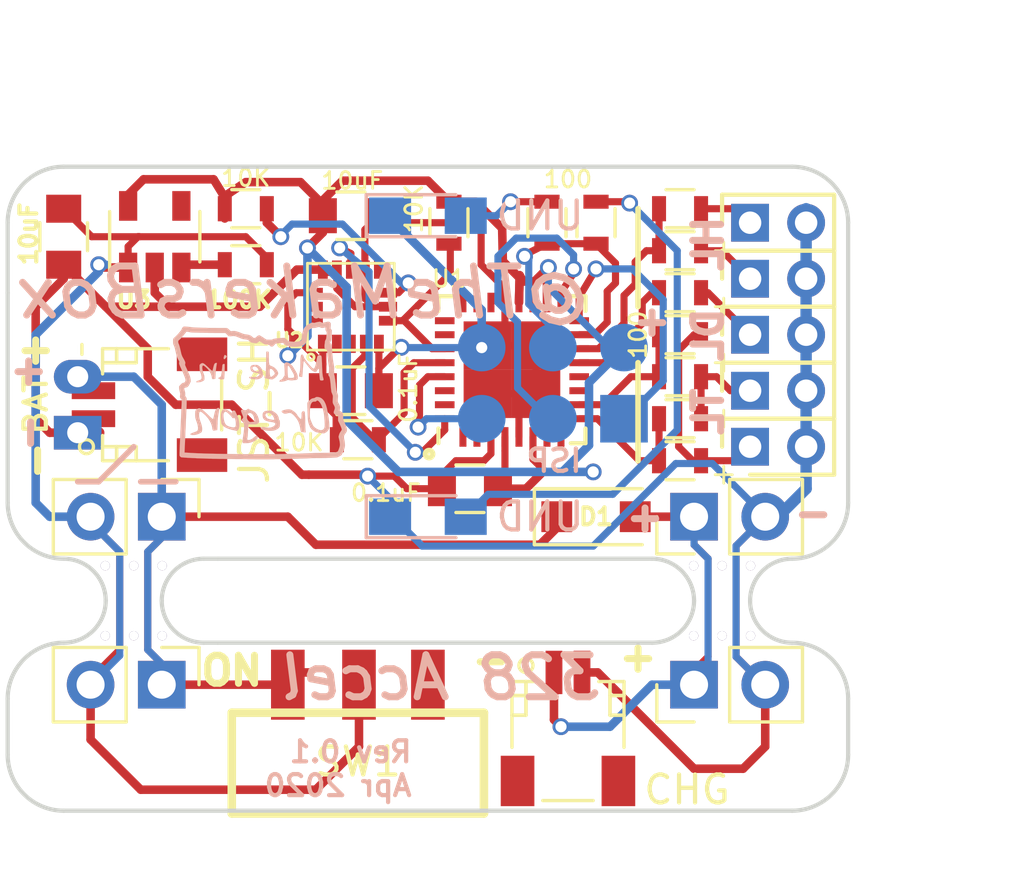
<source format=kicad_pcb>
(kicad_pcb (version 4) (host pcbnew 4.0.7)

  (general
    (links 84)
    (no_connects 0)
    (area 120.924999 141.924999 151.075001 165.075001)
    (thickness 1.6)
    (drawings 52)
    (tracks 395)
    (zones 0)
    (modules 42)
    (nets 47)
  )

  (page A)
  (title_block
    (title "Beetje 32U4 Blok")
    (date 2018-08-10)
    (rev 0.0)
    (company www.MakersBox.us)
    (comment 1 648.ken@gmail.com)
  )

  (layers
    (0 F.Cu signal)
    (31 B.Cu signal)
    (32 B.Adhes user)
    (33 F.Adhes user)
    (34 B.Paste user)
    (35 F.Paste user)
    (36 B.SilkS user)
    (37 F.SilkS user)
    (38 B.Mask user)
    (39 F.Mask user)
    (40 Dwgs.User user)
    (41 Cmts.User user)
    (42 Eco1.User user)
    (43 Eco2.User user)
    (44 Edge.Cuts user)
    (45 Margin user)
    (46 B.CrtYd user)
    (47 F.CrtYd user)
    (48 B.Fab user)
    (49 F.Fab user hide)
  )

  (setup
    (last_trace_width 0.254)
    (user_trace_width 0.254)
    (user_trace_width 0.3048)
    (user_trace_width 0.4064)
    (user_trace_width 0.6096)
    (trace_clearance 0.2)
    (zone_clearance 0.508)
    (zone_45_only no)
    (trace_min 0.2)
    (segment_width 0.2)
    (edge_width 0.15)
    (via_size 0.6)
    (via_drill 0.4)
    (via_min_size 0.4)
    (via_min_drill 0.3)
    (uvia_size 0.3)
    (uvia_drill 0.1)
    (uvias_allowed no)
    (uvia_min_size 0.2)
    (uvia_min_drill 0.1)
    (pcb_text_width 0.3)
    (pcb_text_size 1.5 1.5)
    (mod_edge_width 0.15)
    (mod_text_size 1 1)
    (mod_text_width 0.15)
    (pad_size 1.7 1.7)
    (pad_drill 0)
    (pad_to_mask_clearance 0)
    (aux_axis_origin 0 0)
    (visible_elements 7FFFFFBF)
    (pcbplotparams
      (layerselection 0x00030_80000001)
      (usegerberextensions false)
      (excludeedgelayer true)
      (linewidth 0.100000)
      (plotframeref false)
      (viasonmask false)
      (mode 1)
      (useauxorigin false)
      (hpglpennumber 1)
      (hpglpenspeed 20)
      (hpglpendiameter 15)
      (hpglpenoverlay 2)
      (psnegative false)
      (psa4output false)
      (plotreference true)
      (plotvalue true)
      (plotinvisibletext false)
      (padsonsilk false)
      (subtractmaskfromsilk false)
      (outputformat 1)
      (mirror false)
      (drillshape 1)
      (scaleselection 1)
      (outputdirectory ""))
  )

  (net 0 "")
  (net 1 GND)
  (net 2 "Net-(D4-Pad2)")
  (net 3 "Net-(D5-Pad2)")
  (net 4 "Net-(J6-Pad1)")
  (net 5 "Net-(J1-Pad1)")
  (net 6 "Net-(J7-Pad1)")
  (net 7 "Net-(J8-Pad1)")
  (net 8 "Net-(J9-Pad1)")
  (net 9 "Net-(SW1-Pad3)")
  (net 10 VCC)
  (net 11 /MISO)
  (net 12 /SCK)
  (net 13 /MOSI)
  (net 14 /~RESET)
  (net 15 /~CS)
  (net 16 /SDA)
  (net 17 /SCL)
  (net 18 /D3)
  (net 19 /D4)
  (net 20 "Net-(U1-Pad7)")
  (net 21 "Net-(U1-Pad8)")
  (net 22 /D5)
  (net 23 /D6)
  (net 24 /D7)
  (net 25 /D8)
  (net 26 /D9)
  (net 27 /D10)
  (net 28 "Net-(U1-Pad19)")
  (net 29 "Net-(U1-Pad22)")
  (net 30 /A0)
  (net 31 /A1)
  (net 32 /A2)
  (net 33 /A3)
  (net 34 /D0)
  (net 35 /D1)
  (net 36 /D2)
  (net 37 "Net-(U2-Pad3)")
  (net 38 "Net-(U2-Pad2)")
  (net 39 "Net-(U2-Pad15)")
  (net 40 "Net-(U2-Pad9)")
  (net 41 "Net-(U2-Pad16)")
  (net 42 +BATT)
  (net 43 "Net-(R13-Pad2)")
  (net 44 "Net-(U3-Pad4)")
  (net 45 "Net-(D1-Pad1)")
  (net 46 "Net-(D1-Pad2)")

  (net_class Default "This is the default net class."
    (clearance 0.2)
    (trace_width 0.25)
    (via_dia 0.6)
    (via_drill 0.4)
    (uvia_dia 0.3)
    (uvia_drill 0.1)
    (add_net +BATT)
    (add_net /A0)
    (add_net /A1)
    (add_net /A2)
    (add_net /A3)
    (add_net /D0)
    (add_net /D1)
    (add_net /D10)
    (add_net /D2)
    (add_net /D3)
    (add_net /D4)
    (add_net /D5)
    (add_net /D6)
    (add_net /D7)
    (add_net /D8)
    (add_net /D9)
    (add_net /MISO)
    (add_net /MOSI)
    (add_net /SCK)
    (add_net /SCL)
    (add_net /SDA)
    (add_net /~CS)
    (add_net /~RESET)
    (add_net GND)
    (add_net "Net-(D1-Pad1)")
    (add_net "Net-(D1-Pad2)")
    (add_net "Net-(D4-Pad2)")
    (add_net "Net-(D5-Pad2)")
    (add_net "Net-(J1-Pad1)")
    (add_net "Net-(J6-Pad1)")
    (add_net "Net-(J7-Pad1)")
    (add_net "Net-(J8-Pad1)")
    (add_net "Net-(J9-Pad1)")
    (add_net "Net-(R13-Pad2)")
    (add_net "Net-(SW1-Pad3)")
    (add_net "Net-(U1-Pad19)")
    (add_net "Net-(U1-Pad22)")
    (add_net "Net-(U1-Pad7)")
    (add_net "Net-(U1-Pad8)")
    (add_net "Net-(U2-Pad15)")
    (add_net "Net-(U2-Pad16)")
    (add_net "Net-(U2-Pad2)")
    (add_net "Net-(U2-Pad3)")
    (add_net "Net-(U2-Pad9)")
    (add_net "Net-(U3-Pad4)")
    (add_net VCC)
  )

  (module LIS3DH_EP (layer F.Cu) (tedit 5EC88F91) (tstamp 5EB042E9)
    (at 133.25 147 90)
    (path /5EB03D8E)
    (fp_text reference U2 (at -1.2 -2.2 180) (layer F.SilkS)
      (effects (font (size 0.5 0.5) (thickness 0.125)))
    )
    (fp_text value LIS3DH (at 0 2.02 90) (layer F.Fab)
      (effects (font (size 0.5 0.5) (thickness 0.125)))
    )
    (fp_circle (center -1.8 -1.426863) (end -1.72 -1.346863) (layer F.SilkS) (width 0.1))
    (fp_line (start 1.55 -1.55) (end 1.55 1.55) (layer F.SilkS) (width 0.1))
    (fp_line (start -1.55 -1.55) (end -1.55 1.55) (layer F.SilkS) (width 0.1))
    (fp_line (start -1.55 -1.55) (end 1.55 -1.55) (layer F.SilkS) (width 0.1))
    (fp_line (start -1.55 1.55) (end 1.55 1.55) (layer F.SilkS) (width 0.1))
    (pad 3 smd rect (at -1.325 0 90) (size 0.65 0.35) (layers F.Cu F.Paste F.Mask)
      (net 37 "Net-(U2-Pad3)"))
    (pad 11 smd rect (at 1.325 0 90) (size 0.65 0.35) (layers F.Cu F.Paste F.Mask)
      (net 36 /D2))
    (pad 2 smd rect (at -1.325 -0.5 90) (size 0.65 0.35) (layers F.Cu F.Paste F.Mask)
      (net 38 "Net-(U2-Pad2)"))
    (pad 12 smd rect (at 1.325 -0.5 90) (size 0.65 0.35) (layers F.Cu F.Paste F.Mask)
      (net 1 GND))
    (pad 1 smd rect (at -1.325 -1 90) (size 0.65 0.35) (layers F.Cu F.Paste F.Mask)
      (net 10 VCC))
    (pad 13 smd rect (at 1.325 -1 90) (size 0.65 0.35) (layers F.Cu F.Paste F.Mask)
      (net 1 GND))
    (pad 9 smd rect (at 1.325 1 90) (size 0.65 0.35) (layers F.Cu F.Paste F.Mask)
      (net 40 "Net-(U2-Pad9)"))
    (pad 10 smd rect (at 1.325 0.5 90) (size 0.65 0.35) (layers F.Cu F.Paste F.Mask)
      (net 1 GND))
    (pad 7 smd rect (at 0 1.325 180) (size 0.65 0.35) (layers F.Cu F.Paste F.Mask)
      (net 1 GND))
    (pad 4 smd rect (at -1.325 0.5 90) (size 0.65 0.35) (layers F.Cu F.Paste F.Mask)
      (net 17 /SCL))
    (pad 5 smd rect (at -1.325 1 90) (size 0.65 0.35) (layers F.Cu F.Paste F.Mask)
      (net 1 GND))
    (pad 8 smd rect (at 0.5 1.325 180) (size 0.65 0.35) (layers F.Cu F.Paste F.Mask)
      (net 15 /~CS))
    (pad 6 smd rect (at -0.5 1.325 180) (size 0.65 0.35) (layers F.Cu F.Paste F.Mask)
      (net 16 /SDA))
    (pad 15 smd rect (at 0 -1.325 180) (size 0.65 0.35) (layers F.Cu F.Paste F.Mask)
      (net 39 "Net-(U2-Pad15)"))
    (pad 14 smd rect (at 0.5 -1.325 180) (size 0.65 0.35) (layers F.Cu F.Paste F.Mask)
      (net 10 VCC))
    (pad 16 smd rect (at -0.5 -1.325 180) (size 0.65 0.35) (layers F.Cu F.Paste F.Mask)
      (net 41 "Net-(U2-Pad16)"))
  )

  (module Pin_Headers:Pin_Header_Straight_1x02_Pitch2.54mm (layer F.Cu) (tedit 5EA9CF7F) (tstamp 5EA9A7B7)
    (at 145.5 160.5 90)
    (descr "Through hole straight pin header, 1x02, 2.54mm pitch, single row")
    (tags "Through hole pin header THT 1x02 2.54mm single row")
    (path /5EA9BB38)
    (fp_text reference J5 (at 0 -2.33 90) (layer F.SilkS) hide
      (effects (font (size 1 1) (thickness 0.15)))
    )
    (fp_text value CONN (at 0 4.87 90) (layer F.Fab)
      (effects (font (size 1 1) (thickness 0.15)))
    )
    (fp_line (start -0.635 -1.27) (end 1.27 -1.27) (layer F.Fab) (width 0.1))
    (fp_line (start 1.27 -1.27) (end 1.27 3.81) (layer F.Fab) (width 0.1))
    (fp_line (start 1.27 3.81) (end -1.27 3.81) (layer F.Fab) (width 0.1))
    (fp_line (start -1.27 3.81) (end -1.27 -0.635) (layer F.Fab) (width 0.1))
    (fp_line (start -1.27 -0.635) (end -0.635 -1.27) (layer F.Fab) (width 0.1))
    (fp_line (start -1.33 3.87) (end 1.33 3.87) (layer F.SilkS) (width 0.12))
    (fp_line (start -1.33 1.27) (end -1.33 3.87) (layer F.SilkS) (width 0.12))
    (fp_line (start 1.33 1.27) (end 1.33 3.87) (layer F.SilkS) (width 0.12))
    (fp_line (start -1.33 1.27) (end 1.33 1.27) (layer F.SilkS) (width 0.12))
    (fp_line (start -1.33 0) (end -1.33 -1.33) (layer F.SilkS) (width 0.12))
    (fp_line (start -1.33 -1.33) (end 0 -1.33) (layer F.SilkS) (width 0.12))
    (fp_line (start -1.8 -1.8) (end -1.8 4.35) (layer F.CrtYd) (width 0.05))
    (fp_line (start -1.8 4.35) (end 1.8 4.35) (layer F.CrtYd) (width 0.05))
    (fp_line (start 1.8 4.35) (end 1.8 -1.8) (layer F.CrtYd) (width 0.05))
    (fp_line (start 1.8 -1.8) (end -1.8 -1.8) (layer F.CrtYd) (width 0.05))
    (fp_text user %R (at 0 1.27 180) (layer F.Fab)
      (effects (font (size 1 1) (thickness 0.15)))
    )
    (pad 1 thru_hole rect (at 0 0 90) (size 1.7 1.7) (drill 1) (layers *.Cu *.Mask)
      (net 46 "Net-(D1-Pad2)"))
    (pad 2 thru_hole oval (at 0 2.54 90) (size 1.7 1.7) (drill 1) (layers *.Cu *.Mask)
      (net 1 GND))
  )

  (module footprints:JST_PH_S2B-PH-K_02x2.00mm_Angled (layer F.Cu) (tedit 5EC8625C) (tstamp 5EAB3BE4)
    (at 123.5 151.5 90)
    (descr "JST PH series connector, S2B-PH-K, side entry type, through hole, Datasheet: http://www.jst-mfg.com/product/pdf/eng/ePH.pdf")
    (tags "connector jst ph")
    (path /5EAB43D0)
    (fp_text reference J10 (at 3.048 1.27 360) (layer F.SilkS) hide
      (effects (font (size 1 1) (thickness 0.15)))
    )
    (fp_text value JST_PH (at 1.905 7.62 90) (layer F.SilkS) hide
      (effects (font (size 0.7 0.7) (thickness 0.15)))
    )
    (fp_line (start 3.15 0.15) (end 2.8 0.15) (layer F.SilkS) (width 0.12))
    (fp_line (start -2.45 -1.85) (end -2.45 6.75) (layer F.CrtYd) (width 0.05))
    (fp_line (start -2.45 6.75) (end 4.45 6.75) (layer F.CrtYd) (width 0.05))
    (fp_line (start 4.45 6.75) (end 4.45 -1.85) (layer F.CrtYd) (width 0.05))
    (fp_line (start 4.45 -1.85) (end -2.45 -1.85) (layer F.CrtYd) (width 0.05))
    (fp_line (start -1.25 0.25) (end -1.25 -1.35) (layer F.Fab) (width 0.1))
    (fp_line (start -1.25 -1.35) (end -1.95 -1.35) (layer F.Fab) (width 0.1))
    (fp_line (start -1.95 -1.35) (end -1.95 6.25) (layer F.Fab) (width 0.1))
    (fp_line (start 3.95 6.25) (end 3.95 -1.35) (layer F.Fab) (width 0.1))
    (fp_line (start 3.95 -1.35) (end 3.25 -1.35) (layer F.Fab) (width 0.1))
    (fp_line (start 3.25 -1.35) (end 3.25 0.25) (layer F.Fab) (width 0.1))
    (fp_line (start 3.25 0.25) (end -1.25 0.25) (layer F.Fab) (width 0.1))
    (fp_line (start 0 0.85) (end -0.5 1.35) (layer F.Fab) (width 0.1))
    (fp_line (start -0.5 1.35) (end 0.5 1.35) (layer F.Fab) (width 0.1))
    (fp_line (start 0.5 1.35) (end 0 0.85) (layer F.Fab) (width 0.1))
    (fp_text user %R (at 1 2.5 90) (layer F.Fab)
      (effects (font (size 1 1) (thickness 0.15)))
    )
    (pad 1 thru_hole rect (at 0 0 90) (size 1.2 1.7) (drill 0.75) (layers *.Cu *.Mask)
      (net 1 GND))
    (pad 2 thru_hole oval (at 2 0 90) (size 1.2 1.7) (drill 0.75) (layers *.Cu *.Mask)
      (net 45 "Net-(D1-Pad1)"))
    (model ${KISYS3DMOD}/Connectors_JST.3dshapes/JST_PH_S2B-PH-K_02x2.00mm_Angled.wrl
      (at (xyz 0 0 0))
      (scale (xyz 1 1 1))
      (rotate (xyz 0 0 0))
    )
  )

  (module footprints:PIN_HEADER_LED (layer F.Cu) (tedit 5EC88588) (tstamp 5EA8C98F)
    (at 147.5 146 90)
    (descr "Through hole straight pin header, 1x02, 2.00mm pitch, single row")
    (tags "Through hole pin header THT 1x02 2.00mm single row")
    (path /5EA92CF9)
    (fp_text reference J6 (at 0 -2.06 90) (layer F.SilkS) hide
      (effects (font (size 1 1) (thickness 0.15)))
    )
    (fp_text value HL (at 0 4.5 180) (layer F.SilkS) hide
      (effects (font (size 0.8 0.8) (thickness 0.15)))
    )
    (fp_line (start -1 0) (end -1 3) (layer F.SilkS) (width 0.15))
    (fp_line (start -1 3) (end 1 3) (layer F.SilkS) (width 0.15))
    (fp_line (start 1 3) (end 1 -1) (layer F.SilkS) (width 0.15))
    (fp_line (start 1 -1) (end 0 -1) (layer F.SilkS) (width 0.15))
    (fp_text user + (at -1 -1 90) (layer F.SilkS)
      (effects (font (size 0.8 0.8) (thickness 0.1)))
    )
    (fp_line (start -0.5 -1) (end 1 -1) (layer F.Fab) (width 0.1))
    (fp_line (start 1 -1) (end 1 3) (layer F.Fab) (width 0.1))
    (fp_line (start 1 3) (end -1 3) (layer F.Fab) (width 0.1))
    (fp_line (start -1 3) (end -1 -0.5) (layer F.Fab) (width 0.1))
    (fp_line (start -1 -0.5) (end -0.5 -1) (layer F.Fab) (width 0.1))
    (fp_line (start -1.5 -1.5) (end -1.5 3.5) (layer F.CrtYd) (width 0.05))
    (fp_line (start -1.5 3.5) (end 1.5 3.5) (layer F.CrtYd) (width 0.05))
    (fp_line (start 1.5 3.5) (end 1.5 -1.5) (layer F.CrtYd) (width 0.05))
    (fp_line (start 1.5 -1.5) (end -1.5 -1.5) (layer F.CrtYd) (width 0.05))
    (fp_text user %R (at 0 1 180) (layer F.Fab)
      (effects (font (size 1 1) (thickness 0.15)))
    )
    (pad 1 thru_hole rect (at 0 0 90) (size 1.35 1.35) (drill 0.8) (layers *.Cu *.Mask)
      (net 4 "Net-(J6-Pad1)"))
    (pad 2 thru_hole oval (at 0 2 90) (size 1.35 1.35) (drill 0.8) (layers *.Cu *.Mask)
      (net 1 GND))
    (model ${KISYS3DMOD}/Pin_Headers.3dshapes/Pin_Header_Straight_1x02_Pitch2.00mm.wrl
      (at (xyz 0 0 0))
      (scale (xyz 1 1 1))
      (rotate (xyz 0 0 0))
    )
  )

  (module footprints:C_0805 (layer F.Cu) (tedit 5EC8885F) (tstamp 5EB03CA6)
    (at 133.25 150)
    (descr "Capacitor SMD 0805, reflow soldering, AVX (see smccp.pdf)")
    (tags "capacitor 0805")
    (path /5EB0942E)
    (attr smd)
    (fp_text reference C2 (at -0.25 2.5 90) (layer F.SilkS) hide
      (effects (font (size 0.8 0.8) (thickness 0.15)))
    )
    (fp_text value 0.1uF (at 2.05 -0.1 90) (layer F.SilkS)
      (effects (font (size 0.6 0.6) (thickness 0.1)))
    )
    (fp_text user %R (at 0 -1.5) (layer F.Fab)
      (effects (font (size 1 1) (thickness 0.15)))
    )
    (fp_line (start -1 0.62) (end -1 -0.62) (layer F.Fab) (width 0.1))
    (fp_line (start 1 0.62) (end -1 0.62) (layer F.Fab) (width 0.1))
    (fp_line (start 1 -0.62) (end 1 0.62) (layer F.Fab) (width 0.1))
    (fp_line (start -1 -0.62) (end 1 -0.62) (layer F.Fab) (width 0.1))
    (fp_line (start 0.5 -0.85) (end -0.5 -0.85) (layer F.SilkS) (width 0.12))
    (fp_line (start -0.5 0.85) (end 0.5 0.85) (layer F.SilkS) (width 0.12))
    (fp_line (start -1.75 -0.88) (end 1.75 -0.88) (layer F.CrtYd) (width 0.05))
    (fp_line (start -1.75 -0.88) (end -1.75 0.87) (layer F.CrtYd) (width 0.05))
    (fp_line (start 1.75 0.87) (end 1.75 -0.88) (layer F.CrtYd) (width 0.05))
    (fp_line (start 1.75 0.87) (end -1.75 0.87) (layer F.CrtYd) (width 0.05))
    (pad 1 smd rect (at -1 0) (size 1 1.25) (layers F.Cu F.Paste F.Mask)
      (net 10 VCC))
    (pad 2 smd rect (at 1 0) (size 1 1.25) (layers F.Cu F.Paste F.Mask)
      (net 1 GND))
    (model Capacitors_SMD.3dshapes/C_0805.wrl
      (at (xyz 0 0 0))
      (scale (xyz 1 1 1))
      (rotate (xyz 0 0 0))
    )
  )

  (module footprints:LED_0805_HandSoldering (layer B.Cu) (tedit 5EB20420) (tstamp 5EA9B623)
    (at 136 143.75)
    (descr "Resistor SMD 0805, hand soldering")
    (tags "resistor 0805")
    (path /5EA9D6A1)
    (attr smd)
    (fp_text reference D5 (at 0 1.7) (layer B.SilkS) hide
      (effects (font (size 1 1) (thickness 0.15)) (justify mirror))
    )
    (fp_text value UND (at 4 0) (layer B.SilkS)
      (effects (font (size 1 1) (thickness 0.15)) (justify mirror))
    )
    (fp_line (start -0.4 0.4) (end -0.4 -0.4) (layer B.Fab) (width 0.1))
    (fp_line (start -0.4 0) (end 0.2 0.4) (layer B.Fab) (width 0.1))
    (fp_line (start 0.2 -0.4) (end -0.4 0) (layer B.Fab) (width 0.1))
    (fp_line (start 0.2 0.4) (end 0.2 -0.4) (layer B.Fab) (width 0.1))
    (fp_line (start -1 -0.62) (end -1 0.62) (layer B.Fab) (width 0.1))
    (fp_line (start 1 -0.62) (end -1 -0.62) (layer B.Fab) (width 0.1))
    (fp_line (start 1 0.62) (end 1 -0.62) (layer B.Fab) (width 0.1))
    (fp_line (start -1 0.62) (end 1 0.62) (layer B.Fab) (width 0.1))
    (fp_line (start 1 -0.75) (end -2.2 -0.75) (layer B.SilkS) (width 0.12))
    (fp_line (start -2.2 0.75) (end 1 0.75) (layer B.SilkS) (width 0.12))
    (fp_line (start -2.35 0.9) (end 2.35 0.9) (layer B.CrtYd) (width 0.05))
    (fp_line (start -2.35 0.9) (end -2.35 -0.9) (layer B.CrtYd) (width 0.05))
    (fp_line (start 2.35 -0.9) (end 2.35 0.9) (layer B.CrtYd) (width 0.05))
    (fp_line (start 2.35 -0.9) (end -2.35 -0.9) (layer B.CrtYd) (width 0.05))
    (fp_line (start -2.2 0.75) (end -2.2 -0.75) (layer B.SilkS) (width 0.12))
    (pad 1 smd rect (at -1.35 0) (size 1.5 1.3) (layers B.Cu B.Paste B.Mask)
      (net 1 GND))
    (pad 2 smd rect (at 1.35 0) (size 1.5 1.3) (layers B.Cu B.Paste B.Mask)
      (net 3 "Net-(D5-Pad2)"))
    (model ${KISYS3DMOD}/LEDs.3dshapes/LED_0805.wrl
      (at (xyz 0 0 0))
      (scale (xyz 1 1 1))
      (rotate (xyz 0 0 0))
    )
  )

  (module Housings_DFN_QFN:QFN-32-1EP_5x5mm_Pitch0.5mm (layer F.Cu) (tedit 5EC8706A) (tstamp 5EB0479B)
    (at 139 149.25 90)
    (descr "UH Package; 32-Lead Plastic QFN (5mm x 5mm); (see Linear Technology QFN_32_05-08-1693.pdf)")
    (tags "QFN 0.5")
    (path /5EB1814D)
    (attr smd)
    (fp_text reference U1 (at 3.25 -2.25 180) (layer F.SilkS)
      (effects (font (size 0.6 0.6) (thickness 0.1)))
    )
    (fp_text value ATMEGA328-MU (at 0 3.75 90) (layer F.Fab)
      (effects (font (size 1 1) (thickness 0.15)))
    )
    (fp_line (start -1.5 -2.5) (end 2.5 -2.5) (layer F.Fab) (width 0.15))
    (fp_line (start 2.5 -2.5) (end 2.5 2.5) (layer F.Fab) (width 0.15))
    (fp_line (start 2.5 2.5) (end -2.5 2.5) (layer F.Fab) (width 0.15))
    (fp_line (start -2.5 2.5) (end -2.5 -1.5) (layer F.Fab) (width 0.15))
    (fp_line (start -2.5 -1.5) (end -1.5 -2.5) (layer F.Fab) (width 0.15))
    (fp_line (start -3 -3) (end -3 3) (layer F.CrtYd) (width 0.05))
    (fp_line (start 3 -3) (end 3 3) (layer F.CrtYd) (width 0.05))
    (fp_line (start -3 -3) (end 3 -3) (layer F.CrtYd) (width 0.05))
    (fp_line (start -3 3) (end 3 3) (layer F.CrtYd) (width 0.05))
    (fp_line (start 2.625 -2.625) (end 2.625 -2.1) (layer F.SilkS) (width 0.15))
    (fp_line (start -2.625 2.625) (end -2.625 2.1) (layer F.SilkS) (width 0.15))
    (fp_line (start 2.625 2.625) (end 2.625 2.1) (layer F.SilkS) (width 0.15))
    (fp_line (start -2.625 -2.625) (end -2.1 -2.625) (layer F.SilkS) (width 0.15))
    (fp_line (start -2.625 2.625) (end -2.1 2.625) (layer F.SilkS) (width 0.15))
    (fp_line (start 2.625 2.625) (end 2.1 2.625) (layer F.SilkS) (width 0.15))
    (fp_line (start 2.625 -2.625) (end 2.1 -2.625) (layer F.SilkS) (width 0.15))
    (pad 1 smd rect (at -2.4 -1.75 90) (size 0.7 0.25) (layers F.Cu F.Paste F.Mask)
      (net 18 /D3))
    (pad 2 smd rect (at -2.4 -1.25 90) (size 0.7 0.25) (layers F.Cu F.Paste F.Mask)
      (net 19 /D4))
    (pad 3 smd rect (at -2.4 -0.75 90) (size 0.7 0.25) (layers F.Cu F.Paste F.Mask)
      (net 1 GND))
    (pad 4 smd rect (at -2.4 -0.25 90) (size 0.7 0.25) (layers F.Cu F.Paste F.Mask)
      (net 10 VCC))
    (pad 5 smd rect (at -2.4 0.25 90) (size 0.7 0.25) (layers F.Cu F.Paste F.Mask)
      (net 1 GND))
    (pad 6 smd rect (at -2.4 0.75 90) (size 0.7 0.25) (layers F.Cu F.Paste F.Mask)
      (net 10 VCC))
    (pad 7 smd rect (at -2.4 1.25 90) (size 0.7 0.25) (layers F.Cu F.Paste F.Mask)
      (net 20 "Net-(U1-Pad7)"))
    (pad 8 smd rect (at -2.4 1.75 90) (size 0.7 0.25) (layers F.Cu F.Paste F.Mask)
      (net 21 "Net-(U1-Pad8)"))
    (pad 9 smd rect (at -1.75 2.4 180) (size 0.7 0.25) (layers F.Cu F.Paste F.Mask)
      (net 22 /D5))
    (pad 10 smd rect (at -1.25 2.4 180) (size 0.7 0.25) (layers F.Cu F.Paste F.Mask)
      (net 23 /D6))
    (pad 11 smd rect (at -0.75 2.4 180) (size 0.7 0.25) (layers F.Cu F.Paste F.Mask)
      (net 24 /D7))
    (pad 12 smd rect (at -0.25 2.4 180) (size 0.7 0.25) (layers F.Cu F.Paste F.Mask)
      (net 25 /D8))
    (pad 13 smd rect (at 0.25 2.4 180) (size 0.7 0.25) (layers F.Cu F.Paste F.Mask)
      (net 26 /D9))
    (pad 14 smd rect (at 0.75 2.4 180) (size 0.7 0.25) (layers F.Cu F.Paste F.Mask)
      (net 27 /D10))
    (pad 15 smd rect (at 1.25 2.4 180) (size 0.7 0.25) (layers F.Cu F.Paste F.Mask)
      (net 13 /MOSI))
    (pad 16 smd rect (at 1.75 2.4 180) (size 0.7 0.25) (layers F.Cu F.Paste F.Mask)
      (net 11 /MISO))
    (pad 17 smd rect (at 2.4 1.75 90) (size 0.7 0.25) (layers F.Cu F.Paste F.Mask)
      (net 12 /SCK))
    (pad 18 smd rect (at 2.4 1.25 90) (size 0.7 0.25) (layers F.Cu F.Paste F.Mask)
      (net 10 VCC))
    (pad 19 smd rect (at 2.4 0.75 90) (size 0.7 0.25) (layers F.Cu F.Paste F.Mask)
      (net 28 "Net-(U1-Pad19)"))
    (pad 20 smd rect (at 2.4 0.25 90) (size 0.7 0.25) (layers F.Cu F.Paste F.Mask)
      (net 10 VCC))
    (pad 21 smd rect (at 2.4 -0.25 90) (size 0.7 0.25) (layers F.Cu F.Paste F.Mask)
      (net 1 GND))
    (pad 22 smd rect (at 2.4 -0.75 90) (size 0.7 0.25) (layers F.Cu F.Paste F.Mask)
      (net 29 "Net-(U1-Pad22)"))
    (pad 23 smd rect (at 2.4 -1.25 90) (size 0.7 0.25) (layers F.Cu F.Paste F.Mask)
      (net 30 /A0))
    (pad 24 smd rect (at 2.4 -1.75 90) (size 0.7 0.25) (layers F.Cu F.Paste F.Mask)
      (net 31 /A1))
    (pad 25 smd rect (at 1.75 -2.4 180) (size 0.7 0.25) (layers F.Cu F.Paste F.Mask)
      (net 32 /A2))
    (pad 26 smd rect (at 1.25 -2.4 180) (size 0.7 0.25) (layers F.Cu F.Paste F.Mask)
      (net 33 /A3))
    (pad 27 smd rect (at 0.75 -2.4 180) (size 0.7 0.25) (layers F.Cu F.Paste F.Mask)
      (net 16 /SDA))
    (pad 28 smd rect (at 0.25 -2.4 180) (size 0.7 0.25) (layers F.Cu F.Paste F.Mask)
      (net 17 /SCL))
    (pad 29 smd rect (at -0.25 -2.4 180) (size 0.7 0.25) (layers F.Cu F.Paste F.Mask)
      (net 14 /~RESET))
    (pad 30 smd rect (at -0.75 -2.4 180) (size 0.7 0.25) (layers F.Cu F.Paste F.Mask)
      (net 34 /D0))
    (pad 31 smd rect (at -1.25 -2.4 180) (size 0.7 0.25) (layers F.Cu F.Paste F.Mask)
      (net 35 /D1))
    (pad 32 smd rect (at -1.75 -2.4 180) (size 0.7 0.25) (layers F.Cu F.Paste F.Mask)
      (net 36 /D2))
    (pad 5 smd rect (at 0.8625 0.8625 90) (size 1.725 1.725) (layers F.Cu F.Paste F.Mask)
      (net 1 GND) (solder_paste_margin_ratio -0.2))
    (pad 5 smd rect (at 0.8625 -0.8625 90) (size 1.725 1.725) (layers F.Cu F.Paste F.Mask)
      (net 1 GND) (solder_paste_margin_ratio -0.2))
    (pad 5 smd rect (at -0.8625 0.8625 90) (size 1.725 1.725) (layers F.Cu F.Paste F.Mask)
      (net 1 GND) (solder_paste_margin_ratio -0.2))
    (pad 5 smd rect (at -0.8625 -0.8625 90) (size 1.725 1.725) (layers F.Cu F.Paste F.Mask)
      (net 1 GND) (solder_paste_margin_ratio -0.2))
    (model ${KISYS3DMOD}/Housings_DFN_QFN.3dshapes/QFN-32-1EP_5x5mm_Pitch0.5mm.wrl
      (at (xyz 0 0 0))
      (scale (xyz 1 1 1))
      (rotate (xyz 0 0 0))
    )
  )

  (module Pin_Headers:Pin_Header_Straight_2x03_Pitch2.54mm (layer B.Cu) (tedit 5EC88716) (tstamp 5EB0A7D7)
    (at 143 151 90)
    (descr "Through hole straight pin header, 2x03, 2.54mm pitch, double rows")
    (tags "Through hole pin header THT 2x03 2.54mm double row")
    (path /5EB15FD8)
    (fp_text reference CON1 (at 1.5 0 90) (layer B.SilkS) hide
      (effects (font (size 1 1) (thickness 0.15)) (justify mirror))
    )
    (fp_text value ISP (at -1.5 -2.5 360) (layer B.SilkS)
      (effects (font (size 0.8 0.8) (thickness 0.15)) (justify mirror))
    )
    (fp_line (start 0 1.27) (end 3.81 1.27) (layer B.Fab) (width 0.1))
    (fp_line (start 3.81 1.27) (end 3.81 -6.35) (layer B.Fab) (width 0.1))
    (fp_line (start 3.81 -6.35) (end -1.27 -6.35) (layer B.Fab) (width 0.1))
    (fp_line (start -1.27 -6.35) (end -1.27 0) (layer B.Fab) (width 0.1))
    (fp_line (start -1.27 0) (end 0 1.27) (layer B.Fab) (width 0.1))
    (fp_line (start -1.8 1.8) (end -1.8 -6.85) (layer B.CrtYd) (width 0.05))
    (fp_line (start -1.8 -6.85) (end 4.35 -6.85) (layer B.CrtYd) (width 0.05))
    (fp_line (start 4.35 -6.85) (end 4.35 1.8) (layer B.CrtYd) (width 0.05))
    (fp_line (start 4.35 1.8) (end -1.8 1.8) (layer B.CrtYd) (width 0.05))
    (fp_text user %R (at 1.27 -2.54 360) (layer B.Fab)
      (effects (font (size 1 1) (thickness 0.15)) (justify mirror))
    )
    (pad 1 smd rect (at 0 0 90) (size 1.7 1.7) (layers B.Cu B.Paste B.Mask)
      (net 11 /MISO))
    (pad 2 smd oval (at 2.54 0 90) (size 1.7 1.7) (layers B.Cu B.Paste B.Mask)
      (net 10 VCC))
    (pad 3 smd oval (at 0 -2.54 90) (size 1.7 1.7) (layers B.Cu B.Paste B.Mask)
      (net 12 /SCK))
    (pad 4 smd oval (at 2.54 -2.54 90) (size 1.7 1.7) (layers B.Cu B.Paste B.Mask)
      (net 13 /MOSI))
    (pad 5 smd oval (at 0 -5.08 90) (size 1.7 1.7) (layers B.Cu B.Paste B.Mask)
      (net 14 /~RESET))
    (pad 6 smd oval (at 2.54 -5.08 90) (size 1.7 1.7) (layers B.Cu B.Paste B.Mask)
      (net 1 GND))
  )

  (module Pin_Headers:Pin_Header_Straight_1x02_Pitch2.54mm (layer F.Cu) (tedit 5EC80BB2) (tstamp 5EA9A7E3)
    (at 126.5 154.5 270)
    (descr "Through hole straight pin header, 1x02, 2.54mm pitch, single row")
    (tags "Through hole pin header THT 1x02 2.54mm single row")
    (path /5EA9BFC7)
    (fp_text reference J44 (at 0 -2.33 270) (layer F.SilkS) hide
      (effects (font (size 1 1) (thickness 0.15)))
    )
    (fp_text value CONN (at 2.5 1 270) (layer F.Fab)
      (effects (font (size 1 1) (thickness 0.15)))
    )
    (fp_line (start -0.635 -1.27) (end 1.27 -1.27) (layer F.Fab) (width 0.1))
    (fp_line (start 1.27 -1.27) (end 1.27 3.81) (layer F.Fab) (width 0.1))
    (fp_line (start 1.27 3.81) (end -1.27 3.81) (layer F.Fab) (width 0.1))
    (fp_line (start -1.27 3.81) (end -1.27 -0.635) (layer F.Fab) (width 0.1))
    (fp_line (start -1.27 -0.635) (end -0.635 -1.27) (layer F.Fab) (width 0.1))
    (fp_line (start -1.33 3.87) (end 1.33 3.87) (layer F.SilkS) (width 0.12))
    (fp_line (start -1.33 1.27) (end -1.33 3.87) (layer F.SilkS) (width 0.12))
    (fp_line (start 1.33 1.27) (end 1.33 3.87) (layer F.SilkS) (width 0.12))
    (fp_line (start -1.33 1.27) (end 1.33 1.27) (layer F.SilkS) (width 0.12))
    (fp_line (start -1.33 0) (end -1.33 -1.33) (layer F.SilkS) (width 0.12))
    (fp_line (start -1.33 -1.33) (end 0 -1.33) (layer F.SilkS) (width 0.12))
    (fp_line (start -1.8 -1.8) (end -1.8 4.35) (layer F.CrtYd) (width 0.05))
    (fp_line (start -1.8 4.35) (end 1.8 4.35) (layer F.CrtYd) (width 0.05))
    (fp_line (start 1.8 4.35) (end 1.8 -1.8) (layer F.CrtYd) (width 0.05))
    (fp_line (start 1.8 -1.8) (end -1.8 -1.8) (layer F.CrtYd) (width 0.05))
    (fp_text user %R (at 0 1.27 360) (layer F.Fab)
      (effects (font (size 1 1) (thickness 0.15)))
    )
    (pad 1 thru_hole rect (at 0 0 270) (size 1.7 1.7) (drill 1) (layers *.Cu *.Mask)
      (net 45 "Net-(D1-Pad1)"))
    (pad 2 thru_hole oval (at 0 2.54 270) (size 1.7 1.7) (drill 1) (layers *.Cu *.Mask)
      (net 42 +BATT))
  )

  (module footprints:SPST_SMD (layer F.Cu) (tedit 5EA9FA58) (tstamp 5EA8B242)
    (at 133.5 160.5)
    (descr "Through hole pin header")
    (tags "pin header")
    (path /5B9534D5)
    (fp_text reference SW1 (at 0 2.75) (layer F.SilkS)
      (effects (font (size 1 1) (thickness 0.15)))
    )
    (fp_text value SW_SPDT (at 0.1 0) (layer F.Fab)
      (effects (font (size 1 1) (thickness 0.15)))
    )
    (fp_line (start -1 6.7) (end -0.5 6.7) (layer F.Fab) (width 0.15))
    (fp_line (start -0.5 6.7) (end -0.5 4.7) (layer F.Fab) (width 0.15))
    (fp_line (start -2 6.7) (end -1 6.7) (layer F.Fab) (width 0.15))
    (fp_line (start -2 4.7) (end -2 6.7) (layer F.Fab) (width 0.15))
    (fp_line (start -4.5 4.6) (end 4.5 4.6) (layer F.SilkS) (width 0.3048))
    (fp_line (start 4.5 1) (end 4.5 4.6) (layer F.SilkS) (width 0.3048))
    (fp_line (start -4.5 1) (end -4.5 4.6) (layer F.SilkS) (width 0.3048))
    (fp_line (start -4.5 1) (end 4.5 1) (layer F.SilkS) (width 0.3048))
    (fp_text user JS102011SAQN (at 0 1.7) (layer F.Fab)
      (effects (font (size 0.8 0.8) (thickness 0.1)))
    )
    (pad "" np_thru_hole circle (at 3.4 2.75) (size 0.9 0.9) (drill 0.9) (layers *.Cu *.Mask))
    (pad 1 smd rect (at -2.5 0) (size 1.2 2.5) (layers F.Cu F.Paste F.Mask)
      (net 45 "Net-(D1-Pad1)"))
    (pad 2 smd rect (at 0.04 0) (size 1.2 2.5) (layers F.Cu F.Paste F.Mask)
      (net 42 +BATT))
    (pad 3 smd rect (at 2.5 0) (size 1.2 2.5) (layers F.Cu F.Paste F.Mask)
      (net 9 "Net-(SW1-Pad3)"))
    (pad "" np_thru_hole circle (at -3.4 2.75) (size 0.9 0.9) (drill 0.9) (layers *.Cu *.Mask))
    (model Pin_Headers.3dshapes/Pin_Header_Straight_2x06.wrl
      (at (xyz 0.05 -0.25 0))
      (scale (xyz 1 1 1))
      (rotate (xyz 0 0 90))
    )
  )

  (module Pin_Headers:Pin_Header_Straight_1x02_Pitch2.54mm (layer F.Cu) (tedit 5EA9CF87) (tstamp 5EA9A7CD)
    (at 126.5 160.5 270)
    (descr "Through hole straight pin header, 1x02, 2.54mm pitch, single row")
    (tags "Through hole pin header THT 1x02 2.54mm single row")
    (path /5EA9BE4D)
    (fp_text reference J4 (at 0 -2.33 270) (layer F.SilkS) hide
      (effects (font (size 1 1) (thickness 0.15)))
    )
    (fp_text value CONN (at 0 4.87 270) (layer F.Fab)
      (effects (font (size 1 1) (thickness 0.15)))
    )
    (fp_line (start -0.635 -1.27) (end 1.27 -1.27) (layer F.Fab) (width 0.1))
    (fp_line (start 1.27 -1.27) (end 1.27 3.81) (layer F.Fab) (width 0.1))
    (fp_line (start 1.27 3.81) (end -1.27 3.81) (layer F.Fab) (width 0.1))
    (fp_line (start -1.27 3.81) (end -1.27 -0.635) (layer F.Fab) (width 0.1))
    (fp_line (start -1.27 -0.635) (end -0.635 -1.27) (layer F.Fab) (width 0.1))
    (fp_line (start -1.33 3.87) (end 1.33 3.87) (layer F.SilkS) (width 0.12))
    (fp_line (start -1.33 1.27) (end -1.33 3.87) (layer F.SilkS) (width 0.12))
    (fp_line (start 1.33 1.27) (end 1.33 3.87) (layer F.SilkS) (width 0.12))
    (fp_line (start -1.33 1.27) (end 1.33 1.27) (layer F.SilkS) (width 0.12))
    (fp_line (start -1.33 0) (end -1.33 -1.33) (layer F.SilkS) (width 0.12))
    (fp_line (start -1.33 -1.33) (end 0 -1.33) (layer F.SilkS) (width 0.12))
    (fp_line (start -1.8 -1.8) (end -1.8 4.35) (layer F.CrtYd) (width 0.05))
    (fp_line (start -1.8 4.35) (end 1.8 4.35) (layer F.CrtYd) (width 0.05))
    (fp_line (start 1.8 4.35) (end 1.8 -1.8) (layer F.CrtYd) (width 0.05))
    (fp_line (start 1.8 -1.8) (end -1.8 -1.8) (layer F.CrtYd) (width 0.05))
    (fp_text user %R (at 0 1.27 360) (layer F.Fab)
      (effects (font (size 1 1) (thickness 0.15)))
    )
    (pad 1 thru_hole rect (at 0 0 270) (size 1.7 1.7) (drill 1) (layers *.Cu *.Mask)
      (net 45 "Net-(D1-Pad1)"))
    (pad 2 thru_hole oval (at 0 2.54 270) (size 1.7 1.7) (drill 1) (layers *.Cu *.Mask)
      (net 42 +BATT))
  )

  (module Pin_Headers:Pin_Header_Straight_1x02_Pitch2.54mm (layer F.Cu) (tedit 5EC80C03) (tstamp 5EA9A7F9)
    (at 145.5 154.5 90)
    (descr "Through hole straight pin header, 1x02, 2.54mm pitch, single row")
    (tags "Through hole pin header THT 1x02 2.54mm single row")
    (path /5EA9BEB7)
    (fp_text reference J55 (at 0 -2.33 90) (layer F.SilkS) hide
      (effects (font (size 1 1) (thickness 0.15)))
    )
    (fp_text value CONN (at 1 5 90) (layer F.Fab)
      (effects (font (size 1 1) (thickness 0.15)))
    )
    (fp_line (start -0.635 -1.27) (end 1.27 -1.27) (layer F.Fab) (width 0.1))
    (fp_line (start 1.27 -1.27) (end 1.27 3.81) (layer F.Fab) (width 0.1))
    (fp_line (start 1.27 3.81) (end -1.27 3.81) (layer F.Fab) (width 0.1))
    (fp_line (start -1.27 3.81) (end -1.27 -0.635) (layer F.Fab) (width 0.1))
    (fp_line (start -1.27 -0.635) (end -0.635 -1.27) (layer F.Fab) (width 0.1))
    (fp_line (start -1.33 3.87) (end 1.33 3.87) (layer F.SilkS) (width 0.12))
    (fp_line (start -1.33 1.27) (end -1.33 3.87) (layer F.SilkS) (width 0.12))
    (fp_line (start 1.33 1.27) (end 1.33 3.87) (layer F.SilkS) (width 0.12))
    (fp_line (start -1.33 1.27) (end 1.33 1.27) (layer F.SilkS) (width 0.12))
    (fp_line (start -1.33 0) (end -1.33 -1.33) (layer F.SilkS) (width 0.12))
    (fp_line (start -1.33 -1.33) (end 0 -1.33) (layer F.SilkS) (width 0.12))
    (fp_line (start -1.8 -1.8) (end -1.8 4.35) (layer F.CrtYd) (width 0.05))
    (fp_line (start -1.8 4.35) (end 1.8 4.35) (layer F.CrtYd) (width 0.05))
    (fp_line (start 1.8 4.35) (end 1.8 -1.8) (layer F.CrtYd) (width 0.05))
    (fp_line (start 1.8 -1.8) (end -1.8 -1.8) (layer F.CrtYd) (width 0.05))
    (fp_text user %R (at 0 1.27 180) (layer F.Fab)
      (effects (font (size 1 1) (thickness 0.15)))
    )
    (pad 1 thru_hole rect (at 0 0 90) (size 1.7 1.7) (drill 1) (layers *.Cu *.Mask)
      (net 46 "Net-(D1-Pad2)"))
    (pad 2 thru_hole oval (at 0 2.54 90) (size 1.7 1.7) (drill 1) (layers *.Cu *.Mask)
      (net 1 GND))
  )

  (module footprints:LED_0805_HandSoldering (layer B.Cu) (tedit 5EB2045B) (tstamp 5EA9B60E)
    (at 136 154.5)
    (descr "Resistor SMD 0805, hand soldering")
    (tags "resistor 0805")
    (path /5EA9D74A)
    (attr smd)
    (fp_text reference D4 (at 0 1.7) (layer B.SilkS) hide
      (effects (font (size 1 1) (thickness 0.15)) (justify mirror))
    )
    (fp_text value UND (at 4 0) (layer B.SilkS)
      (effects (font (size 1 1) (thickness 0.15)) (justify mirror))
    )
    (fp_line (start -0.4 0.4) (end -0.4 -0.4) (layer B.Fab) (width 0.1))
    (fp_line (start -0.4 0) (end 0.2 0.4) (layer B.Fab) (width 0.1))
    (fp_line (start 0.2 -0.4) (end -0.4 0) (layer B.Fab) (width 0.1))
    (fp_line (start 0.2 0.4) (end 0.2 -0.4) (layer B.Fab) (width 0.1))
    (fp_line (start -1 -0.62) (end -1 0.62) (layer B.Fab) (width 0.1))
    (fp_line (start 1 -0.62) (end -1 -0.62) (layer B.Fab) (width 0.1))
    (fp_line (start 1 0.62) (end 1 -0.62) (layer B.Fab) (width 0.1))
    (fp_line (start -1 0.62) (end 1 0.62) (layer B.Fab) (width 0.1))
    (fp_line (start 1 -0.75) (end -2.2 -0.75) (layer B.SilkS) (width 0.12))
    (fp_line (start -2.2 0.75) (end 1 0.75) (layer B.SilkS) (width 0.12))
    (fp_line (start -2.35 0.9) (end 2.35 0.9) (layer B.CrtYd) (width 0.05))
    (fp_line (start -2.35 0.9) (end -2.35 -0.9) (layer B.CrtYd) (width 0.05))
    (fp_line (start 2.35 -0.9) (end 2.35 0.9) (layer B.CrtYd) (width 0.05))
    (fp_line (start 2.35 -0.9) (end -2.35 -0.9) (layer B.CrtYd) (width 0.05))
    (fp_line (start -2.2 0.75) (end -2.2 -0.75) (layer B.SilkS) (width 0.12))
    (pad 1 smd rect (at -1.35 0) (size 1.5 1.3) (layers B.Cu B.Paste B.Mask)
      (net 1 GND))
    (pad 2 smd rect (at 1.35 0) (size 1.5 1.3) (layers B.Cu B.Paste B.Mask)
      (net 2 "Net-(D4-Pad2)"))
    (model ${KISYS3DMOD}/LEDs.3dshapes/LED_0805.wrl
      (at (xyz 0 0 0))
      (scale (xyz 1 1 1))
      (rotate (xyz 0 0 0))
    )
  )

  (module footprints:PIN_HEADER_LED (layer F.Cu) (tedit 5EC8858E) (tstamp 5EA8C9D1)
    (at 147.5 148 90)
    (descr "Through hole straight pin header, 1x02, 2.00mm pitch, single row")
    (tags "Through hole pin header THT 1x02 2.00mm single row")
    (path /5EA9312B)
    (fp_text reference J9 (at 0 -2.06 90) (layer F.SilkS) hide
      (effects (font (size 1 1) (thickness 0.15)))
    )
    (fp_text value DSH (at 0 6 180) (layer F.SilkS) hide
      (effects (font (size 0.8 0.8) (thickness 0.15)))
    )
    (fp_line (start -1 0) (end -1 3) (layer F.SilkS) (width 0.15))
    (fp_line (start -1 3) (end 1 3) (layer F.SilkS) (width 0.15))
    (fp_line (start 1 3) (end 1 -1) (layer F.SilkS) (width 0.15))
    (fp_line (start 1 -1) (end 0 -1) (layer F.SilkS) (width 0.15))
    (fp_text user + (at -1 -1 90) (layer F.SilkS)
      (effects (font (size 0.8 0.8) (thickness 0.1)))
    )
    (fp_line (start -0.5 -1) (end 1 -1) (layer F.Fab) (width 0.1))
    (fp_line (start 1 -1) (end 1 3) (layer F.Fab) (width 0.1))
    (fp_line (start 1 3) (end -1 3) (layer F.Fab) (width 0.1))
    (fp_line (start -1 3) (end -1 -0.5) (layer F.Fab) (width 0.1))
    (fp_line (start -1 -0.5) (end -0.5 -1) (layer F.Fab) (width 0.1))
    (fp_line (start -1.5 -1.5) (end -1.5 3.5) (layer F.CrtYd) (width 0.05))
    (fp_line (start -1.5 3.5) (end 1.5 3.5) (layer F.CrtYd) (width 0.05))
    (fp_line (start 1.5 3.5) (end 1.5 -1.5) (layer F.CrtYd) (width 0.05))
    (fp_line (start 1.5 -1.5) (end -1.5 -1.5) (layer F.CrtYd) (width 0.05))
    (fp_text user %R (at 0 1 180) (layer F.Fab)
      (effects (font (size 1 1) (thickness 0.15)))
    )
    (pad 1 thru_hole rect (at 0 0 90) (size 1.35 1.35) (drill 0.8) (layers *.Cu *.Mask)
      (net 8 "Net-(J9-Pad1)"))
    (pad 2 thru_hole oval (at 0 2 90) (size 1.35 1.35) (drill 0.8) (layers *.Cu *.Mask)
      (net 1 GND))
    (model ${KISYS3DMOD}/Pin_Headers.3dshapes/Pin_Header_Straight_1x02_Pitch2.00mm.wrl
      (at (xyz 0 0 0))
      (scale (xyz 1 1 1))
      (rotate (xyz 0 0 0))
    )
  )

  (module footprints:PIN_HEADER_LED (layer F.Cu) (tedit 5EC871E7) (tstamp 5EA8C9A5)
    (at 147.5 152 90)
    (descr "Through hole straight pin header, 1x02, 2.00mm pitch, single row")
    (tags "Through hole pin header THT 1x02 2.00mm single row")
    (path /5EA92D66)
    (fp_text reference J7 (at 0 -2.06 90) (layer F.SilkS) hide
      (effects (font (size 1 1) (thickness 0.15)))
    )
    (fp_text value TL (at 0 4.5 180) (layer F.SilkS) hide
      (effects (font (size 0.8 0.8) (thickness 0.15)))
    )
    (fp_line (start -1 0) (end -1 3) (layer F.SilkS) (width 0.15))
    (fp_line (start -1 3) (end 1 3) (layer F.SilkS) (width 0.15))
    (fp_line (start 1 3) (end 1 -1) (layer F.SilkS) (width 0.15))
    (fp_line (start 1 -1) (end 0 -1) (layer F.SilkS) (width 0.15))
    (fp_text user + (at -1 -1 90) (layer F.SilkS)
      (effects (font (size 0.8 0.8) (thickness 0.1)))
    )
    (fp_line (start -0.5 -1) (end 1 -1) (layer F.Fab) (width 0.1))
    (fp_line (start 1 -1) (end 1 3) (layer F.Fab) (width 0.1))
    (fp_line (start 1 3) (end -1 3) (layer F.Fab) (width 0.1))
    (fp_line (start -1 3) (end -1 -0.5) (layer F.Fab) (width 0.1))
    (fp_line (start -1 -0.5) (end -0.5 -1) (layer F.Fab) (width 0.1))
    (fp_line (start -1.5 -1.5) (end -1.5 3.5) (layer F.CrtYd) (width 0.05))
    (fp_line (start -1.5 3.5) (end 1.5 3.5) (layer F.CrtYd) (width 0.05))
    (fp_line (start 1.5 3.5) (end 1.5 -1.5) (layer F.CrtYd) (width 0.05))
    (fp_line (start 1.5 -1.5) (end -1.5 -1.5) (layer F.CrtYd) (width 0.05))
    (fp_text user %R (at 0 1 180) (layer F.Fab)
      (effects (font (size 1 1) (thickness 0.15)))
    )
    (pad 1 thru_hole rect (at 0 0 90) (size 1.35 1.35) (drill 0.8) (layers *.Cu *.Mask)
      (net 6 "Net-(J7-Pad1)"))
    (pad 2 thru_hole oval (at 0 2 90) (size 1.35 1.35) (drill 0.8) (layers *.Cu *.Mask)
      (net 1 GND))
    (model ${KISYS3DMOD}/Pin_Headers.3dshapes/Pin_Header_Straight_1x02_Pitch2.00mm.wrl
      (at (xyz 0 0 0))
      (scale (xyz 1 1 1))
      (rotate (xyz 0 0 0))
    )
  )

  (module footprints:PIN_HEADER_LED (layer F.Cu) (tedit 5EC871D9) (tstamp 5EA76173)
    (at 147.5 144 90)
    (descr "Through hole straight pin header, 1x02, 2.00mm pitch, single row")
    (tags "Through hole pin header THT 1x02 2.00mm single row")
    (path /5EA80039)
    (fp_text reference J1 (at 0 -2.06 90) (layer F.SilkS) hide
      (effects (font (size 1 1) (thickness 0.15)))
    )
    (fp_text value HL (at 0 4.5 180) (layer F.SilkS) hide
      (effects (font (size 0.8 0.8) (thickness 0.15)))
    )
    (fp_line (start -1 0) (end -1 3) (layer F.SilkS) (width 0.15))
    (fp_line (start -1 3) (end 1 3) (layer F.SilkS) (width 0.15))
    (fp_line (start 1 3) (end 1 -1) (layer F.SilkS) (width 0.15))
    (fp_line (start 1 -1) (end 0 -1) (layer F.SilkS) (width 0.15))
    (fp_text user + (at -1 -1 90) (layer F.SilkS)
      (effects (font (size 0.8 0.8) (thickness 0.1)))
    )
    (fp_line (start -0.5 -1) (end 1 -1) (layer F.Fab) (width 0.1))
    (fp_line (start 1 -1) (end 1 3) (layer F.Fab) (width 0.1))
    (fp_line (start 1 3) (end -1 3) (layer F.Fab) (width 0.1))
    (fp_line (start -1 3) (end -1 -0.5) (layer F.Fab) (width 0.1))
    (fp_line (start -1 -0.5) (end -0.5 -1) (layer F.Fab) (width 0.1))
    (fp_line (start -1.5 -1.5) (end -1.5 3.5) (layer F.CrtYd) (width 0.05))
    (fp_line (start -1.5 3.5) (end 1.5 3.5) (layer F.CrtYd) (width 0.05))
    (fp_line (start 1.5 3.5) (end 1.5 -1.5) (layer F.CrtYd) (width 0.05))
    (fp_line (start 1.5 -1.5) (end -1.5 -1.5) (layer F.CrtYd) (width 0.05))
    (fp_text user %R (at 0 1 180) (layer F.Fab)
      (effects (font (size 1 1) (thickness 0.15)))
    )
    (pad 1 thru_hole rect (at 0 0 90) (size 1.35 1.35) (drill 0.8) (layers *.Cu *.Mask)
      (net 5 "Net-(J1-Pad1)"))
    (pad 2 thru_hole oval (at 0 2 90) (size 1.35 1.35) (drill 0.8) (layers *.Cu *.Mask)
      (net 1 GND))
    (model ${KISYS3DMOD}/Pin_Headers.3dshapes/Pin_Header_Straight_1x02_Pitch2.00mm.wrl
      (at (xyz 0 0 0))
      (scale (xyz 1 1 1))
      (rotate (xyz 0 0 0))
    )
  )

  (module footprints:PIN_HEADER_LED (layer F.Cu) (tedit 5EC88592) (tstamp 5EA8C9BB)
    (at 147.5 150 90)
    (descr "Through hole straight pin header, 1x02, 2.00mm pitch, single row")
    (tags "Through hole pin header THT 1x02 2.00mm single row")
    (path /5EA92DD8)
    (fp_text reference J8 (at 0 -2.06 90) (layer F.SilkS) hide
      (effects (font (size 1 1) (thickness 0.15)))
    )
    (fp_text value TL (at 0 4.5 180) (layer F.SilkS) hide
      (effects (font (size 0.8 0.8) (thickness 0.15)))
    )
    (fp_line (start -1 0) (end -1 3) (layer F.SilkS) (width 0.15))
    (fp_line (start -1 3) (end 1 3) (layer F.SilkS) (width 0.15))
    (fp_line (start 1 3) (end 1 -1) (layer F.SilkS) (width 0.15))
    (fp_line (start 1 -1) (end 0 -1) (layer F.SilkS) (width 0.15))
    (fp_text user + (at -1 -1 90) (layer F.SilkS)
      (effects (font (size 0.8 0.8) (thickness 0.1)))
    )
    (fp_line (start -0.5 -1) (end 1 -1) (layer F.Fab) (width 0.1))
    (fp_line (start 1 -1) (end 1 3) (layer F.Fab) (width 0.1))
    (fp_line (start 1 3) (end -1 3) (layer F.Fab) (width 0.1))
    (fp_line (start -1 3) (end -1 -0.5) (layer F.Fab) (width 0.1))
    (fp_line (start -1 -0.5) (end -0.5 -1) (layer F.Fab) (width 0.1))
    (fp_line (start -1.5 -1.5) (end -1.5 3.5) (layer F.CrtYd) (width 0.05))
    (fp_line (start -1.5 3.5) (end 1.5 3.5) (layer F.CrtYd) (width 0.05))
    (fp_line (start 1.5 3.5) (end 1.5 -1.5) (layer F.CrtYd) (width 0.05))
    (fp_line (start 1.5 -1.5) (end -1.5 -1.5) (layer F.CrtYd) (width 0.05))
    (fp_text user %R (at 0 1 180) (layer F.Fab)
      (effects (font (size 1 1) (thickness 0.15)))
    )
    (pad 1 thru_hole rect (at 0 0 90) (size 1.35 1.35) (drill 0.8) (layers *.Cu *.Mask)
      (net 7 "Net-(J8-Pad1)"))
    (pad 2 thru_hole oval (at 0 2 90) (size 1.35 1.35) (drill 0.8) (layers *.Cu *.Mask)
      (net 1 GND))
    (model ${KISYS3DMOD}/Pin_Headers.3dshapes/Pin_Header_Straight_1x02_Pitch2.00mm.wrl
      (at (xyz 0 0 0))
      (scale (xyz 1 1 1))
      (rotate (xyz 0 0 0))
    )
  )

  (module footprints:MOUSEBITE (layer F.Cu) (tedit 5EA9EB36) (tstamp 5EA9D363)
    (at 146.5 158.75)
    (descr "module 1 pin (ou trou mecanique de percage)")
    (tags DEV)
    (fp_text reference REF** (at 0 0) (layer F.SilkS) hide
      (effects (font (size 0.254 0.254) (thickness 0.0254)))
    )
    (fp_text value 1pin (at 0.254 0) (layer F.Fab)
      (effects (font (size 0.254 0.254) (thickness 0.0254)))
    )
    (pad 1 thru_hole circle (at -1.016 0) (size 0.3302 0.3302) (drill 0.3302) (layers *.Cu *.Mask))
    (pad 1 thru_hole circle (at 1.016 0) (size 0.3302 0.3302) (drill 0.3302) (layers *.Cu *.Mask))
    (pad 1 thru_hole circle (at 0 0) (size 0.3302 0.3302) (drill 0.3302) (layers *.Cu *.Mask))
  )

  (module footprints:MOUSEBITE (layer F.Cu) (tedit 5EA9EB36) (tstamp 5EA9D34F)
    (at 125.5 158.75)
    (descr "module 1 pin (ou trou mecanique de percage)")
    (tags DEV)
    (fp_text reference REF** (at 0 0) (layer F.SilkS) hide
      (effects (font (size 0.254 0.254) (thickness 0.0254)))
    )
    (fp_text value 1pin (at 0.254 0) (layer F.Fab)
      (effects (font (size 0.254 0.254) (thickness 0.0254)))
    )
    (pad 1 thru_hole circle (at -1.016 0) (size 0.3302 0.3302) (drill 0.3302) (layers *.Cu *.Mask))
    (pad 1 thru_hole circle (at 1.016 0) (size 0.3302 0.3302) (drill 0.3302) (layers *.Cu *.Mask))
    (pad 1 thru_hole circle (at 0 0) (size 0.3302 0.3302) (drill 0.3302) (layers *.Cu *.Mask))
  )

  (module footprints:MOUSEBITE (layer F.Cu) (tedit 5EA9EB36) (tstamp 5EA9D328)
    (at 146.5 156.25)
    (descr "module 1 pin (ou trou mecanique de percage)")
    (tags DEV)
    (fp_text reference REF** (at 0 0) (layer F.SilkS) hide
      (effects (font (size 0.254 0.254) (thickness 0.0254)))
    )
    (fp_text value 1pin (at 0.254 0) (layer F.Fab)
      (effects (font (size 0.254 0.254) (thickness 0.0254)))
    )
    (pad 1 thru_hole circle (at -1.016 0) (size 0.3302 0.3302) (drill 0.3302) (layers *.Cu *.Mask))
    (pad 1 thru_hole circle (at 1.016 0) (size 0.3302 0.3302) (drill 0.3302) (layers *.Cu *.Mask))
    (pad 1 thru_hole circle (at 0 0) (size 0.3302 0.3302) (drill 0.3302) (layers *.Cu *.Mask))
  )

  (module footprints:MOUSEBITE (layer F.Cu) (tedit 5EA9EB36) (tstamp 5EA9D31B)
    (at 125.5 156.25)
    (descr "module 1 pin (ou trou mecanique de percage)")
    (tags DEV)
    (fp_text reference REF** (at 0 0) (layer F.SilkS) hide
      (effects (font (size 0.254 0.254) (thickness 0.0254)))
    )
    (fp_text value 1pin (at 0.254 0) (layer F.Fab)
      (effects (font (size 0.254 0.254) (thickness 0.0254)))
    )
    (pad 1 thru_hole circle (at -1.016 0) (size 0.3302 0.3302) (drill 0.3302) (layers *.Cu *.Mask))
    (pad 1 thru_hole circle (at 1.016 0) (size 0.3302 0.3302) (drill 0.3302) (layers *.Cu *.Mask))
    (pad 1 thru_hole circle (at 0 0) (size 0.3302 0.3302) (drill 0.3302) (layers *.Cu *.Mask))
  )

  (module footprints:C_0805 (layer F.Cu) (tedit 5EC86010) (tstamp 5EB03C95)
    (at 133.25 143.75)
    (descr "Capacitor SMD 0805, reflow soldering, AVX (see smccp.pdf)")
    (tags "capacitor 0805")
    (path /5EB04B81)
    (attr smd)
    (fp_text reference C1 (at 0 2.25) (layer F.SilkS) hide
      (effects (font (size 1 1) (thickness 0.15)))
    )
    (fp_text value 10uF (at 0.05 -1.25) (layer F.SilkS)
      (effects (font (size 0.6 0.6) (thickness 0.1)))
    )
    (fp_text user %R (at 0 -1.5) (layer F.Fab)
      (effects (font (size 1 1) (thickness 0.15)))
    )
    (fp_line (start -1 0.62) (end -1 -0.62) (layer F.Fab) (width 0.1))
    (fp_line (start 1 0.62) (end -1 0.62) (layer F.Fab) (width 0.1))
    (fp_line (start 1 -0.62) (end 1 0.62) (layer F.Fab) (width 0.1))
    (fp_line (start -1 -0.62) (end 1 -0.62) (layer F.Fab) (width 0.1))
    (fp_line (start 0.5 -0.85) (end -0.5 -0.85) (layer F.SilkS) (width 0.12))
    (fp_line (start -0.5 0.85) (end 0.5 0.85) (layer F.SilkS) (width 0.12))
    (fp_line (start -1.75 -0.88) (end 1.75 -0.88) (layer F.CrtYd) (width 0.05))
    (fp_line (start -1.75 -0.88) (end -1.75 0.87) (layer F.CrtYd) (width 0.05))
    (fp_line (start 1.75 0.87) (end 1.75 -0.88) (layer F.CrtYd) (width 0.05))
    (fp_line (start 1.75 0.87) (end -1.75 0.87) (layer F.CrtYd) (width 0.05))
    (pad 1 smd rect (at -1 0) (size 1 1.25) (layers F.Cu F.Paste F.Mask)
      (net 10 VCC))
    (pad 2 smd rect (at 1 0) (size 1 1.25) (layers F.Cu F.Paste F.Mask)
      (net 1 GND))
    (model Capacitors_SMD.3dshapes/C_0805.wrl
      (at (xyz 0 0 0))
      (scale (xyz 1 1 1))
      (rotate (xyz 0 0 0))
    )
  )

  (module footprints:C_0805 (layer F.Cu) (tedit 5EC85FD5) (tstamp 5EB03CB7)
    (at 137.5 153.5 180)
    (descr "Capacitor SMD 0805, reflow soldering, AVX (see smccp.pdf)")
    (tags "capacitor 0805")
    (path /5EB04E32)
    (attr smd)
    (fp_text reference C3 (at 0 2.25 180) (layer F.SilkS) hide
      (effects (font (size 1 1) (thickness 0.15)))
    )
    (fp_text value 0.1uF (at 3 -0.15 180) (layer F.SilkS)
      (effects (font (size 0.6 0.6) (thickness 0.1)))
    )
    (fp_text user %R (at 0 -1.5 180) (layer F.Fab)
      (effects (font (size 1 1) (thickness 0.15)))
    )
    (fp_line (start -1 0.62) (end -1 -0.62) (layer F.Fab) (width 0.1))
    (fp_line (start 1 0.62) (end -1 0.62) (layer F.Fab) (width 0.1))
    (fp_line (start 1 -0.62) (end 1 0.62) (layer F.Fab) (width 0.1))
    (fp_line (start -1 -0.62) (end 1 -0.62) (layer F.Fab) (width 0.1))
    (fp_line (start 0.5 -0.85) (end -0.5 -0.85) (layer F.SilkS) (width 0.12))
    (fp_line (start -0.5 0.85) (end 0.5 0.85) (layer F.SilkS) (width 0.12))
    (fp_line (start -1.75 -0.88) (end 1.75 -0.88) (layer F.CrtYd) (width 0.05))
    (fp_line (start -1.75 -0.88) (end -1.75 0.87) (layer F.CrtYd) (width 0.05))
    (fp_line (start 1.75 0.87) (end 1.75 -0.88) (layer F.CrtYd) (width 0.05))
    (fp_line (start 1.75 0.87) (end -1.75 0.87) (layer F.CrtYd) (width 0.05))
    (pad 1 smd rect (at -1 0 180) (size 1 1.25) (layers F.Cu F.Paste F.Mask)
      (net 10 VCC))
    (pad 2 smd rect (at 1 0 180) (size 1 1.25) (layers F.Cu F.Paste F.Mask)
      (net 1 GND))
    (model Capacitors_SMD.3dshapes/C_0805.wrl
      (at (xyz 0 0 0))
      (scale (xyz 1 1 1))
      (rotate (xyz 0 0 0))
    )
  )

  (module footprints:R_0603 (layer F.Cu) (tedit 5EC84B3C) (tstamp 5EB03D40)
    (at 145 143.5)
    (descr "Resistor SMD 0603, reflow soldering, Vishay (see dcrcw.pdf)")
    (tags "resistor 0603")
    (path /5EA72640)
    (attr smd)
    (fp_text reference R6 (at 0 0) (layer F.SilkS) hide
      (effects (font (size 0.4 0.4) (thickness 0.1)))
    )
    (fp_text value 100 (at 2.5 0) (layer F.Fab)
      (effects (font (size 1 1) (thickness 0.15)))
    )
    (fp_text user %R (at 0 0) (layer F.Fab)
      (effects (font (size 0.4 0.4) (thickness 0.075)))
    )
    (fp_line (start -0.8 0.4) (end -0.8 -0.4) (layer F.Fab) (width 0.1))
    (fp_line (start 0.8 0.4) (end -0.8 0.4) (layer F.Fab) (width 0.1))
    (fp_line (start 0.8 -0.4) (end 0.8 0.4) (layer F.Fab) (width 0.1))
    (fp_line (start -0.8 -0.4) (end 0.8 -0.4) (layer F.Fab) (width 0.1))
    (fp_line (start 0.5 0.68) (end -0.5 0.68) (layer F.SilkS) (width 0.12))
    (fp_line (start -0.5 -0.68) (end 0.5 -0.68) (layer F.SilkS) (width 0.12))
    (fp_line (start -1.25 -0.7) (end 1.25 -0.7) (layer F.CrtYd) (width 0.05))
    (fp_line (start -1.25 -0.7) (end -1.25 0.7) (layer F.CrtYd) (width 0.05))
    (fp_line (start 1.25 0.7) (end 1.25 -0.7) (layer F.CrtYd) (width 0.05))
    (fp_line (start 1.25 0.7) (end -1.25 0.7) (layer F.CrtYd) (width 0.05))
    (pad 1 smd rect (at -0.75 0) (size 0.5 0.9) (layers F.Cu F.Paste F.Mask)
      (net 27 /D10))
    (pad 2 smd rect (at 0.75 0) (size 0.5 0.9) (layers F.Cu F.Paste F.Mask)
      (net 5 "Net-(J1-Pad1)"))
    (model ${KISYS3DMOD}/Resistors_SMD.3dshapes/R_0603.wrl
      (at (xyz 0 0 0))
      (scale (xyz 1 1 1))
      (rotate (xyz 0 0 0))
    )
  )

  (module footprints:R_0603 (layer F.Cu) (tedit 5EC86021) (tstamp 5EB03D0D)
    (at 129.5 143.5)
    (descr "Resistor SMD 0603, reflow soldering, Vishay (see dcrcw.pdf)")
    (tags "resistor 0603")
    (path /5EB06B31)
    (attr smd)
    (fp_text reference R1 (at 0 0) (layer F.SilkS) hide
      (effects (font (size 0.4 0.4) (thickness 0.1)))
    )
    (fp_text value 10K (at 0 -1.1 180) (layer F.SilkS)
      (effects (font (size 0.6 0.6) (thickness 0.1)))
    )
    (fp_text user %R (at 0 0) (layer F.Fab)
      (effects (font (size 0.4 0.4) (thickness 0.075)))
    )
    (fp_line (start -0.8 0.4) (end -0.8 -0.4) (layer F.Fab) (width 0.1))
    (fp_line (start 0.8 0.4) (end -0.8 0.4) (layer F.Fab) (width 0.1))
    (fp_line (start 0.8 -0.4) (end 0.8 0.4) (layer F.Fab) (width 0.1))
    (fp_line (start -0.8 -0.4) (end 0.8 -0.4) (layer F.Fab) (width 0.1))
    (fp_line (start 0.5 0.68) (end -0.5 0.68) (layer F.SilkS) (width 0.12))
    (fp_line (start -0.5 -0.68) (end 0.5 -0.68) (layer F.SilkS) (width 0.12))
    (fp_line (start -1.25 -0.7) (end 1.25 -0.7) (layer F.CrtYd) (width 0.05))
    (fp_line (start -1.25 -0.7) (end -1.25 0.7) (layer F.CrtYd) (width 0.05))
    (fp_line (start 1.25 0.7) (end 1.25 -0.7) (layer F.CrtYd) (width 0.05))
    (fp_line (start 1.25 0.7) (end -1.25 0.7) (layer F.CrtYd) (width 0.05))
    (pad 1 smd rect (at -0.75 0) (size 0.5 0.9) (layers F.Cu F.Paste F.Mask)
      (net 10 VCC))
    (pad 2 smd rect (at 0.75 0) (size 0.5 0.9) (layers F.Cu F.Paste F.Mask)
      (net 15 /~CS))
    (model ${KISYS3DMOD}/Resistors_SMD.3dshapes/R_0603.wrl
      (at (xyz 0 0 0))
      (scale (xyz 1 1 1))
      (rotate (xyz 0 0 0))
    )
  )

  (module footprints:R_0603 (layer F.Cu) (tedit 5EC860C0) (tstamp 5EB03D1E)
    (at 136.75 144 270)
    (descr "Resistor SMD 0603, reflow soldering, Vishay (see dcrcw.pdf)")
    (tags "resistor 0603")
    (path /5EB06D7E)
    (attr smd)
    (fp_text reference R2 (at 0 0 270) (layer F.SilkS) hide
      (effects (font (size 0.4 0.4) (thickness 0.1)))
    )
    (fp_text value 10K (at -0.5 1.25 450) (layer F.SilkS)
      (effects (font (size 0.6 0.6) (thickness 0.1)))
    )
    (fp_text user %R (at 0 0 270) (layer F.Fab)
      (effects (font (size 0.4 0.4) (thickness 0.075)))
    )
    (fp_line (start -0.8 0.4) (end -0.8 -0.4) (layer F.Fab) (width 0.1))
    (fp_line (start 0.8 0.4) (end -0.8 0.4) (layer F.Fab) (width 0.1))
    (fp_line (start 0.8 -0.4) (end 0.8 0.4) (layer F.Fab) (width 0.1))
    (fp_line (start -0.8 -0.4) (end 0.8 -0.4) (layer F.Fab) (width 0.1))
    (fp_line (start 0.5 0.68) (end -0.5 0.68) (layer F.SilkS) (width 0.12))
    (fp_line (start -0.5 -0.68) (end 0.5 -0.68) (layer F.SilkS) (width 0.12))
    (fp_line (start -1.25 -0.7) (end 1.25 -0.7) (layer F.CrtYd) (width 0.05))
    (fp_line (start -1.25 -0.7) (end -1.25 0.7) (layer F.CrtYd) (width 0.05))
    (fp_line (start 1.25 0.7) (end 1.25 -0.7) (layer F.CrtYd) (width 0.05))
    (fp_line (start 1.25 0.7) (end -1.25 0.7) (layer F.CrtYd) (width 0.05))
    (pad 1 smd rect (at -0.75 0 270) (size 0.5 0.9) (layers F.Cu F.Paste F.Mask)
      (net 10 VCC))
    (pad 2 smd rect (at 0.75 0 270) (size 0.5 0.9) (layers F.Cu F.Paste F.Mask)
      (net 16 /SDA))
    (model ${KISYS3DMOD}/Resistors_SMD.3dshapes/R_0603.wrl
      (at (xyz 0 0 0))
      (scale (xyz 1 1 1))
      (rotate (xyz 0 0 0))
    )
  )

  (module footprints:R_0603 (layer F.Cu) (tedit 5EC85FCA) (tstamp 5EB03D2F)
    (at 133.5 151.75)
    (descr "Resistor SMD 0603, reflow soldering, Vishay (see dcrcw.pdf)")
    (tags "resistor 0603")
    (path /5EB06EE1)
    (attr smd)
    (fp_text reference R3 (at 0 0) (layer F.SilkS) hide
      (effects (font (size 0.4 0.4) (thickness 0.1)))
    )
    (fp_text value 10K (at -2.1 0.1) (layer F.SilkS)
      (effects (font (size 0.6 0.6) (thickness 0.1)))
    )
    (fp_text user %R (at 0 0) (layer F.Fab)
      (effects (font (size 0.4 0.4) (thickness 0.075)))
    )
    (fp_line (start -0.8 0.4) (end -0.8 -0.4) (layer F.Fab) (width 0.1))
    (fp_line (start 0.8 0.4) (end -0.8 0.4) (layer F.Fab) (width 0.1))
    (fp_line (start 0.8 -0.4) (end 0.8 0.4) (layer F.Fab) (width 0.1))
    (fp_line (start -0.8 -0.4) (end 0.8 -0.4) (layer F.Fab) (width 0.1))
    (fp_line (start 0.5 0.68) (end -0.5 0.68) (layer F.SilkS) (width 0.12))
    (fp_line (start -0.5 -0.68) (end 0.5 -0.68) (layer F.SilkS) (width 0.12))
    (fp_line (start -1.25 -0.7) (end 1.25 -0.7) (layer F.CrtYd) (width 0.05))
    (fp_line (start -1.25 -0.7) (end -1.25 0.7) (layer F.CrtYd) (width 0.05))
    (fp_line (start 1.25 0.7) (end 1.25 -0.7) (layer F.CrtYd) (width 0.05))
    (fp_line (start 1.25 0.7) (end -1.25 0.7) (layer F.CrtYd) (width 0.05))
    (pad 1 smd rect (at -0.75 0) (size 0.5 0.9) (layers F.Cu F.Paste F.Mask)
      (net 10 VCC))
    (pad 2 smd rect (at 0.75 0) (size 0.5 0.9) (layers F.Cu F.Paste F.Mask)
      (net 17 /SCL))
    (model ${KISYS3DMOD}/Resistors_SMD.3dshapes/R_0603.wrl
      (at (xyz 0 0 0))
      (scale (xyz 1 1 1))
      (rotate (xyz 0 0 0))
    )
  )

  (module footprints:R_0603 (layer F.Cu) (tedit 5EC88584) (tstamp 5EB03D51)
    (at 145 145)
    (descr "Resistor SMD 0603, reflow soldering, Vishay (see dcrcw.pdf)")
    (tags "resistor 0603")
    (path /5EA726D2)
    (attr smd)
    (fp_text reference R7 (at 0 0) (layer F.SilkS) hide
      (effects (font (size 0.4 0.4) (thickness 0.1)))
    )
    (fp_text value 100 (at 7 0 90) (layer F.SilkS) hide
      (effects (font (size 0.6 0.6) (thickness 0.1)))
    )
    (fp_text user %R (at 0 0) (layer F.Fab)
      (effects (font (size 0.4 0.4) (thickness 0.075)))
    )
    (fp_line (start -0.8 0.4) (end -0.8 -0.4) (layer F.Fab) (width 0.1))
    (fp_line (start 0.8 0.4) (end -0.8 0.4) (layer F.Fab) (width 0.1))
    (fp_line (start 0.8 -0.4) (end 0.8 0.4) (layer F.Fab) (width 0.1))
    (fp_line (start -0.8 -0.4) (end 0.8 -0.4) (layer F.Fab) (width 0.1))
    (fp_line (start 0.5 0.68) (end -0.5 0.68) (layer F.SilkS) (width 0.12))
    (fp_line (start -0.5 -0.68) (end 0.5 -0.68) (layer F.SilkS) (width 0.12))
    (fp_line (start -1.25 -0.7) (end 1.25 -0.7) (layer F.CrtYd) (width 0.05))
    (fp_line (start -1.25 -0.7) (end -1.25 0.7) (layer F.CrtYd) (width 0.05))
    (fp_line (start 1.25 0.7) (end 1.25 -0.7) (layer F.CrtYd) (width 0.05))
    (fp_line (start 1.25 0.7) (end -1.25 0.7) (layer F.CrtYd) (width 0.05))
    (pad 1 smd rect (at -0.75 0) (size 0.5 0.9) (layers F.Cu F.Paste F.Mask)
      (net 27 /D10))
    (pad 2 smd rect (at 0.75 0) (size 0.5 0.9) (layers F.Cu F.Paste F.Mask)
      (net 4 "Net-(J6-Pad1)"))
    (model ${KISYS3DMOD}/Resistors_SMD.3dshapes/R_0603.wrl
      (at (xyz 0 0 0))
      (scale (xyz 1 1 1))
      (rotate (xyz 0 0 0))
    )
  )

  (module footprints:R_0603 (layer F.Cu) (tedit 5EC8858B) (tstamp 5EB03D62)
    (at 145 148)
    (descr "Resistor SMD 0603, reflow soldering, Vishay (see dcrcw.pdf)")
    (tags "resistor 0603")
    (path /5EA72763)
    (attr smd)
    (fp_text reference R8 (at 0 0) (layer F.SilkS) hide
      (effects (font (size 0.4 0.4) (thickness 0.1)))
    )
    (fp_text value 100 (at 7 0 90) (layer F.SilkS) hide
      (effects (font (size 0.6 0.6) (thickness 0.1)))
    )
    (fp_text user %R (at 0 0) (layer F.Fab)
      (effects (font (size 0.4 0.4) (thickness 0.075)))
    )
    (fp_line (start -0.8 0.4) (end -0.8 -0.4) (layer F.Fab) (width 0.1))
    (fp_line (start 0.8 0.4) (end -0.8 0.4) (layer F.Fab) (width 0.1))
    (fp_line (start 0.8 -0.4) (end 0.8 0.4) (layer F.Fab) (width 0.1))
    (fp_line (start -0.8 -0.4) (end 0.8 -0.4) (layer F.Fab) (width 0.1))
    (fp_line (start 0.5 0.68) (end -0.5 0.68) (layer F.SilkS) (width 0.12))
    (fp_line (start -0.5 -0.68) (end 0.5 -0.68) (layer F.SilkS) (width 0.12))
    (fp_line (start -1.25 -0.7) (end 1.25 -0.7) (layer F.CrtYd) (width 0.05))
    (fp_line (start -1.25 -0.7) (end -1.25 0.7) (layer F.CrtYd) (width 0.05))
    (fp_line (start 1.25 0.7) (end 1.25 -0.7) (layer F.CrtYd) (width 0.05))
    (fp_line (start 1.25 0.7) (end -1.25 0.7) (layer F.CrtYd) (width 0.05))
    (pad 1 smd rect (at -0.75 0) (size 0.5 0.9) (layers F.Cu F.Paste F.Mask)
      (net 23 /D6))
    (pad 2 smd rect (at 0.75 0) (size 0.5 0.9) (layers F.Cu F.Paste F.Mask)
      (net 6 "Net-(J7-Pad1)"))
    (model ${KISYS3DMOD}/Resistors_SMD.3dshapes/R_0603.wrl
      (at (xyz 0 0 0))
      (scale (xyz 1 1 1))
      (rotate (xyz 0 0 0))
    )
  )

  (module footprints:R_0603 (layer F.Cu) (tedit 5EB2018D) (tstamp 5EB03D73)
    (at 145 151)
    (descr "Resistor SMD 0603, reflow soldering, Vishay (see dcrcw.pdf)")
    (tags "resistor 0603")
    (path /5EA727AD)
    (attr smd)
    (fp_text reference R9 (at 0 0) (layer F.SilkS) hide
      (effects (font (size 0.4 0.4) (thickness 0.1)))
    )
    (fp_text value 100 (at 2.5 0) (layer F.Fab)
      (effects (font (size 1 1) (thickness 0.15)))
    )
    (fp_text user %R (at 0 0) (layer F.Fab)
      (effects (font (size 0.4 0.4) (thickness 0.075)))
    )
    (fp_line (start -0.8 0.4) (end -0.8 -0.4) (layer F.Fab) (width 0.1))
    (fp_line (start 0.8 0.4) (end -0.8 0.4) (layer F.Fab) (width 0.1))
    (fp_line (start 0.8 -0.4) (end 0.8 0.4) (layer F.Fab) (width 0.1))
    (fp_line (start -0.8 -0.4) (end 0.8 -0.4) (layer F.Fab) (width 0.1))
    (fp_line (start 0.5 0.68) (end -0.5 0.68) (layer F.SilkS) (width 0.12))
    (fp_line (start -0.5 -0.68) (end 0.5 -0.68) (layer F.SilkS) (width 0.12))
    (fp_line (start -1.25 -0.7) (end 1.25 -0.7) (layer F.CrtYd) (width 0.05))
    (fp_line (start -1.25 -0.7) (end -1.25 0.7) (layer F.CrtYd) (width 0.05))
    (fp_line (start 1.25 0.7) (end 1.25 -0.7) (layer F.CrtYd) (width 0.05))
    (fp_line (start 1.25 0.7) (end -1.25 0.7) (layer F.CrtYd) (width 0.05))
    (pad 1 smd rect (at -0.75 0) (size 0.5 0.9) (layers F.Cu F.Paste F.Mask)
      (net 22 /D5))
    (pad 2 smd rect (at 0.75 0) (size 0.5 0.9) (layers F.Cu F.Paste F.Mask)
      (net 7 "Net-(J8-Pad1)"))
    (model ${KISYS3DMOD}/Resistors_SMD.3dshapes/R_0603.wrl
      (at (xyz 0 0 0))
      (scale (xyz 1 1 1))
      (rotate (xyz 0 0 0))
    )
  )

  (module footprints:R_0603 (layer F.Cu) (tedit 5EB2018D) (tstamp 5EB03D84)
    (at 145 146.5)
    (descr "Resistor SMD 0603, reflow soldering, Vishay (see dcrcw.pdf)")
    (tags "resistor 0603")
    (path /5EA9330B)
    (attr smd)
    (fp_text reference R10 (at 0 0) (layer F.SilkS) hide
      (effects (font (size 0.4 0.4) (thickness 0.1)))
    )
    (fp_text value 100 (at 2.5 0) (layer F.Fab)
      (effects (font (size 1 1) (thickness 0.15)))
    )
    (fp_text user %R (at 0 0) (layer F.Fab)
      (effects (font (size 0.4 0.4) (thickness 0.075)))
    )
    (fp_line (start -0.8 0.4) (end -0.8 -0.4) (layer F.Fab) (width 0.1))
    (fp_line (start 0.8 0.4) (end -0.8 0.4) (layer F.Fab) (width 0.1))
    (fp_line (start 0.8 -0.4) (end 0.8 0.4) (layer F.Fab) (width 0.1))
    (fp_line (start -0.8 -0.4) (end 0.8 -0.4) (layer F.Fab) (width 0.1))
    (fp_line (start 0.5 0.68) (end -0.5 0.68) (layer F.SilkS) (width 0.12))
    (fp_line (start -0.5 -0.68) (end 0.5 -0.68) (layer F.SilkS) (width 0.12))
    (fp_line (start -1.25 -0.7) (end 1.25 -0.7) (layer F.CrtYd) (width 0.05))
    (fp_line (start -1.25 -0.7) (end -1.25 0.7) (layer F.CrtYd) (width 0.05))
    (fp_line (start 1.25 0.7) (end 1.25 -0.7) (layer F.CrtYd) (width 0.05))
    (fp_line (start 1.25 0.7) (end -1.25 0.7) (layer F.CrtYd) (width 0.05))
    (pad 1 smd rect (at -0.75 0) (size 0.5 0.9) (layers F.Cu F.Paste F.Mask)
      (net 26 /D9))
    (pad 2 smd rect (at 0.75 0) (size 0.5 0.9) (layers F.Cu F.Paste F.Mask)
      (net 8 "Net-(J9-Pad1)"))
    (model ${KISYS3DMOD}/Resistors_SMD.3dshapes/R_0603.wrl
      (at (xyz 0 0 0))
      (scale (xyz 1 1 1))
      (rotate (xyz 0 0 0))
    )
  )

  (module footprints:R_0603 (layer F.Cu) (tedit 5EC86042) (tstamp 5EB03D95)
    (at 140.25 144 90)
    (descr "Resistor SMD 0603, reflow soldering, Vishay (see dcrcw.pdf)")
    (tags "resistor 0603")
    (path /5EA9D858)
    (attr smd)
    (fp_text reference R12 (at 0 0 90) (layer F.SilkS) hide
      (effects (font (size 0.4 0.4) (thickness 0.1)))
    )
    (fp_text value 100 (at 1.55 0.75 180) (layer F.SilkS)
      (effects (font (size 0.6 0.6) (thickness 0.1)))
    )
    (fp_text user %R (at 0 0 90) (layer F.Fab)
      (effects (font (size 0.4 0.4) (thickness 0.075)))
    )
    (fp_line (start -0.8 0.4) (end -0.8 -0.4) (layer F.Fab) (width 0.1))
    (fp_line (start 0.8 0.4) (end -0.8 0.4) (layer F.Fab) (width 0.1))
    (fp_line (start 0.8 -0.4) (end 0.8 0.4) (layer F.Fab) (width 0.1))
    (fp_line (start -0.8 -0.4) (end 0.8 -0.4) (layer F.Fab) (width 0.1))
    (fp_line (start 0.5 0.68) (end -0.5 0.68) (layer F.SilkS) (width 0.12))
    (fp_line (start -0.5 -0.68) (end 0.5 -0.68) (layer F.SilkS) (width 0.12))
    (fp_line (start -1.25 -0.7) (end 1.25 -0.7) (layer F.CrtYd) (width 0.05))
    (fp_line (start -1.25 -0.7) (end -1.25 0.7) (layer F.CrtYd) (width 0.05))
    (fp_line (start 1.25 0.7) (end 1.25 -0.7) (layer F.CrtYd) (width 0.05))
    (fp_line (start 1.25 0.7) (end -1.25 0.7) (layer F.CrtYd) (width 0.05))
    (pad 1 smd rect (at -0.75 0 90) (size 0.5 0.9) (layers F.Cu F.Paste F.Mask)
      (net 13 /MOSI))
    (pad 2 smd rect (at 0.75 0 90) (size 0.5 0.9) (layers F.Cu F.Paste F.Mask)
      (net 3 "Net-(D5-Pad2)"))
    (model ${KISYS3DMOD}/Resistors_SMD.3dshapes/R_0603.wrl
      (at (xyz 0 0 0))
      (scale (xyz 1 1 1))
      (rotate (xyz 0 0 0))
    )
  )

  (module footprints:R_0603 (layer F.Cu) (tedit 5EC854FD) (tstamp 5EB03DA6)
    (at 142 144 90)
    (descr "Resistor SMD 0603, reflow soldering, Vishay (see dcrcw.pdf)")
    (tags "resistor 0603")
    (path /5EA9D8DF)
    (attr smd)
    (fp_text reference R11 (at 0 0 90) (layer F.SilkS) hide
      (effects (font (size 0.4 0.4) (thickness 0.1)))
    )
    (fp_text value 100 (at 2.5 0 90) (layer F.Fab)
      (effects (font (size 1 1) (thickness 0.15)))
    )
    (fp_text user %R (at 0 0 90) (layer F.Fab)
      (effects (font (size 0.4 0.4) (thickness 0.075)))
    )
    (fp_line (start -0.8 0.4) (end -0.8 -0.4) (layer F.Fab) (width 0.1))
    (fp_line (start 0.8 0.4) (end -0.8 0.4) (layer F.Fab) (width 0.1))
    (fp_line (start 0.8 -0.4) (end 0.8 0.4) (layer F.Fab) (width 0.1))
    (fp_line (start -0.8 -0.4) (end 0.8 -0.4) (layer F.Fab) (width 0.1))
    (fp_line (start 0.5 0.68) (end -0.5 0.68) (layer F.SilkS) (width 0.12))
    (fp_line (start -0.5 -0.68) (end 0.5 -0.68) (layer F.SilkS) (width 0.12))
    (fp_line (start -1.25 -0.7) (end 1.25 -0.7) (layer F.CrtYd) (width 0.05))
    (fp_line (start -1.25 -0.7) (end -1.25 0.7) (layer F.CrtYd) (width 0.05))
    (fp_line (start 1.25 0.7) (end 1.25 -0.7) (layer F.CrtYd) (width 0.05))
    (fp_line (start 1.25 0.7) (end -1.25 0.7) (layer F.CrtYd) (width 0.05))
    (pad 1 smd rect (at -0.75 0 90) (size 0.5 0.9) (layers F.Cu F.Paste F.Mask)
      (net 13 /MOSI))
    (pad 2 smd rect (at 0.75 0 90) (size 0.5 0.9) (layers F.Cu F.Paste F.Mask)
      (net 2 "Net-(D4-Pad2)"))
    (model ${KISYS3DMOD}/Resistors_SMD.3dshapes/R_0603.wrl
      (at (xyz 0 0 0))
      (scale (xyz 1 1 1))
      (rotate (xyz 0 0 0))
    )
  )

  (module footprints:R_0603 (layer F.Cu) (tedit 5EB2018D) (tstamp 5EB0709F)
    (at 145 152.5)
    (descr "Resistor SMD 0603, reflow soldering, Vishay (see dcrcw.pdf)")
    (tags "resistor 0603")
    (path /5EB19E90)
    (attr smd)
    (fp_text reference R4 (at 0 0) (layer F.SilkS) hide
      (effects (font (size 0.4 0.4) (thickness 0.1)))
    )
    (fp_text value 100 (at 2.5 0) (layer F.Fab)
      (effects (font (size 1 1) (thickness 0.15)))
    )
    (fp_text user %R (at 0 0) (layer F.Fab)
      (effects (font (size 0.4 0.4) (thickness 0.075)))
    )
    (fp_line (start -0.8 0.4) (end -0.8 -0.4) (layer F.Fab) (width 0.1))
    (fp_line (start 0.8 0.4) (end -0.8 0.4) (layer F.Fab) (width 0.1))
    (fp_line (start 0.8 -0.4) (end 0.8 0.4) (layer F.Fab) (width 0.1))
    (fp_line (start -0.8 -0.4) (end 0.8 -0.4) (layer F.Fab) (width 0.1))
    (fp_line (start 0.5 0.68) (end -0.5 0.68) (layer F.SilkS) (width 0.12))
    (fp_line (start -0.5 -0.68) (end 0.5 -0.68) (layer F.SilkS) (width 0.12))
    (fp_line (start -1.25 -0.7) (end 1.25 -0.7) (layer F.CrtYd) (width 0.05))
    (fp_line (start -1.25 -0.7) (end -1.25 0.7) (layer F.CrtYd) (width 0.05))
    (fp_line (start 1.25 0.7) (end 1.25 -0.7) (layer F.CrtYd) (width 0.05))
    (fp_line (start 1.25 0.7) (end -1.25 0.7) (layer F.CrtYd) (width 0.05))
    (pad 1 smd rect (at -0.75 0) (size 0.5 0.9) (layers F.Cu F.Paste F.Mask)
      (net 22 /D5))
    (pad 2 smd rect (at 0.75 0) (size 0.5 0.9) (layers F.Cu F.Paste F.Mask)
      (net 6 "Net-(J7-Pad1)"))
    (model ${KISYS3DMOD}/Resistors_SMD.3dshapes/R_0603.wrl
      (at (xyz 0 0 0))
      (scale (xyz 1 1 1))
      (rotate (xyz 0 0 0))
    )
  )

  (module footprints:R_0603 (layer F.Cu) (tedit 5EC86056) (tstamp 5EB070B0)
    (at 145 149.5)
    (descr "Resistor SMD 0603, reflow soldering, Vishay (see dcrcw.pdf)")
    (tags "resistor 0603")
    (path /5EB19F60)
    (attr smd)
    (fp_text reference R5 (at 0 0) (layer F.SilkS) hide
      (effects (font (size 0.4 0.4) (thickness 0.1)))
    )
    (fp_text value 100 (at -1.5 -1.5 90) (layer F.SilkS)
      (effects (font (size 0.6 0.6) (thickness 0.1)))
    )
    (fp_text user %R (at 0 0) (layer F.Fab)
      (effects (font (size 0.4 0.4) (thickness 0.075)))
    )
    (fp_line (start -0.8 0.4) (end -0.8 -0.4) (layer F.Fab) (width 0.1))
    (fp_line (start 0.8 0.4) (end -0.8 0.4) (layer F.Fab) (width 0.1))
    (fp_line (start 0.8 -0.4) (end 0.8 0.4) (layer F.Fab) (width 0.1))
    (fp_line (start -0.8 -0.4) (end 0.8 -0.4) (layer F.Fab) (width 0.1))
    (fp_line (start 0.5 0.68) (end -0.5 0.68) (layer F.SilkS) (width 0.12))
    (fp_line (start -0.5 -0.68) (end 0.5 -0.68) (layer F.SilkS) (width 0.12))
    (fp_line (start -1.25 -0.7) (end 1.25 -0.7) (layer F.CrtYd) (width 0.05))
    (fp_line (start -1.25 -0.7) (end -1.25 0.7) (layer F.CrtYd) (width 0.05))
    (fp_line (start 1.25 0.7) (end 1.25 -0.7) (layer F.CrtYd) (width 0.05))
    (fp_line (start 1.25 0.7) (end -1.25 0.7) (layer F.CrtYd) (width 0.05))
    (pad 1 smd rect (at -0.75 0) (size 0.5 0.9) (layers F.Cu F.Paste F.Mask)
      (net 23 /D6))
    (pad 2 smd rect (at 0.75 0) (size 0.5 0.9) (layers F.Cu F.Paste F.Mask)
      (net 7 "Net-(J8-Pad1)"))
    (model ${KISYS3DMOD}/Resistors_SMD.3dshapes/R_0603.wrl
      (at (xyz 0 0 0))
      (scale (xyz 1 1 1))
      (rotate (xyz 0 0 0))
    )
  )

  (module footprints:C_0805 (layer F.Cu) (tedit 5EC860B1) (tstamp 5EC56030)
    (at 123 144.5 270)
    (descr "Capacitor SMD 0805, reflow soldering, AVX (see smccp.pdf)")
    (tags "capacitor 0805")
    (path /5EC57A39)
    (attr smd)
    (fp_text reference C4 (at -2.85 -0.15 270) (layer F.SilkS) hide
      (effects (font (size 1 1) (thickness 0.15)))
    )
    (fp_text value 10uF (at -0.1 1.25 270) (layer F.SilkS)
      (effects (font (size 0.6 0.6) (thickness 0.15)))
    )
    (fp_text user %R (at 0 -1.5 270) (layer F.Fab)
      (effects (font (size 1 1) (thickness 0.15)))
    )
    (fp_line (start -1 0.62) (end -1 -0.62) (layer F.Fab) (width 0.1))
    (fp_line (start 1 0.62) (end -1 0.62) (layer F.Fab) (width 0.1))
    (fp_line (start 1 -0.62) (end 1 0.62) (layer F.Fab) (width 0.1))
    (fp_line (start -1 -0.62) (end 1 -0.62) (layer F.Fab) (width 0.1))
    (fp_line (start 0.5 -0.85) (end -0.5 -0.85) (layer F.SilkS) (width 0.12))
    (fp_line (start -0.5 0.85) (end 0.5 0.85) (layer F.SilkS) (width 0.12))
    (fp_line (start -1.75 -0.88) (end 1.75 -0.88) (layer F.CrtYd) (width 0.05))
    (fp_line (start -1.75 -0.88) (end -1.75 0.87) (layer F.CrtYd) (width 0.05))
    (fp_line (start 1.75 0.87) (end 1.75 -0.88) (layer F.CrtYd) (width 0.05))
    (fp_line (start 1.75 0.87) (end -1.75 0.87) (layer F.CrtYd) (width 0.05))
    (pad 1 smd rect (at -1 0 270) (size 1 1.25) (layers F.Cu F.Paste F.Mask)
      (net 42 +BATT))
    (pad 2 smd rect (at 1 0 270) (size 1 1.25) (layers F.Cu F.Paste F.Mask)
      (net 1 GND))
    (model Capacitors_SMD.3dshapes/C_0805.wrl
      (at (xyz 0 0 0))
      (scale (xyz 1 1 1))
      (rotate (xyz 0 0 0))
    )
  )

  (module TO_SOT_Packages_SMD:SOT-23-5 (layer F.Cu) (tedit 5EC872E5) (tstamp 5EC56067)
    (at 126.25 144.5 90)
    (descr "5-pin SOT23 package")
    (tags SOT-23-5)
    (path /5EC56DCA)
    (attr smd)
    (fp_text reference U3 (at -2.25 -0.75 180) (layer F.SilkS)
      (effects (font (size 0.6 0.6) (thickness 0.15)))
    )
    (fp_text value MIC5225-3.3 (at 0 2.9 90) (layer F.Fab)
      (effects (font (size 1 1) (thickness 0.15)))
    )
    (fp_text user %R (at 0 0 180) (layer F.Fab)
      (effects (font (size 0.5 0.5) (thickness 0.075)))
    )
    (fp_line (start -0.9 1.61) (end 0.9 1.61) (layer F.SilkS) (width 0.12))
    (fp_line (start 0.9 -1.61) (end -1.55 -1.61) (layer F.SilkS) (width 0.12))
    (fp_line (start -1.9 -1.8) (end 1.9 -1.8) (layer F.CrtYd) (width 0.05))
    (fp_line (start 1.9 -1.8) (end 1.9 1.8) (layer F.CrtYd) (width 0.05))
    (fp_line (start 1.9 1.8) (end -1.9 1.8) (layer F.CrtYd) (width 0.05))
    (fp_line (start -1.9 1.8) (end -1.9 -1.8) (layer F.CrtYd) (width 0.05))
    (fp_line (start -0.9 -0.9) (end -0.25 -1.55) (layer F.Fab) (width 0.1))
    (fp_line (start 0.9 -1.55) (end -0.25 -1.55) (layer F.Fab) (width 0.1))
    (fp_line (start -0.9 -0.9) (end -0.9 1.55) (layer F.Fab) (width 0.1))
    (fp_line (start 0.9 1.55) (end -0.9 1.55) (layer F.Fab) (width 0.1))
    (fp_line (start 0.9 -1.55) (end 0.9 1.55) (layer F.Fab) (width 0.1))
    (pad 1 smd rect (at -1.1 -0.95 90) (size 1.06 0.65) (layers F.Cu F.Paste F.Mask)
      (net 42 +BATT))
    (pad 2 smd rect (at -1.1 0 90) (size 1.06 0.65) (layers F.Cu F.Paste F.Mask)
      (net 1 GND))
    (pad 3 smd rect (at -1.1 0.95 90) (size 1.06 0.65) (layers F.Cu F.Paste F.Mask)
      (net 43 "Net-(R13-Pad2)"))
    (pad 4 smd rect (at 1.1 0.95 90) (size 1.06 0.65) (layers F.Cu F.Paste F.Mask)
      (net 44 "Net-(U3-Pad4)"))
    (pad 5 smd rect (at 1.1 -0.95 90) (size 1.06 0.65) (layers F.Cu F.Paste F.Mask)
      (net 10 VCC))
    (model ${KISYS3DMOD}/TO_SOT_Packages_SMD.3dshapes/SOT-23-5.wrl
      (at (xyz 0 0 0))
      (scale (xyz 1 1 1))
      (rotate (xyz 0 0 0))
    )
  )

  (module footprints:R_0603 (layer F.Cu) (tedit 5EC860A1) (tstamp 5EC56052)
    (at 129.5 145.5 180)
    (descr "Resistor SMD 0603, reflow soldering, Vishay (see dcrcw.pdf)")
    (tags "resistor 0603")
    (path /5EC5725E)
    (attr smd)
    (fp_text reference R13 (at 0 0 180) (layer F.SilkS) hide
      (effects (font (size 0.4 0.4) (thickness 0.1)))
    )
    (fp_text value 100K (at 0.25 -1.25 180) (layer F.SilkS)
      (effects (font (size 0.6 0.6) (thickness 0.15)))
    )
    (fp_text user %R (at 0 0 180) (layer F.Fab)
      (effects (font (size 0.4 0.4) (thickness 0.075)))
    )
    (fp_line (start -0.8 0.4) (end -0.8 -0.4) (layer F.Fab) (width 0.1))
    (fp_line (start 0.8 0.4) (end -0.8 0.4) (layer F.Fab) (width 0.1))
    (fp_line (start 0.8 -0.4) (end 0.8 0.4) (layer F.Fab) (width 0.1))
    (fp_line (start -0.8 -0.4) (end 0.8 -0.4) (layer F.Fab) (width 0.1))
    (fp_line (start 0.5 0.68) (end -0.5 0.68) (layer F.SilkS) (width 0.12))
    (fp_line (start -0.5 -0.68) (end 0.5 -0.68) (layer F.SilkS) (width 0.12))
    (fp_line (start -1.25 -0.7) (end 1.25 -0.7) (layer F.CrtYd) (width 0.05))
    (fp_line (start -1.25 -0.7) (end -1.25 0.7) (layer F.CrtYd) (width 0.05))
    (fp_line (start 1.25 0.7) (end 1.25 -0.7) (layer F.CrtYd) (width 0.05))
    (fp_line (start 1.25 0.7) (end -1.25 0.7) (layer F.CrtYd) (width 0.05))
    (pad 1 smd rect (at -0.75 0 180) (size 0.5 0.9) (layers F.Cu F.Paste F.Mask)
      (net 42 +BATT))
    (pad 2 smd rect (at 0.75 0 180) (size 0.5 0.9) (layers F.Cu F.Paste F.Mask)
      (net 43 "Net-(R13-Pad2)"))
    (model ${KISYS3DMOD}/Resistors_SMD.3dshapes/R_0603.wrl
      (at (xyz 0 0 0))
      (scale (xyz 1 1 1))
      (rotate (xyz 0 0 0))
    )
  )

  (module Connectors_JST:JST_SH_SM02B-SRSS-TB_02x1.00mm_Angled (layer F.Cu) (tedit 5EC8860D) (tstamp 5EA8B8F0)
    (at 126 150.5 90)
    (descr http://www.jst-mfg.com/product/pdf/eng/eSH.pdf)
    (tags "connector jst sh")
    (path /5B7F07B5)
    (attr smd)
    (fp_text reference J3 (at 0 0 90) (layer F.SilkS) hide
      (effects (font (size 1 1) (thickness 0.15)))
    )
    (fp_text value BAT (at 0 -4 90) (layer F.SilkS)
      (effects (font (size 0.8 0.8) (thickness 0.15)))
    )
    (fp_circle (center -1.5 -2.1875) (end -1.25 -2.1875) (layer F.SilkS) (width 0.12))
    (fp_line (start -0.9 2.6375) (end 0.9 2.6375) (layer F.SilkS) (width 0.12))
    (fp_line (start -2 0.7375) (end -2 -1.6125) (layer F.SilkS) (width 0.12))
    (fp_line (start -2 -1.6125) (end -1.1 -1.6125) (layer F.SilkS) (width 0.12))
    (fp_line (start -1.5 -1.6125) (end -1.5 -0.4125) (layer F.SilkS) (width 0.12))
    (fp_line (start -1.5 -0.4125) (end -1.5 -0.4125) (layer F.SilkS) (width 0.12))
    (fp_line (start -1.5 -0.4125) (end -1.5 -1.6125) (layer F.SilkS) (width 0.12))
    (fp_line (start -1.5 -1.6125) (end -1.5 -1.6125) (layer F.SilkS) (width 0.12))
    (fp_line (start -1.5 -1.1125) (end -1.5 -1.1125) (layer F.SilkS) (width 0.12))
    (fp_line (start -1.5 -1.1125) (end -2 -1.1125) (layer F.SilkS) (width 0.12))
    (fp_line (start -2 -1.1125) (end -2 -1.1125) (layer F.SilkS) (width 0.12))
    (fp_line (start -2 -1.1125) (end -1.5 -1.1125) (layer F.SilkS) (width 0.12))
    (fp_line (start -1.5 -0.4125) (end -1.5 -0.4125) (layer F.SilkS) (width 0.12))
    (fp_line (start -1.5 -0.4125) (end -2 -0.4125) (layer F.SilkS) (width 0.12))
    (fp_line (start -2 -0.4125) (end -2 -0.4125) (layer F.SilkS) (width 0.12))
    (fp_line (start -2 -0.4125) (end -1.5 -0.4125) (layer F.SilkS) (width 0.12))
    (fp_line (start 2 0.7375) (end 2 -1.6125) (layer F.SilkS) (width 0.12))
    (fp_line (start 2 -1.6125) (end 1.1 -1.6125) (layer F.SilkS) (width 0.12))
    (fp_line (start 1.5 -1.6125) (end 1.5 -0.4125) (layer F.SilkS) (width 0.12))
    (fp_line (start 1.5 -0.4125) (end 1.5 -0.4125) (layer F.SilkS) (width 0.12))
    (fp_line (start 1.5 -0.4125) (end 1.5 -1.6125) (layer F.SilkS) (width 0.12))
    (fp_line (start 1.5 -1.6125) (end 1.5 -1.6125) (layer F.SilkS) (width 0.12))
    (fp_line (start 1.5 -1.1125) (end 1.5 -1.1125) (layer F.SilkS) (width 0.12))
    (fp_line (start 1.5 -1.1125) (end 2 -1.1125) (layer F.SilkS) (width 0.12))
    (fp_line (start 2 -1.1125) (end 2 -1.1125) (layer F.SilkS) (width 0.12))
    (fp_line (start 2 -1.1125) (end 1.5 -1.1125) (layer F.SilkS) (width 0.12))
    (fp_line (start 1.5 -0.4125) (end 1.5 -0.4125) (layer F.SilkS) (width 0.12))
    (fp_line (start 1.5 -0.4125) (end 2 -0.4125) (layer F.SilkS) (width 0.12))
    (fp_line (start 2 -0.4125) (end 2 -0.4125) (layer F.SilkS) (width 0.12))
    (fp_line (start 2 -0.4125) (end 1.5 -0.4125) (layer F.SilkS) (width 0.12))
    (fp_line (start -2.9 3.35) (end -2.9 -3.25) (layer F.CrtYd) (width 0.05))
    (fp_line (start -2.9 -3.25) (end 2.9 -3.25) (layer F.CrtYd) (width 0.05))
    (fp_line (start 2.9 -3.25) (end 2.9 3.35) (layer F.CrtYd) (width 0.05))
    (fp_line (start 2.9 3.35) (end -2.9 3.35) (layer F.CrtYd) (width 0.05))
    (pad 1 smd rect (at -0.5 -1.9375 90) (size 0.6 1.55) (layers F.Cu F.Paste F.Mask)
      (net 1 GND))
    (pad 2 smd rect (at 0.5 -1.9375 90) (size 0.6 1.55) (layers F.Cu F.Paste F.Mask)
      (net 45 "Net-(D1-Pad1)"))
    (pad "" smd rect (at -1.8 1.9375 90) (size 1.2 1.8) (layers F.Cu F.Paste F.Mask))
    (pad "" smd rect (at 1.8 1.9375 90) (size 1.2 1.8) (layers F.Cu F.Paste F.Mask))
  )

  (module Diodes_SMD:D_SOD-123F (layer F.Cu) (tedit 5EC892A4) (tstamp 5EC8029C)
    (at 142 154.5)
    (descr D_SOD-123F)
    (tags D_SOD-123F)
    (path /5EC80F38)
    (attr smd)
    (fp_text reference D1 (at 0 0) (layer F.SilkS)
      (effects (font (size 0.6 0.6) (thickness 0.15)))
    )
    (fp_text value D (at 0 2.1) (layer F.Fab)
      (effects (font (size 1 1) (thickness 0.15)))
    )
    (fp_text user %R (at -0.127 -1.905) (layer F.Fab)
      (effects (font (size 1 1) (thickness 0.15)))
    )
    (fp_line (start -2.2 -1) (end -2.2 1) (layer F.SilkS) (width 0.12))
    (fp_line (start 0.25 0) (end 0.75 0) (layer F.Fab) (width 0.1))
    (fp_line (start 0.25 0.4) (end -0.35 0) (layer F.Fab) (width 0.1))
    (fp_line (start 0.25 -0.4) (end 0.25 0.4) (layer F.Fab) (width 0.1))
    (fp_line (start -0.35 0) (end 0.25 -0.4) (layer F.Fab) (width 0.1))
    (fp_line (start -0.35 0) (end -0.35 0.55) (layer F.Fab) (width 0.1))
    (fp_line (start -0.35 0) (end -0.35 -0.55) (layer F.Fab) (width 0.1))
    (fp_line (start -0.75 0) (end -0.35 0) (layer F.Fab) (width 0.1))
    (fp_line (start -1.4 0.9) (end -1.4 -0.9) (layer F.Fab) (width 0.1))
    (fp_line (start 1.4 0.9) (end -1.4 0.9) (layer F.Fab) (width 0.1))
    (fp_line (start 1.4 -0.9) (end 1.4 0.9) (layer F.Fab) (width 0.1))
    (fp_line (start -1.4 -0.9) (end 1.4 -0.9) (layer F.Fab) (width 0.1))
    (fp_line (start -2.2 -1.15) (end 2.2 -1.15) (layer F.CrtYd) (width 0.05))
    (fp_line (start 2.2 -1.15) (end 2.2 1.15) (layer F.CrtYd) (width 0.05))
    (fp_line (start 2.2 1.15) (end -2.2 1.15) (layer F.CrtYd) (width 0.05))
    (fp_line (start -2.2 -1.15) (end -2.2 1.15) (layer F.CrtYd) (width 0.05))
    (fp_line (start -2.2 1) (end 1.65 1) (layer F.SilkS) (width 0.12))
    (fp_line (start -2.2 -1) (end 1.65 -1) (layer F.SilkS) (width 0.12))
    (pad 1 smd rect (at -1.4 0) (size 1.1 1.1) (layers F.Cu F.Paste F.Mask)
      (net 45 "Net-(D1-Pad1)"))
    (pad 2 smd rect (at 1.4 0) (size 1.1 1.1) (layers F.Cu F.Paste F.Mask)
      (net 46 "Net-(D1-Pad2)"))
    (model ${KISYS3DMOD}/Diodes_SMD.3dshapes/D_SOD-123F.wrl
      (at (xyz 0 0 0))
      (scale (xyz 1 1 1))
      (rotate (xyz 0 0 0))
    )
  )

  (module Connectors_JST:JST_SH_SM02B-SRSS-TB_02x1.00mm_Angled (layer F.Cu) (tedit 5EC87285) (tstamp 5EB03CFC)
    (at 141 162)
    (descr http://www.jst-mfg.com/product/pdf/eng/eSH.pdf)
    (tags "connector jst sh")
    (path /5EB12F7D)
    (attr smd)
    (fp_text reference J2 (at -0.5 -4) (layer F.SilkS) hide
      (effects (font (size 1 1) (thickness 0.15)))
    )
    (fp_text value CHG (at 4.25 2.25) (layer F.SilkS)
      (effects (font (size 1 1) (thickness 0.15)))
    )
    (fp_circle (center -1.5 -2.1875) (end -1.25 -2.1875) (layer F.SilkS) (width 0.12))
    (fp_line (start -0.9 2.6375) (end 0.9 2.6375) (layer F.SilkS) (width 0.12))
    (fp_line (start -2 0.7375) (end -2 -1.6125) (layer F.SilkS) (width 0.12))
    (fp_line (start -2 -1.6125) (end -1.1 -1.6125) (layer F.SilkS) (width 0.12))
    (fp_line (start -1.5 -1.6125) (end -1.5 -0.4125) (layer F.SilkS) (width 0.12))
    (fp_line (start -1.5 -0.4125) (end -1.5 -0.4125) (layer F.SilkS) (width 0.12))
    (fp_line (start -1.5 -0.4125) (end -1.5 -1.6125) (layer F.SilkS) (width 0.12))
    (fp_line (start -1.5 -1.6125) (end -1.5 -1.6125) (layer F.SilkS) (width 0.12))
    (fp_line (start -1.5 -1.1125) (end -1.5 -1.1125) (layer F.SilkS) (width 0.12))
    (fp_line (start -1.5 -1.1125) (end -2 -1.1125) (layer F.SilkS) (width 0.12))
    (fp_line (start -2 -1.1125) (end -2 -1.1125) (layer F.SilkS) (width 0.12))
    (fp_line (start -2 -1.1125) (end -1.5 -1.1125) (layer F.SilkS) (width 0.12))
    (fp_line (start -1.5 -0.4125) (end -1.5 -0.4125) (layer F.SilkS) (width 0.12))
    (fp_line (start -1.5 -0.4125) (end -2 -0.4125) (layer F.SilkS) (width 0.12))
    (fp_line (start -2 -0.4125) (end -2 -0.4125) (layer F.SilkS) (width 0.12))
    (fp_line (start -2 -0.4125) (end -1.5 -0.4125) (layer F.SilkS) (width 0.12))
    (fp_line (start 2 0.7375) (end 2 -1.6125) (layer F.SilkS) (width 0.12))
    (fp_line (start 2 -1.6125) (end 1.1 -1.6125) (layer F.SilkS) (width 0.12))
    (fp_line (start 1.5 -1.6125) (end 1.5 -0.4125) (layer F.SilkS) (width 0.12))
    (fp_line (start 1.5 -0.4125) (end 1.5 -0.4125) (layer F.SilkS) (width 0.12))
    (fp_line (start 1.5 -0.4125) (end 1.5 -1.6125) (layer F.SilkS) (width 0.12))
    (fp_line (start 1.5 -1.6125) (end 1.5 -1.6125) (layer F.SilkS) (width 0.12))
    (fp_line (start 1.5 -1.1125) (end 1.5 -1.1125) (layer F.SilkS) (width 0.12))
    (fp_line (start 1.5 -1.1125) (end 2 -1.1125) (layer F.SilkS) (width 0.12))
    (fp_line (start 2 -1.1125) (end 2 -1.1125) (layer F.SilkS) (width 0.12))
    (fp_line (start 2 -1.1125) (end 1.5 -1.1125) (layer F.SilkS) (width 0.12))
    (fp_line (start 1.5 -0.4125) (end 1.5 -0.4125) (layer F.SilkS) (width 0.12))
    (fp_line (start 1.5 -0.4125) (end 2 -0.4125) (layer F.SilkS) (width 0.12))
    (fp_line (start 2 -0.4125) (end 2 -0.4125) (layer F.SilkS) (width 0.12))
    (fp_line (start 2 -0.4125) (end 1.5 -0.4125) (layer F.SilkS) (width 0.12))
    (fp_line (start -2.9 3.35) (end -2.9 -3.25) (layer F.CrtYd) (width 0.05))
    (fp_line (start -2.9 -3.25) (end 2.9 -3.25) (layer F.CrtYd) (width 0.05))
    (fp_line (start 2.9 -3.25) (end 2.9 3.35) (layer F.CrtYd) (width 0.05))
    (fp_line (start 2.9 3.35) (end -2.9 3.35) (layer F.CrtYd) (width 0.05))
    (pad 1 smd rect (at -0.5 -1.9375) (size 0.6 1.55) (layers F.Cu F.Paste F.Mask)
      (net 46 "Net-(D1-Pad2)"))
    (pad 2 smd rect (at 0.5 -1.9375) (size 0.6 1.55) (layers F.Cu F.Paste F.Mask)
      (net 1 GND))
    (pad "" smd rect (at -1.8 1.9375) (size 1.2 1.8) (layers F.Cu F.Paste F.Mask))
    (pad "" smd rect (at 1.8 1.9375) (size 1.2 1.8) (layers F.Cu F.Paste F.Mask))
  )

  (module footprints:MadeInOregonRev25 (layer F.Cu) (tedit 5B7EDC92) (tstamp 5EC88AA7)
    (at 130 150)
    (fp_text reference VAL (at 0 0) (layer F.SilkS) hide
      (effects (font (size 1.143 1.143) (thickness 0.1778)))
    )
    (fp_text value MadeInOregonRev25 (at 0 0) (layer F.SilkS) hide
      (effects (font (size 0.5 0.5) (thickness 0.125)))
    )
    (fp_poly (pts (xy -3.09626 -1.76022) (xy -3.09626 -1.72212) (xy -3.09372 -1.69672) (xy -3.09118 -1.67386)
      (xy -3.0861 -1.65608) (xy -3.07594 -1.63576) (xy -3.0734 -1.62814) (xy -3.0607 -1.6002)
      (xy -3.05054 -1.5748) (xy -3.04038 -1.54432) (xy -3.03022 -1.50876) (xy -3.02006 -1.46304)
      (xy -3.00736 -1.4097) (xy -3.00228 -1.39192) (xy -2.98704 -1.31826) (xy -2.96926 -1.2573)
      (xy -2.95402 -1.20396) (xy -2.9337 -1.15824) (xy -2.91338 -1.1176) (xy -2.91338 -1.74752)
      (xy -2.91338 -1.76276) (xy -2.91084 -1.77546) (xy -2.90322 -1.78816) (xy -2.89052 -1.8034)
      (xy -2.86766 -1.82118) (xy -2.8575 -1.83134) (xy -2.82956 -1.8542) (xy -2.80416 -1.8796)
      (xy -2.78638 -1.90246) (xy -2.77876 -1.91008) (xy -2.76606 -1.92786) (xy -2.74574 -1.95326)
      (xy -2.72034 -1.98374) (xy -2.69494 -2.01422) (xy -2.6924 -2.01676) (xy -2.66954 -2.0447)
      (xy -2.64922 -2.0701) (xy -2.63652 -2.08788) (xy -2.6289 -2.09804) (xy -2.6289 -2.10058)
      (xy -2.62382 -2.10566) (xy -2.60604 -2.10566) (xy -2.58064 -2.10566) (xy -2.55016 -2.10058)
      (xy -2.51968 -2.0955) (xy -2.50952 -2.09296) (xy -2.49682 -2.09042) (xy -2.48412 -2.08534)
      (xy -2.46888 -2.08534) (xy -2.4511 -2.0828) (xy -2.4257 -2.08026) (xy -2.39268 -2.07772)
      (xy -2.35458 -2.07772) (xy -2.30632 -2.07518) (xy -2.2479 -2.07518) (xy -2.17678 -2.07264)
      (xy -2.09296 -2.0701) (xy -2.03962 -2.0701) (xy -1.95326 -2.06756) (xy -1.8669 -2.06756)
      (xy -1.78054 -2.06502) (xy -1.69672 -2.06502) (xy -1.61798 -2.06248) (xy -1.54686 -2.06248)
      (xy -1.48336 -2.06248) (xy -1.4351 -2.06248) (xy -1.4224 -2.06248) (xy -1.22936 -2.06248)
      (xy -1.1684 -2.00152) (xy -1.10744 -1.9431) (xy -1.0668 -1.9431) (xy -1.03886 -1.9431)
      (xy -1.0033 -1.94564) (xy -0.97536 -1.95072) (xy -0.94234 -1.95326) (xy -0.91186 -1.95072)
      (xy -0.87884 -1.94564) (xy -0.8382 -1.93548) (xy -0.79248 -1.9177) (xy -0.7366 -1.89484)
      (xy -0.72136 -1.88976) (xy -0.67818 -1.86944) (xy -0.64516 -1.85674) (xy -0.61722 -1.84912)
      (xy -0.59182 -1.84404) (xy -0.56388 -1.83896) (xy -0.5461 -1.83642) (xy -0.50038 -1.83134)
      (xy -0.46482 -1.82626) (xy -0.43688 -1.81864) (xy -0.41656 -1.80848) (xy -0.39624 -1.79578)
      (xy -0.37592 -1.77546) (xy -0.37338 -1.77292) (xy -0.35052 -1.7526) (xy -0.32512 -1.73482)
      (xy -0.30734 -1.72212) (xy -0.30734 -1.72212) (xy -0.28702 -1.71704) (xy -0.25654 -1.71196)
      (xy -0.22098 -1.70434) (xy -0.18288 -1.7018) (xy -0.14986 -1.69672) (xy -0.12446 -1.69672)
      (xy -0.10922 -1.69926) (xy -0.09652 -1.70688) (xy -0.07366 -1.71958) (xy -0.05334 -1.73736)
      (xy -0.03048 -1.75768) (xy -0.01524 -1.7653) (xy -0.00508 -1.76784) (xy 0 -1.7653)
      (xy 0.01016 -1.75768) (xy 0.03048 -1.74498) (xy 0.05842 -1.7272) (xy 0.0889 -1.70688)
      (xy 0.09652 -1.7018) (xy 0.18288 -1.64846) (xy 0.25908 -1.64592) (xy 0.29464 -1.64338)
      (xy 0.3175 -1.64084) (xy 0.3302 -1.6383) (xy 0.34036 -1.63322) (xy 0.34544 -1.6256)
      (xy 0.34798 -1.62052) (xy 0.3683 -1.59766) (xy 0.39624 -1.58242) (xy 0.42672 -1.5748)
      (xy 0.4318 -1.5748) (xy 0.45974 -1.58242) (xy 0.48768 -1.6002) (xy 0.51562 -1.63068)
      (xy 0.52578 -1.64338) (xy 0.53848 -1.65608) (xy 0.5461 -1.66624) (xy 0.55626 -1.67386)
      (xy 0.56896 -1.68148) (xy 0.58928 -1.68402) (xy 0.61468 -1.6891) (xy 0.65278 -1.69418)
      (xy 0.70104 -1.69672) (xy 0.71628 -1.69926) (xy 0.8255 -1.70942) (xy 0.85598 -1.68148)
      (xy 0.89154 -1.64846) (xy 0.9271 -1.62306) (xy 0.95758 -1.60274) (xy 0.96774 -1.59766)
      (xy 0.9906 -1.59258) (xy 1.02362 -1.5875) (xy 1.0668 -1.58242) (xy 1.11252 -1.57734)
      (xy 1.16332 -1.57226) (xy 1.21158 -1.56972) (xy 1.2573 -1.56972) (xy 1.25984 -1.56972)
      (xy 1.3081 -1.56972) (xy 1.35128 -1.5748) (xy 1.39446 -1.57988) (xy 1.44272 -1.59004)
      (xy 1.48844 -1.6002) (xy 1.52146 -1.61036) (xy 1.54686 -1.62306) (xy 1.56972 -1.63576)
      (xy 1.59258 -1.65608) (xy 1.61798 -1.68148) (xy 1.63576 -1.7018) (xy 1.651 -1.72212)
      (xy 1.65862 -1.74498) (xy 1.66624 -1.77292) (xy 1.67386 -1.80848) (xy 1.6764 -1.85166)
      (xy 1.68148 -1.90246) (xy 1.6891 -1.9812) (xy 1.7018 -2.04978) (xy 1.72212 -2.10566)
      (xy 1.74752 -2.15138) (xy 1.75006 -2.15646) (xy 1.77546 -2.18186) (xy 1.81356 -2.2098)
      (xy 1.82626 -2.21742) (xy 1.8542 -2.23012) (xy 1.87706 -2.24028) (xy 1.89484 -2.24282)
      (xy 1.9177 -2.24282) (xy 1.92024 -2.24282) (xy 1.95834 -2.24282) (xy 2.00152 -2.25044)
      (xy 2.032 -2.25806) (xy 2.0701 -2.27076) (xy 2.09804 -2.27584) (xy 2.11582 -2.27838)
      (xy 2.13106 -2.2733) (xy 2.1463 -2.26822) (xy 2.15392 -2.26314) (xy 2.1844 -2.2479)
      (xy 2.22758 -2.24282) (xy 2.27584 -2.2479) (xy 2.29108 -2.25298) (xy 2.31394 -2.25806)
      (xy 2.33426 -2.26314) (xy 2.34188 -2.26314) (xy 2.34188 -2.25806) (xy 2.34442 -2.23774)
      (xy 2.34442 -2.21488) (xy 2.34442 -2.21234) (xy 2.34442 -2.1844) (xy 2.34696 -2.16408)
      (xy 2.35204 -2.1463) (xy 2.36474 -2.12852) (xy 2.3876 -2.0955) (xy 2.37998 -1.97612)
      (xy 2.37744 -1.9304) (xy 2.37236 -1.89738) (xy 2.36982 -1.87198) (xy 2.36474 -1.8542)
      (xy 2.35966 -1.83896) (xy 2.35204 -1.82372) (xy 2.34696 -1.8161) (xy 2.33172 -1.78562)
      (xy 2.3241 -1.75768) (xy 2.3241 -1.73736) (xy 2.32156 -1.70942) (xy 2.31902 -1.68656)
      (xy 2.31648 -1.67894) (xy 2.31394 -1.66116) (xy 2.30886 -1.63576) (xy 2.30886 -1.60274)
      (xy 2.30886 -1.59004) (xy 2.30886 -1.55702) (xy 2.30886 -1.5367) (xy 2.31394 -1.52146)
      (xy 2.32156 -1.5113) (xy 2.33172 -1.4986) (xy 2.33426 -1.49606) (xy 2.35458 -1.48082)
      (xy 2.3749 -1.4732) (xy 2.37744 -1.47066) (xy 2.3876 -1.47066) (xy 2.39268 -1.46558)
      (xy 2.39776 -1.45034) (xy 2.4003 -1.42494) (xy 2.40284 -1.39192) (xy 2.40538 -1.35382)
      (xy 2.40538 -1.33096) (xy 2.40792 -1.28778) (xy 2.413 -1.2319) (xy 2.42062 -1.16078)
      (xy 2.43332 -1.07442) (xy 2.4511 -0.97536) (xy 2.4511 -0.96774) (xy 2.45872 -0.92456)
      (xy 2.4638 -0.88392) (xy 2.46888 -0.85344) (xy 2.47142 -0.83058) (xy 2.47396 -0.82296)
      (xy 2.47396 -0.81026) (xy 2.47142 -0.7874) (xy 2.47142 -0.75692) (xy 2.46888 -0.72644)
      (xy 2.46888 -0.69342) (xy 2.46634 -0.66294) (xy 2.4638 -0.64262) (xy 2.46126 -0.635)
      (xy 2.4511 -0.6096) (xy 2.44856 -0.57912) (xy 2.4511 -0.54864) (xy 2.46126 -0.52324)
      (xy 2.4765 -0.51054) (xy 2.48412 -0.49784) (xy 2.49174 -0.47244) (xy 2.5019 -0.4318)
      (xy 2.50952 -0.37592) (xy 2.51968 -0.30734) (xy 2.5273 -0.2286) (xy 2.53238 -0.16764)
      (xy 2.53746 -0.1143) (xy 2.54254 -0.0635) (xy 2.54762 -0.02032) (xy 2.5527 0.01524)
      (xy 2.55524 0.04064) (xy 2.55778 0.05334) (xy 2.56794 0.07366) (xy 2.5781 0.1016)
      (xy 2.58826 0.127) (xy 2.59588 0.14732) (xy 2.6035 0.16256) (xy 2.60604 0.18034)
      (xy 2.60858 0.20066) (xy 2.60858 0.22606) (xy 2.60604 0.25908) (xy 2.6035 0.3048)
      (xy 2.6035 0.32512) (xy 2.60096 0.37084) (xy 2.60096 0.4064) (xy 2.60604 0.43434)
      (xy 2.61366 0.45974) (xy 2.62636 0.48768) (xy 2.64668 0.5207) (xy 2.66446 0.5588)
      (xy 2.67462 0.58674) (xy 2.6797 0.61468) (xy 2.67462 0.64262) (xy 2.66446 0.68072)
      (xy 2.65938 0.69088) (xy 2.64668 0.72898) (xy 2.63906 0.75946) (xy 2.63906 0.77978)
      (xy 2.6416 0.79756) (xy 2.64922 0.8128) (xy 2.64922 0.81534) (xy 2.66446 0.83058)
      (xy 2.68986 0.84836) (xy 2.72034 0.86614) (xy 2.75336 0.87884) (xy 2.77368 0.88646)
      (xy 2.794 0.89154) (xy 2.794 0.98044) (xy 2.794 1.07188) (xy 2.82448 1.13538)
      (xy 2.8575 1.20396) (xy 2.8829 1.26238) (xy 2.90322 1.31064) (xy 2.91592 1.3462)
      (xy 2.921 1.36652) (xy 2.92354 1.3843) (xy 2.92354 1.39954) (xy 2.91592 1.41478)
      (xy 2.90068 1.4351) (xy 2.90068 1.43764) (xy 2.87274 1.47828) (xy 2.84988 1.51638)
      (xy 2.8321 1.5621) (xy 2.82448 1.59004) (xy 2.80924 1.64338) (xy 2.8321 1.74244)
      (xy 2.84734 1.80848) (xy 2.85496 1.86182) (xy 2.86004 1.90754) (xy 2.86004 1.94818)
      (xy 2.85242 1.98628) (xy 2.84226 2.02438) (xy 2.84226 2.02438) (xy 2.82702 2.06756)
      (xy 2.81432 2.10566) (xy 2.79908 2.13868) (xy 2.78892 2.16154) (xy 2.77876 2.1717)
      (xy 2.77876 2.17424) (xy 2.7686 2.17678) (xy 2.74828 2.1844) (xy 2.74066 2.18948)
      (xy 2.7178 2.1971) (xy 2.68224 2.20472) (xy 2.63398 2.2098) (xy 2.57302 2.21234)
      (xy 2.49682 2.21488) (xy 2.40792 2.21742) (xy 2.30632 2.21742) (xy 2.29616 2.21742)
      (xy 2.24028 2.21996) (xy 2.17424 2.21996) (xy 2.10058 2.2225) (xy 2.02184 2.2225)
      (xy 1.9431 2.22504) (xy 1.86944 2.23012) (xy 1.84912 2.23012) (xy 1.6129 2.23774)
      (xy 1.38684 2.2479) (xy 1.16332 2.25298) (xy 0.9398 2.25806) (xy 0.71882 2.26314)
      (xy 0.4953 2.26568) (xy 0.26924 2.26822) (xy 0.03556 2.26822) (xy -0.2032 2.26822)
      (xy -0.45466 2.26822) (xy -0.71628 2.26568) (xy -0.84836 2.26314) (xy -1.03378 2.2606)
      (xy -1.20396 2.25806) (xy -1.36144 2.25552) (xy -1.50622 2.25298) (xy -1.64084 2.25044)
      (xy -1.7653 2.2479) (xy -1.88214 2.24536) (xy -1.98882 2.24282) (xy -2.08788 2.23774)
      (xy -2.17932 2.2352) (xy -2.26822 2.23266) (xy -2.35204 2.22758) (xy -2.39776 2.22504)
      (xy -2.46126 2.2225) (xy -2.51968 2.21742) (xy -2.57302 2.21488) (xy -2.61874 2.21234)
      (xy -2.65176 2.2098) (xy -2.67462 2.2098) (xy -2.68732 2.2098) (xy -2.68732 2.2098)
      (xy -2.68732 2.20218) (xy -2.68478 2.17932) (xy -2.68478 2.1463) (xy -2.68224 2.09804)
      (xy -2.6797 2.03962) (xy -2.67716 1.97104) (xy -2.67208 1.8923) (xy -2.66954 1.80594)
      (xy -2.66446 1.70942) (xy -2.65938 1.60782) (xy -2.65684 1.50114) (xy -2.65176 1.38684)
      (xy -2.64414 1.27) (xy -2.64414 1.25476) (xy -2.63906 1.11506) (xy -2.63398 0.98806)
      (xy -2.6289 0.87376) (xy -2.62382 0.77216) (xy -2.61874 0.68326) (xy -2.6162 0.60452)
      (xy -2.61366 0.53848) (xy -2.61112 0.47752) (xy -2.61112 0.42926) (xy -2.61112 0.38608)
      (xy -2.61112 0.35306) (xy -2.61112 0.32258) (xy -2.61112 0.29972) (xy -2.61366 0.28194)
      (xy -2.6162 0.2667) (xy -2.61874 0.25654) (xy -2.62128 0.24638) (xy -2.62636 0.23876)
      (xy -2.63144 0.23368) (xy -2.63652 0.22606) (xy -2.6416 0.21844) (xy -2.6543 0.2032)
      (xy -2.66192 0.18796) (xy -2.66446 0.17272) (xy -2.66192 0.14732) (xy -2.66192 0.13716)
      (xy -2.66192 0.1016) (xy -2.66446 0.06858) (xy -2.67462 0.02794) (xy -2.67462 0.0254)
      (xy -2.68732 -0.01778) (xy -2.69494 -0.04826) (xy -2.69748 -0.07112) (xy -2.69748 -0.08382)
      (xy -2.69494 -0.09398) (xy -2.68732 -0.09906) (xy -2.68732 -0.1016) (xy -2.66954 -0.10668)
      (xy -2.64668 -0.1143) (xy -2.63652 -0.1143) (xy -2.60858 -0.12192) (xy -2.58572 -0.13208)
      (xy -2.5654 -0.14732) (xy -2.54762 -0.17018) (xy -2.52476 -0.20574) (xy -2.50698 -0.2413)
      (xy -2.4638 -0.3302) (xy -2.47142 -0.40894) (xy -2.4765 -0.43942) (xy -2.48158 -0.46736)
      (xy -2.4892 -0.49276) (xy -2.49682 -0.5207) (xy -2.50952 -0.55626) (xy -2.52984 -0.59944)
      (xy -2.53492 -0.61214) (xy -2.55524 -0.66294) (xy -2.5781 -0.71374) (xy -2.60096 -0.76708)
      (xy -2.62128 -0.8128) (xy -2.63144 -0.83058) (xy -2.64668 -0.86868) (xy -2.65938 -0.89662)
      (xy -2.667 -0.91694) (xy -2.66954 -0.92964) (xy -2.667 -0.9398) (xy -2.667 -0.94996)
      (xy -2.65938 -0.97536) (xy -2.65938 -1.00584) (xy -2.66954 -1.03886) (xy -2.68732 -1.0795)
      (xy -2.71272 -1.12776) (xy -2.71526 -1.1303) (xy -2.73812 -1.17094) (xy -2.75844 -1.2065)
      (xy -2.77368 -1.23698) (xy -2.78384 -1.26746) (xy -2.79654 -1.30048) (xy -2.8067 -1.34112)
      (xy -2.81686 -1.38684) (xy -2.82702 -1.43256) (xy -2.84226 -1.49606) (xy -2.85496 -1.54686)
      (xy -2.86512 -1.5875) (xy -2.87528 -1.62052) (xy -2.88544 -1.64846) (xy -2.89306 -1.67132)
      (xy -2.90068 -1.68148) (xy -2.9083 -1.70942) (xy -2.91338 -1.7399) (xy -2.91338 -1.74752)
      (xy -2.91338 -1.1176) (xy -2.91084 -1.11506) (xy -2.90576 -1.09982) (xy -2.88798 -1.07188)
      (xy -2.87782 -1.04902) (xy -2.87274 -1.03632) (xy -2.87274 -1.02616) (xy -2.87782 -1.016)
      (xy -2.88036 -0.99822) (xy -2.8829 -0.98044) (xy -2.87782 -0.95758) (xy -2.8702 -0.92964)
      (xy -2.85496 -0.89408) (xy -2.83464 -0.84582) (xy -2.8194 -0.81534) (xy -2.78384 -0.73406)
      (xy -2.74828 -0.65786) (xy -2.72034 -0.58928) (xy -2.69494 -0.52832) (xy -2.67462 -0.47752)
      (xy -2.66192 -0.43688) (xy -2.6543 -0.40894) (xy -2.6543 -0.4064) (xy -2.64922 -0.37846)
      (xy -2.65176 -0.36068) (xy -2.65684 -0.34036) (xy -2.66446 -0.32766) (xy -2.67462 -0.30734)
      (xy -2.68732 -0.29464) (xy -2.70256 -0.28702) (xy -2.72542 -0.28194) (xy -2.73812 -0.2794)
      (xy -2.75336 -0.27686) (xy -2.77114 -0.2667) (xy -2.78892 -0.25146) (xy -2.81686 -0.22606)
      (xy -2.82448 -0.2159) (xy -2.84988 -0.1905) (xy -2.86766 -0.17272) (xy -2.87782 -0.16002)
      (xy -2.8829 -0.14732) (xy -2.8829 -0.13208) (xy -2.8829 -0.12192) (xy -2.88036 -0.06858)
      (xy -2.86766 -0.00762) (xy -2.85242 0.05588) (xy -2.8448 0.08382) (xy -2.84226 0.10668)
      (xy -2.84226 0.12954) (xy -2.8448 0.16002) (xy -2.84734 0.1651) (xy -2.84988 0.19812)
      (xy -2.84988 0.22606) (xy -2.84226 0.24892) (xy -2.82448 0.27686) (xy -2.8067 0.29972)
      (xy -2.78384 0.32766) (xy -2.82702 1.3081) (xy -2.8321 1.42748) (xy -2.83718 1.54432)
      (xy -2.84226 1.65608) (xy -2.84734 1.76276) (xy -2.84988 1.86182) (xy -2.85496 1.95326)
      (xy -2.8575 2.03708) (xy -2.86004 2.11074) (xy -2.86258 2.17424) (xy -2.86512 2.22758)
      (xy -2.86512 2.26822) (xy -2.86512 2.29616) (xy -2.86512 2.3114) (xy -2.86512 2.3114)
      (xy -2.85496 2.3368) (xy -2.83464 2.35966) (xy -2.81178 2.3749) (xy -2.8067 2.37744)
      (xy -2.794 2.37998) (xy -2.76606 2.38252) (xy -2.72796 2.38506) (xy -2.6797 2.39014)
      (xy -2.62128 2.39268) (xy -2.55778 2.39776) (xy -2.48412 2.4003) (xy -2.40792 2.40538)
      (xy -2.32664 2.40792) (xy -2.24536 2.413) (xy -2.16154 2.41554) (xy -2.08026 2.41808)
      (xy -1.99898 2.42062) (xy -1.92278 2.42316) (xy -1.85166 2.4257) (xy -1.80848 2.42824)
      (xy -1.74752 2.42824) (xy -1.67386 2.43078) (xy -1.59004 2.43078) (xy -1.4986 2.43332)
      (xy -1.397 2.43586) (xy -1.29032 2.43586) (xy -1.1811 2.4384) (xy -1.0668 2.4384)
      (xy -0.95504 2.44094) (xy -0.84582 2.44348) (xy -0.80264 2.44348) (xy -0.70104 2.44348)
      (xy -0.59944 2.44602) (xy -0.50038 2.44602) (xy -0.40386 2.44856) (xy -0.31496 2.44856)
      (xy -0.23114 2.44856) (xy -0.15748 2.4511) (xy -0.09398 2.4511) (xy -0.04064 2.4511)
      (xy 0 2.4511) (xy 0.02286 2.4511) (xy 0.05842 2.4511) (xy 0.10922 2.4511)
      (xy 0.17018 2.4511) (xy 0.2413 2.4511) (xy 0.3175 2.4511) (xy 0.39878 2.44856)
      (xy 0.4826 2.44856) (xy 0.56642 2.44602) (xy 0.60198 2.44602) (xy 0.75692 2.44348)
      (xy 0.90678 2.4384) (xy 1.0541 2.43586) (xy 1.1938 2.43078) (xy 1.32588 2.42824)
      (xy 1.45034 2.42316) (xy 1.56464 2.42062) (xy 1.66624 2.41808) (xy 1.7526 2.413)
      (xy 1.77038 2.413) (xy 1.82626 2.41046) (xy 1.8923 2.40792) (xy 1.96342 2.40792)
      (xy 2.03454 2.40538) (xy 2.10312 2.40538) (xy 2.12852 2.40538) (xy 2.19456 2.40538)
      (xy 2.26822 2.40284) (xy 2.3495 2.40284) (xy 2.42824 2.39776) (xy 2.50444 2.39522)
      (xy 2.54254 2.39522) (xy 2.75844 2.38252) (xy 2.82956 2.3495) (xy 2.86258 2.33172)
      (xy 2.88798 2.31902) (xy 2.90576 2.30632) (xy 2.91084 2.30124) (xy 2.92608 2.28092)
      (xy 2.94132 2.25044) (xy 2.96164 2.2098) (xy 2.97942 2.16662) (xy 2.9972 2.12344)
      (xy 3.01244 2.08534) (xy 3.02514 2.0447) (xy 3.03276 2.01168) (xy 3.03784 1.98628)
      (xy 3.04038 1.9558) (xy 3.04038 1.93548) (xy 3.0353 1.86182) (xy 3.0226 1.778)
      (xy 3.00736 1.70434) (xy 2.99974 1.66878) (xy 2.99974 1.64084) (xy 3.00736 1.61036)
      (xy 3.0226 1.57734) (xy 3.04546 1.53924) (xy 3.0607 1.52146) (xy 3.08356 1.4859)
      (xy 3.0988 1.4605) (xy 3.10642 1.4351) (xy 3.10896 1.4097) (xy 3.10642 1.37668)
      (xy 3.0988 1.33858) (xy 3.09118 1.3081) (xy 3.07848 1.26746) (xy 3.0607 1.22174)
      (xy 3.04038 1.1684) (xy 3.01498 1.1176) (xy 2.99466 1.07442) (xy 2.98704 1.05664)
      (xy 2.97942 1.0414) (xy 2.97688 1.02362) (xy 2.97434 1.0033) (xy 2.97434 0.97282)
      (xy 2.97434 0.93218) (xy 2.97434 0.9271) (xy 2.9718 0.87884) (xy 2.96926 0.8382)
      (xy 2.96418 0.81026) (xy 2.95148 0.7874) (xy 2.9337 0.76708) (xy 2.90576 0.7493)
      (xy 2.86766 0.72898) (xy 2.84734 0.71882) (xy 2.84734 0.7112) (xy 2.84988 0.69342)
      (xy 2.85496 0.66802) (xy 2.8575 0.6604) (xy 2.86258 0.61468) (xy 2.86258 0.5842)
      (xy 2.86258 0.57658) (xy 2.84988 0.5334) (xy 2.82956 0.48768) (xy 2.8067 0.44196)
      (xy 2.79908 0.42926) (xy 2.79146 0.41656) (xy 2.78638 0.40386) (xy 2.7813 0.38862)
      (xy 2.7813 0.37084) (xy 2.7813 0.34798) (xy 2.7813 0.3175) (xy 2.78638 0.27432)
      (xy 2.79146 0.22098) (xy 2.79146 0.21844) (xy 2.79146 0.19304) (xy 2.79146 0.16764)
      (xy 2.78384 0.1397) (xy 2.77622 0.11176) (xy 2.76352 0.07874) (xy 2.75336 0.04826)
      (xy 2.7432 0.0254) (xy 2.74066 0.02032) (xy 2.73558 0.00762) (xy 2.7305 -0.0127)
      (xy 2.72796 -0.04064) (xy 2.72288 -0.07874) (xy 2.7178 -0.12954) (xy 2.71272 -0.1905)
      (xy 2.7051 -0.25908) (xy 2.69748 -0.32512) (xy 2.68986 -0.38862) (xy 2.6797 -0.44958)
      (xy 2.67208 -0.50292) (xy 2.66446 -0.5461) (xy 2.6543 -0.57658) (xy 2.65176 -0.58674)
      (xy 2.65176 -0.60452) (xy 2.6543 -0.6223) (xy 2.65684 -0.6477) (xy 2.65176 -0.68326)
      (xy 2.65176 -0.68326) (xy 2.64668 -0.71628) (xy 2.64922 -0.75184) (xy 2.65176 -0.76962)
      (xy 2.6543 -0.79248) (xy 2.65684 -0.8128) (xy 2.6543 -0.83566) (xy 2.65176 -0.8636)
      (xy 2.64414 -0.90424) (xy 2.6416 -0.91948) (xy 2.62382 -1.01346) (xy 2.61112 -1.09982)
      (xy 2.60096 -1.1811) (xy 2.59334 -1.26238) (xy 2.58572 -1.35128) (xy 2.58064 -1.42748)
      (xy 2.5781 -1.49352) (xy 2.57302 -1.54432) (xy 2.57048 -1.58496) (xy 2.5654 -1.61544)
      (xy 2.56286 -1.6383) (xy 2.55524 -1.65608) (xy 2.54762 -1.66878) (xy 2.53746 -1.6764)
      (xy 2.52984 -1.68402) (xy 2.51714 -1.69418) (xy 2.51206 -1.70688) (xy 2.5146 -1.72466)
      (xy 2.52222 -1.75006) (xy 2.53238 -1.77546) (xy 2.53238 -1.77546) (xy 2.54 -1.78816)
      (xy 2.54254 -1.79832) (xy 2.54762 -1.81102) (xy 2.55016 -1.8288) (xy 2.5527 -1.85166)
      (xy 2.55524 -1.88214) (xy 2.55778 -1.92532) (xy 2.56286 -1.97866) (xy 2.56286 -2.0066)
      (xy 2.57302 -2.159) (xy 2.54762 -2.18948) (xy 2.52222 -2.21996) (xy 2.52984 -2.29616)
      (xy 2.53238 -2.34442) (xy 2.53238 -2.37998) (xy 2.52984 -2.40538) (xy 2.51968 -2.4257)
      (xy 2.50698 -2.44094) (xy 2.50444 -2.44348) (xy 2.4892 -2.45618) (xy 2.47142 -2.46126)
      (xy 2.44856 -2.4638) (xy 2.42062 -2.4638) (xy 2.38252 -2.45618) (xy 2.33172 -2.44602)
      (xy 2.32664 -2.44348) (xy 2.2352 -2.42316) (xy 2.19964 -2.44348) (xy 2.17424 -2.45618)
      (xy 2.15138 -2.4638) (xy 2.12344 -2.4638) (xy 2.09296 -2.45872) (xy 2.04978 -2.4511)
      (xy 2.0193 -2.44348) (xy 1.98374 -2.43332) (xy 1.9558 -2.4257) (xy 1.93802 -2.42316)
      (xy 1.92024 -2.4257) (xy 1.90754 -2.42824) (xy 1.88722 -2.43078) (xy 1.86944 -2.43078)
      (xy 1.84912 -2.42824) (xy 1.82372 -2.41808) (xy 1.79324 -2.40284) (xy 1.76022 -2.38506)
      (xy 1.71958 -2.3622) (xy 1.6891 -2.34442) (xy 1.66624 -2.32664) (xy 1.64846 -2.3114)
      (xy 1.63068 -2.29362) (xy 1.6129 -2.27076) (xy 1.59258 -2.2479) (xy 1.57734 -2.22504)
      (xy 1.56718 -2.20472) (xy 1.55702 -2.17932) (xy 1.54432 -2.1463) (xy 1.53162 -2.10312)
      (xy 1.52908 -2.09296) (xy 1.51638 -2.0447) (xy 1.50876 -2.00406) (xy 1.50368 -1.96596)
      (xy 1.4986 -1.92278) (xy 1.4986 -1.90754) (xy 1.49606 -1.86182) (xy 1.49352 -1.8288)
      (xy 1.4859 -1.80594) (xy 1.4732 -1.7907) (xy 1.45288 -1.778) (xy 1.4224 -1.77038)
      (xy 1.39446 -1.76276) (xy 1.3335 -1.7526) (xy 1.26238 -1.74752) (xy 1.18364 -1.75006)
      (xy 1.10998 -1.75768) (xy 1.03124 -1.7653) (xy 0.9652 -1.82372) (xy 0.9398 -1.84912)
      (xy 0.9144 -1.8669) (xy 0.89408 -1.88214) (xy 0.88392 -1.88722) (xy 0.86868 -1.88722)
      (xy 0.84328 -1.88722) (xy 0.80518 -1.88722) (xy 0.762 -1.88214) (xy 0.7112 -1.8796)
      (xy 0.6604 -1.87452) (xy 0.6096 -1.86944) (xy 0.56642 -1.86436) (xy 0.52324 -1.85674)
      (xy 0.49276 -1.85166) (xy 0.47244 -1.8415) (xy 0.45974 -1.83642) (xy 0.44958 -1.8288)
      (xy 0.43942 -1.82372) (xy 0.42418 -1.82118) (xy 0.40386 -1.82118) (xy 0.37592 -1.82118)
      (xy 0.33782 -1.82118) (xy 0.23622 -1.82372) (xy 0.13208 -1.8923) (xy 0.09398 -1.9177)
      (xy 0.06096 -1.93802) (xy 0.03302 -1.9558) (xy 0.0127 -1.96596) (xy 0.00508 -1.97104)
      (xy -0.02286 -1.97866) (xy -0.04826 -1.97358) (xy -0.07874 -1.95834) (xy -0.1143 -1.92786)
      (xy -0.11684 -1.92532) (xy -0.1397 -1.905) (xy -0.15748 -1.8923) (xy -0.17272 -1.88468)
      (xy -0.18796 -1.88214) (xy -0.19304 -1.88214) (xy -0.21082 -1.88468) (xy -0.22352 -1.88722)
      (xy -0.2413 -1.89992) (xy -0.26162 -1.9177) (xy -0.27178 -1.92786) (xy -0.30226 -1.95326)
      (xy -0.33528 -1.97358) (xy -0.37338 -1.98882) (xy -0.41656 -1.99898) (xy -0.47244 -2.00914)
      (xy -0.50038 -2.01168) (xy -0.53848 -2.01676) (xy -0.56896 -2.02438) (xy -0.59944 -2.03454)
      (xy -0.635 -2.04724) (xy -0.66548 -2.05994) (xy -0.70866 -2.07772) (xy -0.75692 -2.0955)
      (xy -0.80264 -2.11074) (xy -0.83058 -2.11836) (xy -0.86868 -2.12598) (xy -0.89662 -2.1336)
      (xy -0.91948 -2.1336) (xy -0.94234 -2.1336) (xy -0.97282 -2.13106) (xy -1.03378 -2.12344)
      (xy -1.0922 -2.17678) (xy -1.12776 -2.2098) (xy -1.1557 -2.23012) (xy -1.17348 -2.2352)
      (xy -1.18618 -2.23774) (xy -1.21412 -2.23774) (xy -1.24968 -2.24028) (xy -1.2954 -2.24028)
      (xy -1.3462 -2.24028) (xy -1.40208 -2.24028) (xy -1.40462 -2.24028) (xy -1.48844 -2.24028)
      (xy -1.57734 -2.24282) (xy -1.66878 -2.24282) (xy -1.76022 -2.24282) (xy -1.85166 -2.24536)
      (xy -1.94056 -2.2479) (xy -2.02438 -2.2479) (xy -2.10566 -2.25044) (xy -2.18186 -2.25298)
      (xy -2.25044 -2.25552) (xy -2.30886 -2.25806) (xy -2.35966 -2.2606) (xy -2.39776 -2.26314)
      (xy -2.42316 -2.26568) (xy -2.43586 -2.26822) (xy -2.45364 -2.27076) (xy -2.48666 -2.27584)
      (xy -2.52476 -2.28092) (xy -2.5654 -2.28346) (xy -2.58572 -2.286) (xy -2.63144 -2.28854)
      (xy -2.66446 -2.29108) (xy -2.68732 -2.29108) (xy -2.7051 -2.29108) (xy -2.7178 -2.28854)
      (xy -2.72796 -2.28346) (xy -2.7305 -2.28092) (xy -2.7559 -2.2606) (xy -2.77876 -2.22758)
      (xy -2.78892 -2.19202) (xy -2.79654 -2.17678) (xy -2.81178 -2.15392) (xy -2.8321 -2.13106)
      (xy -2.83718 -2.12344) (xy -2.86258 -2.09296) (xy -2.88544 -2.06502) (xy -2.90576 -2.04216)
      (xy -2.9083 -2.03708) (xy -2.92354 -2.0193) (xy -2.94894 -1.9939) (xy -2.97688 -1.96596)
      (xy -3.00482 -1.93802) (xy -3.03276 -1.91262) (xy -3.05816 -1.88976) (xy -3.07594 -1.87198)
      (xy -3.0861 -1.85928) (xy -3.0861 -1.85928) (xy -3.09118 -1.8415) (xy -3.09626 -1.81102)
      (xy -3.09626 -1.77038) (xy -3.09626 -1.76022) (xy -3.09626 -1.76022)) (layer B.SilkS) (width 0.00254))
    (fp_poly (pts (xy -0.67056 0.70358) (xy -0.67056 0.72136) (xy -0.66802 0.72644) (xy -0.66548 0.74676)
      (xy -0.65532 0.7747) (xy -0.64262 0.80772) (xy -0.63246 0.83312) (xy -0.61468 0.8763)
      (xy -0.60198 0.90932) (xy -0.59436 0.93218) (xy -0.59182 0.94996) (xy -0.5969 0.9652)
      (xy -0.60198 0.9779) (xy -0.61722 0.99568) (xy -0.63246 1.01092) (xy -0.64516 1.02362)
      (xy -0.6477 1.03632) (xy -0.64262 1.05156) (xy -0.62484 1.07188) (xy -0.6223 1.07696)
      (xy -0.59944 1.10236) (xy -0.5842 1.12522) (xy -0.57404 1.14554) (xy -0.56896 1.17348)
      (xy -0.56388 1.2065) (xy -0.56134 1.24968) (xy -0.56134 1.26238) (xy -0.56134 1.31572)
      (xy -0.56134 1.36652) (xy -0.56642 1.41986) (xy -0.5715 1.47828) (xy -0.58166 1.54686)
      (xy -0.59182 1.62306) (xy -0.59944 1.66116) (xy -0.60706 1.71704) (xy -0.61468 1.76022)
      (xy -0.61722 1.79324) (xy -0.61976 1.8161) (xy -0.61722 1.83388) (xy -0.61468 1.84658)
      (xy -0.6096 1.85674) (xy -0.6096 1.85928) (xy -0.60198 1.8669) (xy -0.59436 1.86944)
      (xy -0.58166 1.87198) (xy -0.56134 1.87452) (xy -0.53086 1.87452) (xy -0.51308 1.87452)
      (xy -0.47752 1.87452) (xy -0.45974 1.87198) (xy -0.45974 0.94234) (xy -0.45212 0.89662)
      (xy -0.43688 0.85344) (xy -0.41402 0.81788) (xy -0.40894 0.81026) (xy -0.38354 0.79502)
      (xy -0.35306 0.79248) (xy -0.32258 0.8001) (xy -0.2921 0.81788) (xy -0.26162 0.84582)
      (xy -0.23622 0.87884) (xy -0.21844 0.91948) (xy -0.21336 0.92964) (xy -0.20828 0.9525)
      (xy -0.2032 0.98044) (xy -0.19812 1.01092) (xy -0.19304 1.0414) (xy -0.1905 1.06934)
      (xy -0.18796 1.08712) (xy -0.1905 1.09728) (xy -0.20066 1.09982) (xy -0.22098 1.1049)
      (xy -0.24892 1.10998) (xy -0.2794 1.11252) (xy -0.30734 1.11506) (xy -0.3302 1.1176)
      (xy -0.34036 1.1176) (xy -0.36322 1.10998) (xy -0.38862 1.09474) (xy -0.39878 1.08458)
      (xy -0.4191 1.06172) (xy -0.43688 1.03886) (xy -0.44196 1.02616) (xy -0.4572 0.98806)
      (xy -0.45974 0.94234) (xy -0.45974 1.87198) (xy -0.4445 1.87198) (xy -0.42164 1.87198)
      (xy -0.41148 1.86944) (xy -0.37338 1.86182) (xy -0.3302 1.85166) (xy -0.28448 1.83642)
      (xy -0.24384 1.82372) (xy -0.21336 1.80848) (xy -0.20828 1.80848) (xy -0.17018 1.78562)
      (xy -0.13462 1.75768) (xy -0.10414 1.7272) (xy -0.08382 1.69926) (xy -0.07112 1.67386)
      (xy -0.07112 1.651) (xy -0.07112 1.651) (xy -0.08382 1.63068) (xy -0.10414 1.6129)
      (xy -0.12446 1.60528) (xy -0.12446 1.60528) (xy -0.1397 1.6129) (xy -0.16256 1.62814)
      (xy -0.19558 1.65608) (xy -0.20066 1.65862) (xy -0.24384 1.69672) (xy -0.28702 1.72466)
      (xy -0.3302 1.74498) (xy -0.37084 1.75768) (xy -0.40386 1.76276) (xy -0.4318 1.75514)
      (xy -0.43942 1.75006) (xy -0.44958 1.74244) (xy -0.45212 1.73482) (xy -0.45212 1.71958)
      (xy -0.44704 1.69672) (xy -0.4445 1.69418) (xy -0.44196 1.67386) (xy -0.43688 1.64338)
      (xy -0.4318 1.60274) (xy -0.42926 1.55194) (xy -0.42418 1.4859) (xy -0.4191 1.4097)
      (xy -0.41402 1.31826) (xy -0.41148 1.29286) (xy -0.4064 1.20142) (xy -0.27178 1.20142)
      (xy -0.21336 1.20142) (xy -0.17018 1.20142) (xy -0.13462 1.19888) (xy -0.10668 1.19126)
      (xy -0.08636 1.18364) (xy -0.06858 1.1684) (xy -0.0508 1.15316) (xy -0.04572 1.14808)
      (xy -0.03048 1.12776) (xy -0.0254 1.11506) (xy -0.0254 1.09474) (xy -0.02794 1.08458)
      (xy -0.04318 0.99822) (xy -0.06858 0.92202) (xy -0.1016 0.85598) (xy -0.14224 0.8001)
      (xy -0.1524 0.78994) (xy -0.18796 0.75692) (xy -0.22352 0.73406) (xy -0.26416 0.71374)
      (xy -0.29718 0.70104) (xy -0.3302 0.68834) (xy -0.36322 0.6731) (xy -0.37846 0.66548)
      (xy -0.4191 0.64262) (xy -0.44704 0.66548) (xy -0.4699 0.68326) (xy -0.49022 0.69596)
      (xy -0.51308 0.6985) (xy -0.54102 0.69596) (xy -0.57404 0.69088) (xy -0.60706 0.68326)
      (xy -0.62992 0.68326) (xy -0.64516 0.68326) (xy -0.65532 0.6858) (xy -0.66802 0.69342)
      (xy -0.67056 0.70358) (xy -0.67056 0.70358)) (layer B.SilkS) (width 0.00254))
    (fp_poly (pts (xy -2.47904 1.55448) (xy -2.47142 1.56464) (xy -2.47142 1.56718) (xy -2.45364 1.5748)
      (xy -2.4257 1.57988) (xy -2.39014 1.58242) (xy -2.3495 1.57988) (xy -2.30886 1.57734)
      (xy -2.29108 1.57226) (xy -2.24536 1.5621) (xy -2.1971 1.54686) (xy -2.15392 1.52654)
      (xy -2.11836 1.50622) (xy -2.0955 1.49098) (xy -2.08026 1.47828) (xy -2.07264 1.46558)
      (xy -2.06756 1.44526) (xy -2.06248 1.41986) (xy -2.05994 1.41224) (xy -2.0574 1.35636)
      (xy -2.06248 1.30048) (xy -2.07518 1.23698) (xy -2.09804 1.16586) (xy -2.10312 1.14808)
      (xy -2.13106 1.0668) (xy -2.15138 0.99568) (xy -2.16408 0.93218) (xy -2.16916 0.87376)
      (xy -2.16916 0.86614) (xy -2.16662 0.81788) (xy -2.159 0.77978) (xy -2.1463 0.75692)
      (xy -2.12598 0.74676) (xy -2.10058 0.75184) (xy -2.0955 0.75184) (xy -2.07772 0.76454)
      (xy -2.04978 0.78486) (xy -2.0193 0.81026) (xy -1.98628 0.8382) (xy -1.95326 0.86868)
      (xy -1.92278 0.89662) (xy -1.91516 0.90678) (xy -1.8415 0.99314) (xy -1.78308 1.08458)
      (xy -1.73736 1.17602) (xy -1.70688 1.27) (xy -1.69672 1.3335) (xy -1.69164 1.36398)
      (xy -1.68402 1.39192) (xy -1.6764 1.4097) (xy -1.6764 1.4097) (xy -1.66878 1.41986)
      (xy -1.66116 1.4224) (xy -1.64592 1.42494) (xy -1.62306 1.4224) (xy -1.59258 1.41732)
      (xy -1.55702 1.41224) (xy -1.51892 1.40462) (xy -1.51384 1.32334) (xy -1.5113 1.28016)
      (xy -1.5113 1.22936) (xy -1.50876 1.1811) (xy -1.50876 1.16078) (xy -1.50876 1.11252)
      (xy -1.50622 1.06426) (xy -1.50114 1.016) (xy -1.49606 0.96266) (xy -1.4859 0.89916)
      (xy -1.47574 0.82804) (xy -1.46812 0.78232) (xy -1.4605 0.7366) (xy -1.45542 0.69596)
      (xy -1.45034 0.6604) (xy -1.4478 0.63754) (xy -1.4478 0.62484) (xy -1.4478 0.6223)
      (xy -1.45796 0.61468) (xy -1.47574 0.61214) (xy -1.50114 0.61722) (xy -1.52654 0.62992)
      (xy -1.54686 0.64516) (xy -1.56464 0.66548) (xy -1.57988 0.69342) (xy -1.59512 0.73152)
      (xy -1.61036 0.77978) (xy -1.62306 0.84328) (xy -1.6256 0.84836) (xy -1.6383 0.9017)
      (xy -1.64592 0.94488) (xy -1.65608 0.97536) (xy -1.66116 0.99568) (xy -1.66624 1.00838)
      (xy -1.67132 1.01346) (xy -1.6764 1.016) (xy -1.6764 1.016) (xy -1.68402 1.01092)
      (xy -1.7018 0.99568) (xy -1.7272 0.97536) (xy -1.75768 0.94742) (xy -1.79324 0.9144)
      (xy -1.83134 0.8763) (xy -1.83388 0.87376) (xy -1.89992 0.81026) (xy -1.9558 0.75946)
      (xy -2.00152 0.71628) (xy -2.04216 0.68326) (xy -2.07772 0.65786) (xy -2.10566 0.64008)
      (xy -2.13106 0.62992) (xy -2.15392 0.62484) (xy -2.17678 0.62738) (xy -2.19964 0.63246)
      (xy -2.2225 0.64516) (xy -2.24282 0.65786) (xy -2.26822 0.67564) (xy -2.286 0.69342)
      (xy -2.29616 0.71882) (xy -2.30378 0.7493) (xy -2.30632 0.78994) (xy -2.30886 0.83566)
      (xy -2.30632 0.90424) (xy -2.30124 0.96266) (xy -2.28854 1.01346) (xy -2.27076 1.0668)
      (xy -2.26314 1.08712) (xy -2.24028 1.14808) (xy -2.2225 1.20904) (xy -2.21234 1.26746)
      (xy -2.20472 1.3208) (xy -2.20726 1.36906) (xy -2.21234 1.39954) (xy -2.21996 1.41732)
      (xy -2.23266 1.43256) (xy -2.25298 1.4478) (xy -2.28092 1.4605) (xy -2.31902 1.47574)
      (xy -2.3622 1.49098) (xy -2.39776 1.50368) (xy -2.42824 1.51638) (xy -2.45364 1.52908)
      (xy -2.4638 1.5367) (xy -2.4765 1.54686) (xy -2.47904 1.55448) (xy -2.47904 1.55448)) (layer B.SilkS) (width 0.00254))
    (fp_poly (pts (xy 1.69672 0.45974) (xy 1.69672 0.49784) (xy 1.69672 0.54356) (xy 1.69926 0.59944)
      (xy 1.7018 0.65786) (xy 1.7018 0.72136) (xy 1.70434 0.78486) (xy 1.70688 0.84836)
      (xy 1.70942 0.90678) (xy 1.71196 0.96012) (xy 1.7145 1.0033) (xy 1.71704 1.03886)
      (xy 1.71958 1.05664) (xy 1.7272 1.11252) (xy 1.74244 1.16332) (xy 1.7526 1.19634)
      (xy 1.76784 1.22936) (xy 1.78054 1.26238) (xy 1.78562 1.27762) (xy 1.78562 0.90424)
      (xy 1.78562 0.86614) (xy 1.78816 0.81788) (xy 1.78816 0.77978) (xy 1.7907 0.70358)
      (xy 1.79578 0.63754) (xy 1.80086 0.5842) (xy 1.80848 0.54102) (xy 1.8161 0.50292)
      (xy 1.8288 0.47244) (xy 1.83642 0.4572) (xy 1.85674 0.42418) (xy 1.8796 0.40386)
      (xy 1.91262 0.39116) (xy 1.95326 0.38862) (xy 1.95326 0.38862) (xy 1.9812 0.38862)
      (xy 1.99898 0.38354) (xy 2.01168 0.37592) (xy 2.01676 0.37084) (xy 2.03708 0.35306)
      (xy 2.05994 0.35052) (xy 2.0828 0.36068) (xy 2.11074 0.38354) (xy 2.11836 0.39116)
      (xy 2.15646 0.43942) (xy 2.19202 0.50038) (xy 2.2225 0.57404) (xy 2.25044 0.65532)
      (xy 2.2733 0.74676) (xy 2.286 0.80772) (xy 2.29362 0.86614) (xy 2.30124 0.92964)
      (xy 2.30632 0.99568) (xy 2.3114 1.06172) (xy 2.31394 1.12522) (xy 2.31648 1.18364)
      (xy 2.31648 1.23698) (xy 2.31394 1.28016) (xy 2.30886 1.31064) (xy 2.30886 1.31572)
      (xy 2.29362 1.34874) (xy 2.26822 1.37922) (xy 2.24028 1.39954) (xy 2.22758 1.40208)
      (xy 2.20726 1.40716) (xy 2.19202 1.4097) (xy 2.17424 1.4097) (xy 2.15138 1.40716)
      (xy 2.14376 1.40462) (xy 2.09296 1.38938) (xy 2.03962 1.36398) (xy 1.98882 1.3335)
      (xy 1.94564 1.29794) (xy 1.91008 1.25984) (xy 1.90246 1.24968) (xy 1.88976 1.22682)
      (xy 1.87452 1.1938) (xy 1.85674 1.15316) (xy 1.83896 1.10998) (xy 1.82118 1.0668)
      (xy 1.80594 1.02616) (xy 1.79578 0.99568) (xy 1.79578 0.99314) (xy 1.79324 0.97536)
      (xy 1.78816 0.95504) (xy 1.78816 0.93218) (xy 1.78562 0.90424) (xy 1.78562 1.27762)
      (xy 1.7907 1.29286) (xy 1.79324 1.29794) (xy 1.81356 1.33096) (xy 1.84404 1.36906)
      (xy 1.88468 1.40462) (xy 1.93294 1.44018) (xy 1.94818 1.4478) (xy 1.9685 1.4605)
      (xy 1.98882 1.47066) (xy 2.00914 1.47828) (xy 2.032 1.4859) (xy 2.06248 1.49098)
      (xy 2.10058 1.4986) (xy 2.15138 1.50876) (xy 2.159 1.50876) (xy 2.20726 1.51638)
      (xy 2.24028 1.52146) (xy 2.26822 1.524) (xy 2.28854 1.52146) (xy 2.30632 1.51892)
      (xy 2.3241 1.5113) (xy 2.32918 1.50876) (xy 2.3622 1.48844) (xy 2.39776 1.4605)
      (xy 2.42824 1.42748) (xy 2.4511 1.39446) (xy 2.45364 1.38938) (xy 2.46634 1.36398)
      (xy 2.47396 1.33604) (xy 2.47904 1.3081) (xy 2.48158 1.27254) (xy 2.48158 1.2319)
      (xy 2.47904 1.18364) (xy 2.47396 1.12522) (xy 2.46634 1.05664) (xy 2.45618 0.97536)
      (xy 2.44856 0.92964) (xy 2.43332 0.81788) (xy 2.413 0.71882) (xy 2.39522 0.62992)
      (xy 2.3749 0.55626) (xy 2.35458 0.49022) (xy 2.32918 0.43434) (xy 2.30378 0.38354)
      (xy 2.27584 0.3429) (xy 2.25044 0.31242) (xy 2.20472 0.27178) (xy 2.15392 0.24384)
      (xy 2.09804 0.2286) (xy 2.0447 0.22352) (xy 2.01676 0.22606) (xy 1.99898 0.23114)
      (xy 1.9812 0.2413) (xy 1.9812 0.24384) (xy 1.9558 0.25908) (xy 1.92024 0.2667)
      (xy 1.91262 0.26924) (xy 1.87706 0.27432) (xy 1.84404 0.28956) (xy 1.81102 0.31242)
      (xy 1.77292 0.34544) (xy 1.75006 0.3683) (xy 1.72466 0.3937) (xy 1.70942 0.41148)
      (xy 1.7018 0.42672) (xy 1.69672 0.43942) (xy 1.69672 0.45466) (xy 1.69672 0.45974)
      (xy 1.69672 0.45974)) (layer B.SilkS) (width 0.00254))
    (fp_poly (pts (xy 0.77978 0.74168) (xy 0.7874 0.75946) (xy 0.8001 0.7747) (xy 0.83566 0.80264)
      (xy 0.87376 0.81788) (xy 0.91948 0.82042) (xy 0.97028 0.81026) (xy 0.98298 0.80772)
      (xy 1.0287 0.79502) (xy 1.07188 0.79248) (xy 1.10998 0.80264) (xy 1.15062 0.8255)
      (xy 1.1938 0.86106) (xy 1.22428 0.889) (xy 1.28778 0.96266) (xy 1.33858 1.03378)
      (xy 1.37922 1.10998) (xy 1.4097 1.18872) (xy 1.43256 1.27762) (xy 1.44526 1.34366)
      (xy 1.45288 1.39446) (xy 1.4605 1.43002) (xy 1.46812 1.45542) (xy 1.47574 1.46812)
      (xy 1.48336 1.4732) (xy 1.49352 1.47574) (xy 1.51638 1.47828) (xy 1.54686 1.48336)
      (xy 1.56464 1.48336) (xy 1.6383 1.48844) (xy 1.63322 1.45034) (xy 1.63068 1.4351)
      (xy 1.63068 1.40462) (xy 1.62814 1.36398) (xy 1.6256 1.31572) (xy 1.6256 1.2573)
      (xy 1.62306 1.19634) (xy 1.62052 1.1303) (xy 1.62052 1.10998) (xy 1.62052 1.04394)
      (xy 1.61798 0.98044) (xy 1.61544 0.92456) (xy 1.6129 0.87376) (xy 1.61036 0.83312)
      (xy 1.61036 0.80264) (xy 1.60782 0.78486) (xy 1.60782 0.78232) (xy 1.59512 0.7493)
      (xy 1.57734 0.73152) (xy 1.55702 0.72644) (xy 1.5367 0.73406) (xy 1.52146 0.74422)
      (xy 1.50114 0.76962) (xy 1.49098 0.79502) (xy 1.48844 0.82296) (xy 1.49098 0.84582)
      (xy 1.49098 0.87122) (xy 1.49098 0.9017) (xy 1.48844 0.93218) (xy 1.4859 0.9652)
      (xy 1.48082 0.9906) (xy 1.47574 1.00838) (xy 1.47066 1.016) (xy 1.45796 1.01092)
      (xy 1.44018 0.99568) (xy 1.41986 0.97536) (xy 1.39446 0.94996) (xy 1.37414 0.92456)
      (xy 1.35382 0.89916) (xy 1.34112 0.88138) (xy 1.34112 0.87884) (xy 1.31826 0.84074)
      (xy 1.28778 0.80264) (xy 1.24714 0.76454) (xy 1.20142 0.72898) (xy 1.1557 0.6985)
      (xy 1.11252 0.67818) (xy 1.1049 0.67564) (xy 1.06426 0.66802) (xy 1.016 0.66548)
      (xy 0.96012 0.67056) (xy 0.9017 0.68072) (xy 0.87884 0.68834) (xy 0.83312 0.70104)
      (xy 0.80264 0.71374) (xy 0.78486 0.72644) (xy 0.77978 0.74168) (xy 0.77978 0.74168)) (layer B.SilkS) (width 0.00254))
    (fp_poly (pts (xy 0.0381 1.34112) (xy 0.0381 1.35636) (xy 0.04572 1.36652) (xy 0.0635 1.37922)
      (xy 0.06604 1.38176) (xy 0.1016 1.39446) (xy 0.14732 1.40716) (xy 0.20066 1.41732)
      (xy 0.25908 1.42494) (xy 0.32004 1.43002) (xy 0.381 1.43256) (xy 0.43688 1.43002)
      (xy 0.4826 1.42494) (xy 0.49784 1.4224) (xy 0.55626 1.40462) (xy 0.6096 1.37922)
      (xy 0.65532 1.34874) (xy 0.68834 1.31572) (xy 0.70358 1.29032) (xy 0.7112 1.26746)
      (xy 0.71374 1.23444) (xy 0.71628 1.20142) (xy 0.71882 1.16332) (xy 0.71628 1.12522)
      (xy 0.71374 1.0922) (xy 0.70866 1.0668) (xy 0.70104 1.04902) (xy 0.69342 1.04648)
      (xy 0.68834 1.03886) (xy 0.68072 1.02362) (xy 0.67564 1.00076) (xy 0.6731 0.98044)
      (xy 0.6731 0.97028) (xy 0.66802 0.94996) (xy 0.65786 0.91948) (xy 0.64008 0.889)
      (xy 0.6223 0.85598) (xy 0.60198 0.83058) (xy 0.59944 0.83058) (xy 0.57658 0.80772)
      (xy 0.5461 0.78232) (xy 0.508 0.75692) (xy 0.47244 0.73406) (xy 0.43942 0.71882)
      (xy 0.42672 0.71374) (xy 0.4064 0.7112) (xy 0.37846 0.7112) (xy 0.3429 0.7112)
      (xy 0.32004 0.71374) (xy 0.2667 0.71628) (xy 0.22606 0.72136) (xy 0.19558 0.72644)
      (xy 0.17272 0.7366) (xy 0.15494 0.74676) (xy 0.14732 0.75438) (xy 0.11938 0.78486)
      (xy 0.10414 0.82042) (xy 0.09906 0.8636) (xy 0.09906 0.88392) (xy 0.10668 0.94488)
      (xy 0.127 0.99314) (xy 0.15748 1.03124) (xy 0.19558 1.06172) (xy 0.19558 0.85598)
      (xy 0.20828 0.83312) (xy 0.23114 0.8128) (xy 0.26162 0.8001) (xy 0.29718 0.79248)
      (xy 0.33782 0.79502) (xy 0.35306 0.8001) (xy 0.38608 0.81534) (xy 0.4191 0.84328)
      (xy 0.45212 0.87884) (xy 0.4826 0.92202) (xy 0.50546 0.96774) (xy 0.508 0.9779)
      (xy 0.51562 1.0033) (xy 0.51816 1.02108) (xy 0.51308 1.03378) (xy 0.50038 1.0414)
      (xy 0.47498 1.0414) (xy 0.43942 1.03632) (xy 0.39116 1.02616) (xy 0.3683 1.02362)
      (xy 0.33528 1.01346) (xy 0.3048 1.0033) (xy 0.28194 0.99568) (xy 0.27432 0.9906)
      (xy 0.254 0.97282) (xy 0.23368 0.94742) (xy 0.21336 0.91948) (xy 0.20066 0.89408)
      (xy 0.19812 0.88392) (xy 0.19558 0.85598) (xy 0.19558 1.06172) (xy 0.19812 1.06172)
      (xy 0.2286 1.07442) (xy 0.24892 1.08204) (xy 0.26924 1.08966) (xy 0.28956 1.09474)
      (xy 0.3175 1.09982) (xy 0.35306 1.10744) (xy 0.39878 1.11506) (xy 0.41656 1.1176)
      (xy 0.4699 1.12776) (xy 0.51054 1.13792) (xy 0.53848 1.15316) (xy 0.55372 1.1684)
      (xy 0.55626 1.18872) (xy 0.54864 1.21158) (xy 0.54864 1.21412) (xy 0.52578 1.2446)
      (xy 0.49022 1.27254) (xy 0.4445 1.29794) (xy 0.39624 1.31318) (xy 0.34036 1.3208)
      (xy 0.27686 1.3208) (xy 0.2032 1.31064) (xy 0.18796 1.3081) (xy 0.14986 1.30048)
      (xy 0.12446 1.2954) (xy 0.10668 1.2954) (xy 0.09398 1.2954) (xy 0.08128 1.29794)
      (xy 0.06858 1.30556) (xy 0.0508 1.31572) (xy 0.04064 1.33096) (xy 0.0381 1.34112)
      (xy 0.0381 1.34112)) (layer B.SilkS) (width 0.00254))
    (fp_poly (pts (xy -1.38938 0.9398) (xy -1.38684 0.9906) (xy -1.38684 1.03886) (xy -1.3843 1.08458)
      (xy -1.38176 1.12522) (xy -1.37668 1.1557) (xy -1.37414 1.1684) (xy -1.36144 1.19634)
      (xy -1.33096 1.2319) (xy -1.31826 1.2446) (xy -1.29794 1.26238) (xy -1.29794 0.9017)
      (xy -1.29794 0.85598) (xy -1.2954 0.82042) (xy -1.29286 0.81788) (xy -1.28016 0.78994)
      (xy -1.26238 0.76708) (xy -1.23952 0.75184) (xy -1.22174 0.74676) (xy -1.2065 0.75184)
      (xy -1.18618 0.762) (xy -1.16078 0.77978) (xy -1.16078 0.77978) (xy -1.13792 0.8001)
      (xy -1.10998 0.82296) (xy -1.08204 0.8509) (xy -1.05156 0.87884) (xy -1.02616 0.90678)
      (xy -1.00584 0.92964) (xy -0.9906 0.94996) (xy -0.98552 0.96012) (xy -0.98298 0.97028)
      (xy -0.96774 0.9779) (xy -0.94234 0.98044) (xy -0.92456 0.98044) (xy -0.88646 0.98298)
      (xy -0.8763 1.016) (xy -0.87122 1.03632) (xy -0.86614 1.06934) (xy -0.86106 1.1049)
      (xy -0.85852 1.12268) (xy -0.85598 1.17348) (xy -0.85598 1.2192) (xy -0.86106 1.25476)
      (xy -0.86868 1.2827) (xy -0.87884 1.29286) (xy -0.9017 1.30556) (xy -0.93218 1.31064)
      (xy -0.97536 1.3081) (xy -1.02616 1.29794) (xy -1.06934 1.28778) (xy -1.12522 1.26746)
      (xy -1.1684 1.24714) (xy -1.20396 1.2192) (xy -1.22936 1.18618) (xy -1.25222 1.14554)
      (xy -1.26492 1.10744) (xy -1.27762 1.05918) (xy -1.28778 1.00584) (xy -1.2954 0.9525)
      (xy -1.29794 0.9017) (xy -1.29794 1.26238) (xy -1.27508 1.2827) (xy -1.22174 1.31572)
      (xy -1.15824 1.3462) (xy -1.08458 1.3716) (xy -0.99822 1.397) (xy -0.9271 1.41224)
      (xy -0.889 1.41986) (xy -0.85598 1.42748) (xy -0.83058 1.43256) (xy -0.81534 1.4351)
      (xy -0.8128 1.4351) (xy -0.80264 1.42748) (xy -0.78994 1.41478) (xy -0.77724 1.39954)
      (xy -0.75692 1.36906) (xy -0.74422 1.3335) (xy -0.7366 1.29286) (xy -0.73152 1.24206)
      (xy -0.73152 1.22174) (xy -0.7366 1.14046) (xy -0.74676 1.06426) (xy -0.76454 0.9906)
      (xy -0.79248 0.9144) (xy -0.8255 0.84074) (xy -0.84074 0.80772) (xy -0.85598 0.77724)
      (xy -0.86614 0.75438) (xy -0.87122 0.74168) (xy -0.88138 0.7239) (xy -0.90424 0.7112)
      (xy -0.92964 0.70612) (xy -0.9525 0.7112) (xy -0.97282 0.72136) (xy -0.97282 0.72136)
      (xy -0.98044 0.7366) (xy -0.98552 0.75692) (xy -0.98552 0.75946) (xy -0.9906 0.77978)
      (xy -1.0033 0.78994) (xy -1.01854 0.78486) (xy -1.04394 0.76962) (xy -1.04648 0.76708)
      (xy -1.1049 0.7239) (xy -1.1557 0.69342) (xy -1.20142 0.6731) (xy -1.24206 0.66548)
      (xy -1.27762 0.66802) (xy -1.31318 0.68326) (xy -1.32334 0.68834) (xy -1.3462 0.70866)
      (xy -1.36144 0.7366) (xy -1.37414 0.77216) (xy -1.38176 0.82042) (xy -1.38684 0.85344)
      (xy -1.38684 0.89408) (xy -1.38938 0.9398) (xy -1.38938 0.9398)) (layer B.SilkS) (width 0.00254))
    (fp_poly (pts (xy -2.27076 -0.31496) (xy -2.26568 -0.30734) (xy -2.2606 -0.30226) (xy -2.24028 -0.29972)
      (xy -2.21234 -0.29972) (xy -2.17678 -0.30226) (xy -2.14122 -0.3048) (xy -2.1209 -0.30988)
      (xy -2.08026 -0.32258) (xy -2.04216 -0.34036) (xy -2.00914 -0.35814) (xy -1.99136 -0.37338)
      (xy -1.98374 -0.38354) (xy -1.97866 -0.39624) (xy -1.97612 -0.41656) (xy -1.97612 -0.44704)
      (xy -1.97612 -0.4572) (xy -1.97866 -0.49784) (xy -1.9812 -0.52832) (xy -1.98882 -0.5588)
      (xy -1.99898 -0.58166) (xy -2.0193 -0.6477) (xy -2.03708 -0.70866) (xy -2.04724 -0.762)
      (xy -2.05486 -0.81026) (xy -2.05232 -0.8509) (xy -2.04724 -0.87884) (xy -2.03454 -0.89662)
      (xy -2.02946 -0.89916) (xy -2.01422 -0.89916) (xy -1.9939 -0.89154) (xy -1.9685 -0.87376)
      (xy -1.93548 -0.84582) (xy -1.90754 -0.82042) (xy -1.83896 -0.7493) (xy -1.78816 -0.67564)
      (xy -1.74752 -0.60452) (xy -1.72212 -0.52832) (xy -1.7145 -0.48768) (xy -1.70688 -0.45212)
      (xy -1.7018 -0.42926) (xy -1.69164 -0.41656) (xy -1.6764 -0.41148) (xy -1.651 -0.41402)
      (xy -1.6256 -0.4191) (xy -1.58496 -0.42672) (xy -1.58242 -0.508) (xy -1.57734 -0.65024)
      (xy -1.55956 -0.80264) (xy -1.5494 -0.86868) (xy -1.54432 -0.90678) (xy -1.53924 -0.94234)
      (xy -1.53416 -0.96774) (xy -1.53162 -0.98298) (xy -1.53162 -0.98552) (xy -1.5367 -0.99314)
      (xy -1.55194 -0.99314) (xy -1.5748 -0.9906) (xy -1.59258 -0.98298) (xy -1.60528 -0.97282)
      (xy -1.61544 -0.96266) (xy -1.6256 -0.94488) (xy -1.63576 -0.91948) (xy -1.64592 -0.88392)
      (xy -1.65862 -0.83566) (xy -1.66116 -0.82042) (xy -1.67132 -0.78232) (xy -1.67894 -0.7493)
      (xy -1.68656 -0.7239) (xy -1.69418 -0.7112) (xy -1.69418 -0.70866) (xy -1.7018 -0.7112)
      (xy -1.71958 -0.7239) (xy -1.75006 -0.7493) (xy -1.78816 -0.78232) (xy -1.8161 -0.81026)
      (xy -1.87198 -0.8636) (xy -1.9177 -0.90424) (xy -1.95326 -0.93726) (xy -1.98374 -0.96012)
      (xy -2.00914 -0.97536) (xy -2.02692 -0.98298) (xy -2.04216 -0.98552) (xy -2.07518 -0.98044)
      (xy -2.1082 -0.96266) (xy -2.1336 -0.9398) (xy -2.14122 -0.92964) (xy -2.1463 -0.91948)
      (xy -2.15138 -0.90678) (xy -2.15138 -0.889) (xy -2.15138 -0.8636) (xy -2.15138 -0.8255)
      (xy -2.14884 -0.81788) (xy -2.14884 -0.77724) (xy -2.1463 -0.74676) (xy -2.14122 -0.72136)
      (xy -2.13614 -0.6985) (xy -2.12598 -0.6731) (xy -2.1209 -0.65278) (xy -2.09804 -0.59436)
      (xy -2.08534 -0.53848) (xy -2.07772 -0.49022) (xy -2.07772 -0.44958) (xy -2.08534 -0.42418)
      (xy -2.10058 -0.40386) (xy -2.13106 -0.38354) (xy -2.17678 -0.3683) (xy -2.21488 -0.3556)
      (xy -2.24536 -0.34036) (xy -2.26314 -0.32766) (xy -2.27076 -0.31496) (xy -2.27076 -0.31496)) (layer B.SilkS) (width 0.00254))
    (fp_poly (pts (xy 0.6985 -0.33528) (xy 0.6985 -0.32766) (xy 0.70866 -0.32258) (xy 0.73152 -0.32258)
      (xy 0.762 -0.32258) (xy 0.8001 -0.32512) (xy 0.84074 -0.33274) (xy 0.8509 -0.33274)
      (xy 0.89408 -0.3429) (xy 0.93726 -0.35814) (xy 0.96266 -0.3683) (xy 0.98806 -0.37846)
      (xy 0.9906 -0.381) (xy 0.9906 -0.77724) (xy 0.9906 -0.81534) (xy 0.9906 -0.84328)
      (xy 0.99314 -0.86106) (xy 0.99568 -0.87376) (xy 0.99822 -0.88138) (xy 1.0033 -0.88646)
      (xy 1.01092 -0.89408) (xy 1.01854 -0.89408) (xy 1.0287 -0.88392) (xy 1.04394 -0.86868)
      (xy 1.06426 -0.84328) (xy 1.08458 -0.8128) (xy 1.10236 -0.78486) (xy 1.1176 -0.75692)
      (xy 1.13792 -0.71882) (xy 1.15824 -0.68326) (xy 1.1684 -0.66548) (xy 1.1938 -0.6223)
      (xy 1.20904 -0.58928) (xy 1.2192 -0.56134) (xy 1.22428 -0.53594) (xy 1.22428 -0.51054)
      (xy 1.22428 -0.508) (xy 1.22174 -0.48768) (xy 1.21412 -0.47498) (xy 1.19888 -0.46482)
      (xy 1.17602 -0.45974) (xy 1.143 -0.4572) (xy 1.1049 -0.45466) (xy 1.0668 -0.4572)
      (xy 1.03886 -0.4572) (xy 1.02362 -0.46228) (xy 1.016 -0.46736) (xy 1.00838 -0.48514)
      (xy 1.0033 -0.51562) (xy 0.99822 -0.56388) (xy 0.99314 -0.62484) (xy 0.9906 -0.70104)
      (xy 0.9906 -0.72644) (xy 0.9906 -0.77724) (xy 0.9906 -0.381) (xy 1.00584 -0.38608)
      (xy 1.01854 -0.38608) (xy 1.0287 -0.38354) (xy 1.05664 -0.37338) (xy 1.08712 -0.37084)
      (xy 1.12776 -0.3683) (xy 1.17602 -0.37084) (xy 1.19888 -0.37338) (xy 1.25222 -0.37846)
      (xy 1.29032 -0.38354) (xy 1.31572 -0.39116) (xy 1.33604 -0.40386) (xy 1.3462 -0.4191)
      (xy 1.35128 -0.43942) (xy 1.35128 -0.4699) (xy 1.35128 -0.48006) (xy 1.35128 -0.51562)
      (xy 1.3462 -0.54864) (xy 1.33604 -0.58166) (xy 1.3208 -0.61722) (xy 1.30048 -0.6604)
      (xy 1.27254 -0.70866) (xy 1.24968 -0.74422) (xy 1.22936 -0.77724) (xy 1.20904 -0.81026)
      (xy 1.19126 -0.84074) (xy 1.18618 -0.84582) (xy 1.16078 -0.88646) (xy 1.12268 -0.92456)
      (xy 1.08204 -0.96012) (xy 1.04394 -0.98806) (xy 1.03124 -0.99568) (xy 0.98806 -1.01092)
      (xy 0.9525 -1.016) (xy 0.91948 -1.00838) (xy 0.89662 -0.98806) (xy 0.88138 -0.96012)
      (xy 0.87884 -0.94742) (xy 0.8763 -0.92964) (xy 0.8763 -0.9017) (xy 0.87884 -0.8636)
      (xy 0.88138 -0.81788) (xy 0.88392 -0.76708) (xy 0.88392 -0.75184) (xy 0.88646 -0.68834)
      (xy 0.889 -0.63754) (xy 0.889 -0.59944) (xy 0.889 -0.56896) (xy 0.88392 -0.5461)
      (xy 0.87884 -0.53086) (xy 0.87122 -0.5207) (xy 0.8636 -0.51054) (xy 0.84836 -0.49276)
      (xy 0.83566 -0.4699) (xy 0.83566 -0.4699) (xy 0.8255 -0.44704) (xy 0.80518 -0.42418)
      (xy 0.77978 -0.40386) (xy 0.75438 -0.39116) (xy 0.74422 -0.38862) (xy 0.73152 -0.381)
      (xy 0.71628 -0.36576) (xy 0.70612 -0.34798) (xy 0.6985 -0.33528) (xy 0.6985 -0.33528)) (layer B.SilkS) (width 0.00254))
    (fp_poly (pts (xy 1.39954 -0.5207) (xy 1.40208 -0.508) (xy 1.40208 -0.50546) (xy 1.41224 -0.50292)
      (xy 1.4351 -0.50038) (xy 1.4605 -0.4953) (xy 1.46304 -0.4953) (xy 1.51384 -0.49022)
      (xy 1.51892 -0.53848) (xy 1.52146 -0.5588) (xy 1.524 -0.59182) (xy 1.52654 -0.635)
      (xy 1.53162 -0.68326) (xy 1.53416 -0.73914) (xy 1.53924 -0.79502) (xy 1.54432 -0.86614)
      (xy 1.5494 -0.92456) (xy 1.55448 -0.97028) (xy 1.55956 -1.00584) (xy 1.5621 -1.03124)
      (xy 1.56718 -1.04648) (xy 1.57226 -1.0541) (xy 1.57734 -1.05664) (xy 1.57988 -1.05664)
      (xy 1.5875 -1.04902) (xy 1.6002 -1.03378) (xy 1.62052 -1.00838) (xy 1.64592 -0.97536)
      (xy 1.67386 -0.9398) (xy 1.67894 -0.93472) (xy 1.7272 -0.87122) (xy 1.77038 -0.81788)
      (xy 1.80594 -0.77724) (xy 1.83896 -0.74422) (xy 1.86436 -0.72136) (xy 1.88976 -0.70612)
      (xy 1.905 -0.6985) (xy 1.92786 -0.68834) (xy 1.94564 -0.68072) (xy 1.95072 -0.67564)
      (xy 1.96596 -0.66802) (xy 1.98628 -0.66548) (xy 2.0066 -0.6731) (xy 2.01422 -0.67818)
      (xy 2.02438 -0.69088) (xy 2.03708 -0.7112) (xy 2.05486 -0.7366) (xy 2.05486 -0.7366)
      (xy 2.07518 -0.76708) (xy 2.09042 -0.78232) (xy 2.09804 -0.78486) (xy 2.10312 -0.78486)
      (xy 2.1082 -0.77978) (xy 2.11074 -0.77216) (xy 2.11328 -0.75946) (xy 2.11582 -0.73914)
      (xy 2.1209 -0.70866) (xy 2.12344 -0.66802) (xy 2.12598 -0.61722) (xy 2.12852 -0.56388)
      (xy 2.1336 -0.49784) (xy 2.13868 -0.44704) (xy 2.14376 -0.40894) (xy 2.14884 -0.38608)
      (xy 2.15392 -0.37592) (xy 2.16662 -0.37084) (xy 2.18948 -0.36576) (xy 2.21488 -0.36576)
      (xy 2.23774 -0.36576) (xy 2.25806 -0.37084) (xy 2.27076 -0.381) (xy 2.27584 -0.39624)
      (xy 2.2733 -0.42164) (xy 2.26568 -0.44958) (xy 2.25806 -0.47752) (xy 2.25044 -0.50546)
      (xy 2.24536 -0.53594) (xy 2.24028 -0.56896) (xy 2.23774 -0.6096) (xy 2.23266 -0.65532)
      (xy 2.23012 -0.70866) (xy 2.22758 -0.7747) (xy 2.2225 -0.8509) (xy 2.21996 -0.9398)
      (xy 2.21996 -0.98298) (xy 2.21488 -1.0541) (xy 2.21234 -1.10998) (xy 2.2098 -1.1557)
      (xy 2.20726 -1.18872) (xy 2.20218 -1.21666) (xy 2.19964 -1.23444) (xy 2.19202 -1.24714)
      (xy 2.1844 -1.25476) (xy 2.1844 -1.25476) (xy 2.16916 -1.26238) (xy 2.14376 -1.26238)
      (xy 2.11836 -1.26238) (xy 2.09296 -1.2573) (xy 2.09042 -1.25476) (xy 2.07264 -1.24714)
      (xy 2.05994 -1.2319) (xy 2.04978 -1.20904) (xy 2.04216 -1.17348) (xy 2.03454 -1.13792)
      (xy 2.0193 -1.04394) (xy 2.00152 -0.96266) (xy 1.98628 -0.89662) (xy 1.9685 -0.84582)
      (xy 1.95072 -0.81026) (xy 1.9431 -0.79756) (xy 1.93294 -0.7874) (xy 1.92024 -0.7874)
      (xy 1.905 -0.79248) (xy 1.88722 -0.80264) (xy 1.85928 -0.8255) (xy 1.8288 -0.85852)
      (xy 1.79324 -0.89408) (xy 1.75514 -0.93726) (xy 1.71704 -0.98044) (xy 1.68148 -1.02616)
      (xy 1.64846 -1.07188) (xy 1.61798 -1.11252) (xy 1.59512 -1.14808) (xy 1.57734 -1.17602)
      (xy 1.57226 -1.1938) (xy 1.55956 -1.23698) (xy 1.54432 -1.27) (xy 1.524 -1.28778)
      (xy 1.50368 -1.29032) (xy 1.49606 -1.29032) (xy 1.48336 -1.28016) (xy 1.4732 -1.26492)
      (xy 1.46558 -1.23952) (xy 1.45796 -1.20396) (xy 1.45288 -1.15824) (xy 1.45034 -1.09982)
      (xy 1.45034 -1.0287) (xy 1.45034 -0.98552) (xy 1.4478 -0.89916) (xy 1.44526 -0.82804)
      (xy 1.44018 -0.76708) (xy 1.4351 -0.71374) (xy 1.42748 -0.67056) (xy 1.41986 -0.64262)
      (xy 1.4097 -0.6096) (xy 1.40208 -0.57404) (xy 1.39954 -0.54356) (xy 1.39954 -0.5207)
      (xy 1.39954 -0.5207)) (layer B.SilkS) (width 0.00254))
    (fp_poly (pts (xy -1.4859 -0.44704) (xy -1.47574 -0.43688) (xy -1.45542 -0.42418) (xy -1.43002 -0.41402)
      (xy -1.40462 -0.40386) (xy -1.38176 -0.40132) (xy -1.35382 -0.40132) (xy -1.3208 -0.40386)
      (xy -1.31318 -0.40386) (xy -1.29032 -0.41148) (xy -1.27508 -0.42164) (xy -1.27 -0.42418)
      (xy -1.27 -0.43434) (xy -1.26746 -0.45974) (xy -1.26492 -0.49276) (xy -1.26238 -0.53594)
      (xy -1.25984 -0.5842) (xy -1.2573 -0.63754) (xy -1.25476 -0.69342) (xy -1.25476 -0.75184)
      (xy -1.25222 -0.80518) (xy -1.25222 -0.85598) (xy -1.25222 -0.88138) (xy -1.25222 -0.9144)
      (xy -1.25222 -0.93472) (xy -1.25476 -0.94742) (xy -1.25984 -0.9525) (xy -1.26746 -0.95504)
      (xy -1.27 -0.95504) (xy -1.29794 -0.95504) (xy -1.3208 -0.94234) (xy -1.33096 -0.9271)
      (xy -1.3335 -0.9144) (xy -1.33858 -0.889) (xy -1.34112 -0.85344) (xy -1.3462 -0.81026)
      (xy -1.35128 -0.76454) (xy -1.35382 -0.75438) (xy -1.3589 -0.68834) (xy -1.36398 -0.63246)
      (xy -1.3716 -0.58928) (xy -1.37668 -0.55626) (xy -1.38176 -0.5334) (xy -1.39192 -0.51308)
      (xy -1.40208 -0.50038) (xy -1.41478 -0.49022) (xy -1.43002 -0.4826) (xy -1.4478 -0.47244)
      (xy -1.47066 -0.46228) (xy -1.48336 -0.45212) (xy -1.4859 -0.44704) (xy -1.4859 -0.44704)) (layer B.SilkS) (width 0.00254))
    (fp_poly (pts (xy 0.15748 -0.47244) (xy 0.19812 -0.45212) (xy 0.2286 -0.43942) (xy 0.2667 -0.42926)
      (xy 0.30988 -0.4191) (xy 0.35052 -0.41148) (xy 0.35052 -0.71374) (xy 0.35306 -0.74422)
      (xy 0.35306 -0.7493) (xy 0.36322 -0.77216) (xy 0.37846 -0.78232) (xy 0.40132 -0.78232)
      (xy 0.42418 -0.77216) (xy 0.45212 -0.7493) (xy 0.48006 -0.72136) (xy 0.508 -0.68326)
      (xy 0.51816 -0.66294) (xy 0.5334 -0.635) (xy 0.53594 -0.61214) (xy 0.53086 -0.59436)
      (xy 0.5207 -0.58166) (xy 0.50546 -0.56642) (xy 0.48514 -0.54864) (xy 0.45974 -0.52832)
      (xy 0.43688 -0.51054) (xy 0.41402 -0.49784) (xy 0.39878 -0.48768) (xy 0.3937 -0.48768)
      (xy 0.38608 -0.4953) (xy 0.37592 -0.51308) (xy 0.37084 -0.52832) (xy 0.36322 -0.55372)
      (xy 0.35814 -0.58928) (xy 0.35306 -0.63246) (xy 0.35052 -0.67564) (xy 0.35052 -0.71374)
      (xy 0.35052 -0.41148) (xy 0.35306 -0.41148) (xy 0.3937 -0.4064) (xy 0.42926 -0.40386)
      (xy 0.45466 -0.4064) (xy 0.46228 -0.40894) (xy 0.47498 -0.41656) (xy 0.4953 -0.42926)
      (xy 0.5207 -0.4445) (xy 0.53086 -0.45212) (xy 0.57658 -0.48768) (xy 0.61214 -0.52832)
      (xy 0.64008 -0.57404) (xy 0.64516 -0.58166) (xy 0.65278 -0.60452) (xy 0.65532 -0.6223)
      (xy 0.65278 -0.64516) (xy 0.65024 -0.65024) (xy 0.62992 -0.6985) (xy 0.59944 -0.74676)
      (xy 0.5588 -0.78994) (xy 0.51562 -0.82804) (xy 0.47498 -0.85344) (xy 0.42672 -0.8763)
      (xy 0.41402 -0.88138) (xy 0.38608 -0.89154) (xy 0.36322 -0.90424) (xy 0.35052 -0.9144)
      (xy 0.3429 -0.92964) (xy 0.33528 -0.9525) (xy 0.3302 -0.98806) (xy 0.32512 -1.03378)
      (xy 0.32258 -1.08966) (xy 0.32258 -1.16078) (xy 0.32004 -1.20904) (xy 0.32004 -1.2573)
      (xy 0.32004 -1.30048) (xy 0.32004 -1.33604) (xy 0.3175 -1.36398) (xy 0.3175 -1.37922)
      (xy 0.3175 -1.37922) (xy 0.31242 -1.38938) (xy 0.30226 -1.39446) (xy 0.28448 -1.397)
      (xy 0.27178 -1.397) (xy 0.24892 -1.397) (xy 0.23368 -1.397) (xy 0.23114 -1.39446)
      (xy 0.23114 -1.38684) (xy 0.23114 -1.36652) (xy 0.2286 -1.3335) (xy 0.2286 -1.28778)
      (xy 0.2286 -1.23444) (xy 0.22606 -1.17348) (xy 0.22606 -1.1049) (xy 0.22606 -1.0287)
      (xy 0.22352 -0.9779) (xy 0.22352 -0.88392) (xy 0.22098 -0.79756) (xy 0.21844 -0.7239)
      (xy 0.2159 -0.6604) (xy 0.2159 -0.6096) (xy 0.21336 -0.5715) (xy 0.21082 -0.5461)
      (xy 0.20828 -0.53594) (xy 0.19812 -0.51308) (xy 0.18034 -0.49276) (xy 0.1778 -0.49022)
      (xy 0.15748 -0.47244) (xy 0.15748 -0.47244)) (layer B.SilkS) (width 0.00254))
    (fp_poly (pts (xy -0.381 -0.4699) (xy -0.37338 -0.45466) (xy -0.35052 -0.44196) (xy -0.31496 -0.42926)
      (xy -0.28956 -0.42164) (xy -0.25908 -0.41656) (xy -0.22098 -0.41148) (xy -0.1778 -0.40894)
      (xy -0.13716 -0.4064) (xy -0.1016 -0.4064) (xy -0.07874 -0.40894) (xy -0.02794 -0.42164)
      (xy 0.02032 -0.43942) (xy 0.05842 -0.46482) (xy 0.08636 -0.49276) (xy 0.09398 -0.50292)
      (xy 0.1016 -0.52832) (xy 0.10668 -0.56134) (xy 0.10922 -0.60198) (xy 0.10414 -0.64008)
      (xy 0.09652 -0.67564) (xy 0.09144 -0.69088) (xy 0.08128 -0.71374) (xy 0.0762 -0.73406)
      (xy 0.07366 -0.7366) (xy 0.06858 -0.76708) (xy 0.0508 -0.80264) (xy 0.02286 -0.83566)
      (xy -0.01016 -0.86868) (xy -0.04826 -0.89662) (xy -0.0889 -0.91694) (xy -0.09398 -0.91948)
      (xy -0.11176 -0.92202) (xy -0.14224 -0.92456) (xy -0.17526 -0.92456) (xy -0.21336 -0.92202)
      (xy -0.24638 -0.91694) (xy -0.27178 -0.91186) (xy -0.27686 -0.91186) (xy -0.29464 -0.89916)
      (xy -0.31242 -0.88138) (xy -0.3175 -0.87376) (xy -0.3302 -0.85598) (xy -0.33528 -0.84074)
      (xy -0.33528 -0.82042) (xy -0.33528 -0.79502) (xy -0.32512 -0.74676) (xy -0.3048 -0.70866)
      (xy -0.27178 -0.67818) (xy -0.2667 -0.67564) (xy -0.2667 -0.81788) (xy -0.26162 -0.83058)
      (xy -0.24638 -0.84582) (xy -0.21844 -0.8636) (xy -0.18288 -0.86614) (xy -0.14732 -0.85852)
      (xy -0.1143 -0.84074) (xy -0.09144 -0.81788) (xy -0.07366 -0.79502) (xy -0.05588 -0.76708)
      (xy -0.04318 -0.73914) (xy -0.03556 -0.71628) (xy -0.03302 -0.70104) (xy -0.03302 -0.6985)
      (xy -0.04318 -0.69088) (xy -0.06858 -0.68834) (xy -0.10414 -0.69088) (xy -0.14478 -0.6985)
      (xy -0.17526 -0.70612) (xy -0.19558 -0.71628) (xy -0.2159 -0.72898) (xy -0.2286 -0.74422)
      (xy -0.24638 -0.76454) (xy -0.26162 -0.7874) (xy -0.26416 -0.8001) (xy -0.2667 -0.81788)
      (xy -0.2667 -0.67564) (xy -0.26162 -0.6731) (xy -0.2413 -0.66548) (xy -0.21082 -0.65532)
      (xy -0.17526 -0.6477) (xy -0.13462 -0.64008) (xy -0.13462 -0.63754) (xy -0.09652 -0.63246)
      (xy -0.0635 -0.62484) (xy -0.0381 -0.61722) (xy -0.0254 -0.61214) (xy -0.02286 -0.61214)
      (xy -0.01016 -0.5969) (xy -0.00762 -0.57658) (xy -0.01778 -0.55372) (xy -0.04064 -0.53086)
      (xy -0.07112 -0.508) (xy -0.07874 -0.50546) (xy -0.09652 -0.49784) (xy -0.11684 -0.49276)
      (xy -0.14224 -0.49022) (xy -0.1778 -0.49022) (xy -0.18034 -0.49022) (xy -0.21844 -0.49022)
      (xy -0.26162 -0.49276) (xy -0.29718 -0.4953) (xy -0.3048 -0.49784) (xy -0.34036 -0.49784)
      (xy -0.36322 -0.4953) (xy -0.37592 -0.48768) (xy -0.381 -0.47244) (xy -0.381 -0.4699)
      (xy -0.381 -0.4699)) (layer B.SilkS) (width 0.00254))
    (fp_poly (pts (xy -1.29032 -1.15062) (xy -1.28778 -1.143) (xy -1.27762 -1.1303) (xy -1.26238 -1.12776)
      (xy -1.24206 -1.14046) (xy -1.2192 -1.16332) (xy -1.1938 -1.1938) (xy -1.18364 -1.2192)
      (xy -1.18618 -1.23952) (xy -1.20142 -1.25476) (xy -1.22428 -1.26746) (xy -1.23952 -1.27508)
      (xy -1.24968 -1.27762) (xy -1.25222 -1.27762) (xy -1.25984 -1.27) (xy -1.27 -1.25222)
      (xy -1.27762 -1.22936) (xy -1.28524 -1.20142) (xy -1.29032 -1.17348) (xy -1.29032 -1.15062)
      (xy -1.29032 -1.15062)) (layer B.SilkS) (width 0.00254))
  )

  (gr_text JST_SH (at 129.8 150.7 90) (layer F.SilkS)
    (effects (font (size 1 1) (thickness 0.15)))
  )
  (gr_text - (at 138.25 159.75 180) (layer F.SilkS)
    (effects (font (size 1 1) (thickness 0.25)))
  )
  (gr_text + (at 143.5 159.5) (layer F.SilkS)
    (effects (font (size 1 1) (thickness 0.25)))
  )
  (gr_text DL (at 146 148 90) (layer B.SilkS)
    (effects (font (size 1 1) (thickness 0.25)) (justify mirror))
  )
  (gr_text TL (at 146 150.75 90) (layer B.SilkS)
    (effects (font (size 1 1) (thickness 0.25)) (justify mirror))
  )
  (gr_text HL (at 146 144.75 90) (layer B.SilkS)
    (effects (font (size 1 1) (thickness 0.25)) (justify mirror))
  )
  (gr_line (start 125.75 153.25) (end 127 153.25) (angle 90) (layer B.SilkS) (width 0.2))
  (gr_line (start 124.25 153.25) (end 125.5 152) (angle 90) (layer B.SilkS) (width 0.2))
  (gr_line (start 123.5 153.25) (end 124.25 153.25) (angle 90) (layer B.SilkS) (width 0.2))
  (gr_text + (at 143.75 154.5) (layer B.SilkS)
    (effects (font (size 1 1) (thickness 0.25)))
  )
  (gr_text - (at 149.75 154.5 180) (layer B.SilkS)
    (effects (font (size 1 1) (thickness 0.25)))
  )
  (gr_line (start 143.5 149) (end 143.5 152.5) (angle 90) (layer F.SilkS) (width 0.2))
  (gr_line (start 143.5 147) (end 143.5 143.5) (angle 90) (layer F.SilkS) (width 0.2))
  (dimension 30 (width 0.3) (layer Dwgs.User)
    (gr_text "30.000 mm" (at 136 137.9) (layer Dwgs.User)
      (effects (font (size 1.5 1.5) (thickness 0.3)))
    )
    (feature1 (pts (xy 151 142) (xy 151 136.55)))
    (feature2 (pts (xy 121 142) (xy 121 136.55)))
    (crossbar (pts (xy 121 139.25) (xy 151 139.25)))
    (arrow1a (pts (xy 151 139.25) (xy 149.873496 139.836421)))
    (arrow1b (pts (xy 151 139.25) (xy 149.873496 138.663579)))
    (arrow2a (pts (xy 121 139.25) (xy 122.126504 139.836421)))
    (arrow2b (pts (xy 121 139.25) (xy 122.126504 138.663579)))
  )
  (dimension 14 (width 0.3) (layer Dwgs.User)
    (gr_text "14.000 mm" (at 154.6 149 90) (layer Dwgs.User)
      (effects (font (size 1.5 1.5) (thickness 0.3)))
    )
    (feature1 (pts (xy 150.5 142) (xy 155.95 142)))
    (feature2 (pts (xy 150.5 156) (xy 155.95 156)))
    (crossbar (pts (xy 153.25 156) (xy 153.25 142)))
    (arrow1a (pts (xy 153.25 142) (xy 153.836421 143.126504)))
    (arrow1b (pts (xy 153.25 142) (xy 152.663579 143.126504)))
    (arrow2a (pts (xy 153.25 156) (xy 153.836421 154.873496)))
    (arrow2b (pts (xy 153.25 156) (xy 152.663579 154.873496)))
  )
  (gr_line (start 149 142) (end 123 142) (angle 90) (layer Edge.Cuts) (width 0.15))
  (gr_line (start 151 154) (end 151 144) (angle 90) (layer Edge.Cuts) (width 0.15))
  (gr_line (start 121 146.5) (end 121 144) (angle 90) (layer Edge.Cuts) (width 0.15))
  (gr_text - (at 121.75 151.5 90) (layer B.SilkS)
    (effects (font (size 1 1) (thickness 0.25)))
  )
  (gr_text + (at 121.75 149.25) (layer B.SilkS)
    (effects (font (size 1 1) (thickness 0.25)))
  )
  (gr_text "328 Accel" (at 136.5 160.25) (layer B.SilkS)
    (effects (font (size 1.5 1.5) (thickness 0.25) italic) (justify mirror))
  )
  (gr_text + (at 144 147.5) (layer B.SilkS)
    (effects (font (size 1 1) (thickness 0.25)) (justify mirror))
  )
  (gr_text - (at 122 152.5 90) (layer F.SilkS)
    (effects (font (size 1 1) (thickness 0.25)))
  )
  (gr_text ON (at 129 160) (layer F.SilkS)
    (effects (font (size 1 1) (thickness 0.25)))
  )
  (gr_text "Rev 0.1\nApr 2020" (at 135.5 163.5) (layer B.SilkS)
    (effects (font (size 0.75 0.75) (thickness 0.15)) (justify left mirror))
  )
  (gr_line (start 121 146.5) (end 121 154) (angle 90) (layer Edge.Cuts) (width 0.15))
  (gr_line (start 151 163) (end 151 161) (angle 90) (layer Edge.Cuts) (width 0.15))
  (gr_line (start 128.5 159) (end 144 159) (angle 90) (layer Edge.Cuts) (width 0.15))
  (gr_line (start 128.5 156) (end 144 156) (angle 90) (layer Edge.Cuts) (width 0.15))
  (gr_arc (start 149 161) (end 149 159) (angle 90) (layer Edge.Cuts) (width 0.15))
  (gr_arc (start 149 157.5) (end 147.5 157.5) (angle 90) (layer Edge.Cuts) (width 0.15))
  (gr_arc (start 149 157.5) (end 149 159) (angle 90) (layer Edge.Cuts) (width 0.15))
  (gr_line (start 121 163) (end 121 161) (angle 90) (layer Edge.Cuts) (width 0.15))
  (gr_arc (start 123 157.5) (end 123 156) (angle 90) (layer Edge.Cuts) (width 0.15))
  (gr_arc (start 123 157.5) (end 124.5 157.5) (angle 90) (layer Edge.Cuts) (width 0.15))
  (gr_arc (start 123 161) (end 121 161) (angle 90) (layer Edge.Cuts) (width 0.15))
  (gr_text + (at 122 148.5) (layer F.SilkS)
    (effects (font (size 1 1) (thickness 0.25)))
  )
  (gr_line (start 123 165) (end 149 165) (angle 90) (layer Edge.Cuts) (width 0.15))
  (gr_arc (start 149 154) (end 151 154) (angle 90) (layer Edge.Cuts) (width 0.15))
  (gr_arc (start 123 154) (end 123 156) (angle 90) (layer Edge.Cuts) (width 0.15))
  (gr_arc (start 149 163) (end 151 163) (angle 90) (layer Edge.Cuts) (width 0.15))
  (gr_arc (start 123 163) (end 123 165) (angle 90) (layer Edge.Cuts) (width 0.15))
  (gr_arc (start 149 144) (end 149 142) (angle 90) (layer Edge.Cuts) (width 0.15))
  (gr_arc (start 123 144) (end 121 144) (angle 90) (layer Edge.Cuts) (width 0.15))
  (gr_line (start 128.5 159) (end 128 159) (angle 90) (layer Edge.Cuts) (width 0.15))
  (gr_line (start 128.5 156) (end 128 156) (angle 90) (layer Edge.Cuts) (width 0.15))
  (gr_arc (start 144 157.5) (end 144 156) (angle 90) (layer Edge.Cuts) (width 0.15))
  (gr_arc (start 144 157.5) (end 145.5 157.5) (angle 90) (layer Edge.Cuts) (width 0.15))
  (gr_arc (start 128 157.5) (end 126.5 157.5) (angle 90) (layer Edge.Cuts) (width 0.15))
  (gr_arc (start 128 157.5) (end 128 159) (angle 90) (layer Edge.Cuts) (width 0.15))
  (gr_circle (center 136.041 152.263) (end 136.168 152.263) (layer F.SilkS) (width 0.2))
  (gr_text @TheMakersBox (at 142 146.5) (layer B.SilkS)
    (effects (font (size 1.75 1.75) (thickness 0.25) italic) (justify left mirror))
  )

  (segment (start 126.75 147) (end 124.5 147) (width 0.3048) (layer F.Cu) (net 1))
  (segment (start 124.5 147) (end 124.25 146.75) (width 0.3048) (layer F.Cu) (net 1) (tstamp 5EC8913B))
  (segment (start 132.25 145.675) (end 131.325 145.675) (width 0.3048) (layer F.Cu) (net 1))
  (segment (start 126.25 146.5) (end 126.25 145.6) (width 0.3048) (layer F.Cu) (net 1) (tstamp 5EC89138))
  (segment (start 126.75 147) (end 126.25 146.5) (width 0.3048) (layer F.Cu) (net 1) (tstamp 5EC89137))
  (segment (start 130 147) (end 126.75 147) (width 0.3048) (layer F.Cu) (net 1) (tstamp 5EC89135))
  (segment (start 131.325 145.675) (end 130 147) (width 0.3048) (layer F.Cu) (net 1) (tstamp 5EC89134))
  (segment (start 131.75 153) (end 131.5 153) (width 0.3048) (layer F.Cu) (net 1))
  (segment (start 131.5 153) (end 129 150.5) (width 0.3048) (layer F.Cu) (net 1) (tstamp 5EC88AD5))
  (segment (start 129 150.5) (end 127 150.5) (width 0.3048) (layer F.Cu) (net 1) (tstamp 5EC88AD6))
  (segment (start 127 150.5) (end 126 149.5) (width 0.3048) (layer F.Cu) (net 1) (tstamp 5EC88AD8))
  (segment (start 126 149.5) (end 126 148.5) (width 0.3048) (layer F.Cu) (net 1) (tstamp 5EC88ADA))
  (segment (start 126 148.5) (end 124.25 146.75) (width 0.3048) (layer F.Cu) (net 1) (tstamp 5EC88ADB))
  (segment (start 133.85 153.05) (end 133.8 153) (width 0.3048) (layer F.Cu) (net 1) (tstamp 5EC867F1))
  (segment (start 131.75 153) (end 133.8 153) (width 0.3048) (layer F.Cu) (net 1) (tstamp 5EC8682A))
  (segment (start 124.25 146.75) (end 124 146.5) (width 0.3048) (layer F.Cu) (net 1) (tstamp 5EC8913E))
  (segment (start 123 145.5) (end 124 146.5) (width 0.3048) (layer F.Cu) (net 1))
  (segment (start 123 145.5) (end 123 146) (width 0.3048) (layer F.Cu) (net 1))
  (segment (start 123 146) (end 122 147) (width 0.3048) (layer F.Cu) (net 1) (tstamp 5EC8866D))
  (segment (start 122.5 151.5) (end 123.5 151.5) (width 0.3048) (layer F.Cu) (net 1) (tstamp 5EC88670))
  (segment (start 122 151) (end 122.5 151.5) (width 0.3048) (layer F.Cu) (net 1) (tstamp 5EC8866F))
  (segment (start 122 147) (end 122 151) (width 0.3048) (layer F.Cu) (net 1) (tstamp 5EC8866E))
  (segment (start 148.04 160.5) (end 148 160.5) (width 0.254) (layer B.Cu) (net 1))
  (segment (start 148 160.5) (end 147 159.5) (width 0.254) (layer B.Cu) (net 1) (tstamp 5EC87133))
  (segment (start 147 155.54) (end 148.04 154.5) (width 0.254) (layer B.Cu) (net 1) (tstamp 5EC87137))
  (segment (start 147 159.5) (end 147 155.54) (width 0.254) (layer B.Cu) (net 1) (tstamp 5EC87134))
  (segment (start 148 160.5) (end 147 159.5) (width 0.254) (layer F.Cu) (net 1) (tstamp 5EC87119))
  (segment (start 147 155.54) (end 148.04 154.5) (width 0.254) (layer F.Cu) (net 1) (tstamp 5EC8711B))
  (segment (start 147 159.5) (end 147 155.54) (width 0.254) (layer F.Cu) (net 1) (tstamp 5EC8711A))
  (segment (start 123.5 151.5) (end 123.5 151.5) (width 0.3048) (layer F.Cu) (net 1) (status 10))
  (segment (start 123.5 151.5) (end 124 151) (width 0.3048) (layer F.Cu) (net 1) (tstamp 5EC867D4))
  (segment (start 133.85 153.05) (end 134.8 153.05) (width 0.254) (layer F.Cu) (net 1))
  (segment (start 134.8 153.05) (end 135.25 153.5) (width 0.254) (layer F.Cu) (net 1) (tstamp 5EC86773))
  (segment (start 135.25 153.5) (end 136.5 153.5) (width 0.254) (layer F.Cu) (net 1) (tstamp 5EC86774))
  (segment (start 138.25 151.65) (end 138.25 152.25) (width 0.254) (layer F.Cu) (net 1))
  (segment (start 137 152.5) (end 136.5 153) (width 0.254) (layer F.Cu) (net 1) (tstamp 5EC8676B))
  (segment (start 138 152.5) (end 137 152.5) (width 0.254) (layer F.Cu) (net 1) (tstamp 5EC86767))
  (segment (start 138.25 152.25) (end 138 152.5) (width 0.254) (layer F.Cu) (net 1) (tstamp 5EC86761))
  (segment (start 136.5 153) (end 136.5 153.5) (width 0.254) (layer F.Cu) (net 1) (tstamp 5EC8676D))
  (segment (start 133.85 153.05) (end 134.65 153.85) (width 0.254) (layer B.Cu) (net 1) (tstamp 5EC85DF6))
  (via (at 133.85 153.05) (size 0.6) (drill 0.4) (layers F.Cu B.Cu) (net 1))
  (segment (start 133.9 153) (end 133.85 153.05) (width 0.254) (layer F.Cu) (net 1) (tstamp 5EC85DEE))
  (segment (start 134.65 153.85) (end 134.65 154.5) (width 0.254) (layer B.Cu) (net 1) (tstamp 5EC85DF7))
  (segment (start 139.8625 150.1125) (end 138.1375 150.1125) (width 0.254) (layer F.Cu) (net 1))
  (segment (start 133.75 145.775) (end 133.75 144.25) (width 0.254) (layer F.Cu) (net 1))
  (segment (start 138.75 146.85) (end 138.75 146.35) (width 0.254) (layer F.Cu) (net 1))
  (segment (start 137.55 144) (end 134.5 144) (width 0.254) (layer F.Cu) (net 1) (tstamp 5EC85DBC))
  (segment (start 137.9 144.35) (end 137.55 144) (width 0.254) (layer F.Cu) (net 1) (tstamp 5EC85DBB))
  (segment (start 137.9 145.5) (end 137.9 144.35) (width 0.254) (layer F.Cu) (net 1) (tstamp 5EC85DB4))
  (segment (start 138.75 146.35) (end 137.9 145.5) (width 0.254) (layer F.Cu) (net 1) (tstamp 5EC85DAF))
  (segment (start 134.5 144) (end 134.25 143.75) (width 0.254) (layer F.Cu) (net 1) (tstamp 5EC85DC0))
  (segment (start 134.65 154.5) (end 134.75 154.5) (width 0.254) (layer B.Cu) (net 1))
  (segment (start 134.75 154.5) (end 135.8 155.55) (width 0.254) (layer B.Cu) (net 1) (tstamp 5EC85D70))
  (segment (start 135.8 155.55) (end 141.9 155.55) (width 0.254) (layer B.Cu) (net 1) (tstamp 5EC85D71))
  (segment (start 141.9 155.55) (end 144.85 152.6) (width 0.254) (layer B.Cu) (net 1) (tstamp 5EC85D73))
  (segment (start 144.85 152.6) (end 146.15 152.6) (width 0.254) (layer B.Cu) (net 1) (tstamp 5EC85D78))
  (segment (start 146.15 152.6) (end 148.04 154.49) (width 0.254) (layer B.Cu) (net 1) (tstamp 5EC85D79))
  (segment (start 148.04 154.49) (end 148.04 154.5) (width 0.254) (layer B.Cu) (net 1) (tstamp 5EC85D7B))
  (segment (start 148.04 154.5) (end 148.04 154.66) (width 0.254) (layer F.Cu) (net 1))
  (segment (start 134.65 143.75) (end 134.65 143.85) (width 0.3048) (layer B.Cu) (net 1))
  (segment (start 134.65 143.85) (end 137.92 147.12) (width 0.3048) (layer B.Cu) (net 1) (tstamp 5EC85AEC))
  (segment (start 137.92 147.12) (end 137.92 148.46) (width 0.3048) (layer B.Cu) (net 1) (tstamp 5EC85AF2))
  (segment (start 133.75 144.25) (end 134.25 143.75) (width 0.254) (layer F.Cu) (net 1) (tstamp 5EC8576F))
  (segment (start 132.75 145.775) (end 132.25 145.775) (width 0.254) (layer F.Cu) (net 1))
  (segment (start 133.75 145.775) (end 133.75 146.7) (width 0.254) (layer F.Cu) (net 1))
  (segment (start 133.75 146.7) (end 134.05 147) (width 0.254) (layer F.Cu) (net 1) (tstamp 5EC856FC))
  (segment (start 134.475 147) (end 134.05 147) (width 0.254) (layer F.Cu) (net 1))
  (segment (start 134.05 147) (end 133.4 147) (width 0.254) (layer F.Cu) (net 1) (tstamp 5EC85701))
  (segment (start 132.75 146.35) (end 132.75 145.775) (width 0.254) (layer F.Cu) (net 1) (tstamp 5EC856F9))
  (segment (start 133.4 147) (end 132.75 146.35) (width 0.254) (layer F.Cu) (net 1) (tstamp 5EC856F6))
  (segment (start 134.25 148.225) (end 134.25 150) (width 0.254) (layer F.Cu) (net 1))
  (segment (start 134.25 150) (end 134.25 149.2) (width 0.254) (layer F.Cu) (net 1))
  (segment (start 135.06 148.46) (end 137.92 148.46) (width 0.254) (layer B.Cu) (net 1) (tstamp 5EC8565F))
  (segment (start 135.05 148.45) (end 135.06 148.46) (width 0.254) (layer B.Cu) (net 1) (tstamp 5EC8565E))
  (via (at 135.05 148.45) (size 0.6) (drill 0.4) (layers F.Cu B.Cu) (net 1))
  (segment (start 135 148.45) (end 135.05 148.45) (width 0.254) (layer F.Cu) (net 1) (tstamp 5EC85656))
  (segment (start 134.25 149.2) (end 135 148.45) (width 0.254) (layer F.Cu) (net 1) (tstamp 5EC85655))
  (segment (start 138.75 146.85) (end 138.75 147.775) (width 0.254) (layer F.Cu) (net 1))
  (segment (start 138.75 147.775) (end 138.1375 148.3875) (width 0.254) (layer F.Cu) (net 1) (tstamp 5EC853EB))
  (segment (start 139.8625 148.3875) (end 139.8625 150.1125) (width 0.254) (layer F.Cu) (net 1))
  (segment (start 138.1375 148.3875) (end 139.8625 148.3875) (width 0.254) (layer F.Cu) (net 1))
  (segment (start 138.25 151.65) (end 138.25 150.225) (width 0.254) (layer F.Cu) (net 1))
  (segment (start 138.25 150.225) (end 138.1375 150.1125) (width 0.254) (layer F.Cu) (net 1) (tstamp 5EC853D8))
  (segment (start 139.25 151.65) (end 139.25 150.725) (width 0.254) (layer F.Cu) (net 1))
  (segment (start 139.25 150.725) (end 139.8625 150.1125) (width 0.254) (layer F.Cu) (net 1) (tstamp 5EC853CA))
  (via (at 137.92 148.46) (size 0.6) (drill 0.4) (layers F.Cu B.Cu) (net 1))
  (segment (start 137.92 148.46) (end 137.9925 148.3875) (width 0.4064) (layer F.Cu) (net 1) (tstamp 5EC8509F))
  (segment (start 137.9925 148.3875) (end 138.1375 148.3875) (width 0.4064) (layer F.Cu) (net 1) (tstamp 5EC850A0))
  (segment (start 149.5 146) (end 149.5 145.75) (width 0.4064) (layer B.Cu) (net 1))
  (segment (start 149.5 146) (end 149.5 148.5) (width 0.4064) (layer B.Cu) (net 1))
  (segment (start 149.5 143.5) (end 149.5 146) (width 0.4064) (layer B.Cu) (net 1))
  (segment (start 123.5 151.5) (end 124.25 151.5) (width 0.4064) (layer F.Cu) (net 1) (status 30))
  (segment (start 149.5 148) (end 149.5 150) (width 0.4064) (layer B.Cu) (net 1))
  (segment (start 149.5 150) (end 149.5 152) (width 0.4064) (layer B.Cu) (net 1) (tstamp 5EC84E65))
  (segment (start 149.5 152) (end 149.5 153.5) (width 0.4064) (layer B.Cu) (net 1) (tstamp 5EC84E66))
  (segment (start 149.5 153.5) (end 148.5 154.5) (width 0.4064) (layer B.Cu) (net 1) (tstamp 5EC84E67))
  (segment (start 148.5 154.5) (end 148.04 154.5) (width 0.4064) (layer B.Cu) (net 1) (tstamp 5EC84E6B))
  (segment (start 140.17 148.96) (end 140.1375 148.9925) (width 0.3048) (layer F.Cu) (net 1) (tstamp 5EC81294) (status 30))
  (segment (start 140.1375 148.9925) (end 140.1375 149.1375) (width 0.3048) (layer F.Cu) (net 1) (tstamp 5EC81295) (status 30))
  (segment (start 141.5 160.0625) (end 142.0625 160.0625) (width 0.3048) (layer F.Cu) (net 1))
  (segment (start 148.04 162.71) (end 148.04 160.5) (width 0.3048) (layer F.Cu) (net 1) (tstamp 5EC86F93))
  (segment (start 147.25 163.5) (end 148.04 162.71) (width 0.3048) (layer F.Cu) (net 1) (tstamp 5EC86F92))
  (segment (start 145.5 163.5) (end 147.25 163.5) (width 0.3048) (layer F.Cu) (net 1) (tstamp 5EC86F90))
  (segment (start 142.0625 160.0625) (end 145.5 163.5) (width 0.3048) (layer F.Cu) (net 1) (tstamp 5EC86F8D))
  (segment (start 137.35 154.5) (end 138.15 153.7) (width 0.254) (layer B.Cu) (net 2))
  (segment (start 143.15 143.25) (end 142 143.25) (width 0.254) (layer F.Cu) (net 2) (tstamp 5EC85D64))
  (segment (start 143.2 143.3) (end 143.15 143.25) (width 0.254) (layer F.Cu) (net 2) (tstamp 5EC85D63))
  (via (at 143.2 143.3) (size 0.6) (drill 0.4) (layers F.Cu B.Cu) (net 2))
  (segment (start 144.9 145) (end 143.2 143.3) (width 0.254) (layer B.Cu) (net 2) (tstamp 5EC85D5A))
  (segment (start 144.9 151.4) (end 144.9 145) (width 0.254) (layer B.Cu) (net 2) (tstamp 5EC85D56))
  (segment (start 142.6 153.7) (end 144.9 151.4) (width 0.254) (layer B.Cu) (net 2) (tstamp 5EC85D50))
  (segment (start 138.15 153.7) (end 142.6 153.7) (width 0.254) (layer B.Cu) (net 2) (tstamp 5EC85D4F))
  (segment (start 140.25 143.25) (end 138.95 143.25) (width 0.254) (layer F.Cu) (net 3))
  (segment (start 138.45 143.75) (end 137.35 143.75) (width 0.254) (layer B.Cu) (net 3) (tstamp 5EC85D1D))
  (segment (start 138.95 143.25) (end 138.45 143.75) (width 0.254) (layer B.Cu) (net 3) (tstamp 5EC85D1C))
  (via (at 138.95 143.25) (size 0.6) (drill 0.4) (layers F.Cu B.Cu) (net 3))
  (segment (start 145.75 145) (end 146.5 145) (width 0.254) (layer F.Cu) (net 4))
  (segment (start 146.5 145) (end 147.5 146) (width 0.254) (layer F.Cu) (net 4) (tstamp 5EC85398))
  (segment (start 145.75 143.5) (end 147 143.5) (width 0.254) (layer F.Cu) (net 5))
  (segment (start 147 143.5) (end 147.5 144) (width 0.254) (layer F.Cu) (net 5) (tstamp 5EC85395))
  (segment (start 145.75 152.5) (end 147 152.5) (width 0.254) (layer F.Cu) (net 6))
  (segment (start 147 152.5) (end 147.5 152) (width 0.254) (layer F.Cu) (net 6) (tstamp 5EC853AE))
  (segment (start 145.75 148) (end 145.5 148) (width 0.254) (layer F.Cu) (net 6))
  (segment (start 145.5 148) (end 144.95 148.55) (width 0.254) (layer F.Cu) (net 6) (tstamp 5EC853A1))
  (segment (start 144.95 148.55) (end 144.95 152) (width 0.254) (layer F.Cu) (net 6) (tstamp 5EC853A5))
  (segment (start 144.95 152) (end 145.45 152.5) (width 0.254) (layer F.Cu) (net 6) (tstamp 5EC853A8))
  (segment (start 145.45 152.5) (end 145.75 152.5) (width 0.254) (layer F.Cu) (net 6) (tstamp 5EC853AB))
  (segment (start 145.75 149.5) (end 146.3 149.5) (width 0.254) (layer F.Cu) (net 7))
  (segment (start 146.8 150) (end 147.5 150) (width 0.254) (layer F.Cu) (net 7) (tstamp 5EC853B5))
  (segment (start 146.3 149.5) (end 146.8 150) (width 0.254) (layer F.Cu) (net 7) (tstamp 5EC853B3))
  (segment (start 145.75 151) (end 145.75 149.5) (width 0.254) (layer F.Cu) (net 7))
  (segment (start 145.75 146.5) (end 146 146.5) (width 0.254) (layer F.Cu) (net 8))
  (segment (start 146 146.5) (end 147.5 148) (width 0.254) (layer F.Cu) (net 8) (tstamp 5EC8539D))
  (segment (start 139.275 145.975) (end 138.675 145.375) (width 0.3048) (layer F.Cu) (net 10) (tstamp 5EC85895))
  (segment (start 137.7 143.25) (end 136.75 143.25) (width 0.3048) (layer F.Cu) (net 10) (tstamp 5EC858A4))
  (segment (start 138.675 145.375) (end 138.65 144.2) (width 0.3048) (layer F.Cu) (net 10) (tstamp 5EC8589C))
  (segment (start 138.65 144.2) (end 137.7 143.25) (width 0.3048) (layer F.Cu) (net 10) (tstamp 5EC858A2))
  (segment (start 139.25 146.85) (end 139.275 145.875) (width 0.3048) (layer F.Cu) (net 10))
  (segment (start 139.275 145.875) (end 139.4 146.1) (width 0.3048) (layer F.Cu) (net 10) (tstamp 5EC858C8))
  (segment (start 139.4 146.1) (end 139.8 146.1) (width 0.3048) (layer F.Cu) (net 10) (tstamp 5EC858CC))
  (segment (start 139.8 146.1) (end 140.3 145.6) (width 0.3048) (layer F.Cu) (net 10) (tstamp 5EC858D2))
  (segment (start 139.25 146.85) (end 139.275 145.975) (width 0.3048) (layer F.Cu) (net 10))
  (segment (start 131.925 146.5) (end 131.3 146.5) (width 0.254) (layer F.Cu) (net 10))
  (segment (start 131 147.8) (end 131.2 148) (width 0.254) (layer F.Cu) (net 10) (tstamp 5EC890C8))
  (segment (start 131 146.8) (end 131 147.8) (width 0.254) (layer F.Cu) (net 10) (tstamp 5EC890C7))
  (segment (start 131.3 146.5) (end 131 146.8) (width 0.254) (layer F.Cu) (net 10) (tstamp 5EC890C6))
  (segment (start 131.2 148) (end 131.2 148.55) (width 0.3048) (layer F.Cu) (net 10))
  (segment (start 131.7 148.05) (end 131.7 144.9) (width 0.3048) (layer B.Cu) (net 10) (tstamp 5EC8719E))
  (segment (start 131 148.75) (end 131.7 148.05) (width 0.3048) (layer B.Cu) (net 10) (tstamp 5EC8719D))
  (via (at 131 148.75) (size 0.6) (drill 0.4) (layers F.Cu B.Cu) (net 10))
  (segment (start 131.2 148.55) (end 131 148.75) (width 0.3048) (layer F.Cu) (net 10) (tstamp 5EC87197))
  (segment (start 138.75 153.25) (end 138.75 152.15) (width 0.254) (layer F.Cu) (net 10))
  (segment (start 138.75 152.15) (end 138.75 151.65) (width 0.254) (layer F.Cu) (net 10))
  (segment (start 138.75 153.25) (end 138.5 153.5) (width 0.254) (layer F.Cu) (net 10) (tstamp 5EC86747))
  (segment (start 139.75 151.65) (end 139.75 152.45) (width 0.254) (layer F.Cu) (net 10))
  (segment (start 139.75 152.45) (end 140.2 152.9) (width 0.254) (layer F.Cu) (net 10) (tstamp 5EC86743))
  (segment (start 140.2 152.9) (end 140.1 152.9) (width 0.3048) (layer F.Cu) (net 10))
  (segment (start 141.9 152.9) (end 140.2 152.9) (width 0.254) (layer F.Cu) (net 10))
  (segment (start 139.5 153.5) (end 138.5 153.5) (width 0.3048) (layer F.Cu) (net 10) (tstamp 5EC86738))
  (segment (start 140.1 152.9) (end 139.5 153.5) (width 0.3048) (layer F.Cu) (net 10) (tstamp 5EC86737))
  (segment (start 140.8 152.9) (end 141.25 152.9) (width 0.3048) (layer B.Cu) (net 10))
  (segment (start 141.9 152.9) (end 141.8 152.8) (width 0.3048) (layer F.Cu) (net 10) (tstamp 5EC85AD9))
  (via (at 141.9 152.9) (size 0.6) (drill 0.4) (layers F.Cu B.Cu) (net 10))
  (segment (start 141.25 152.9) (end 141.9 152.9) (width 0.3048) (layer B.Cu) (net 10) (tstamp 5EC85AD3))
  (segment (start 132.25 143.75) (end 132.25 144.35) (width 0.3048) (layer F.Cu) (net 10))
  (segment (start 132.25 144.35) (end 131.7 144.9) (width 0.3048) (layer F.Cu) (net 10) (tstamp 5EC85A72))
  (via (at 131.7 144.9) (size 0.6) (drill 0.4) (layers F.Cu B.Cu) (net 10))
  (segment (start 141.75 149.71) (end 143 148.46) (width 0.3048) (layer B.Cu) (net 10) (tstamp 5EC85A98))
  (segment (start 141.75 151.95) (end 141.75 149.71) (width 0.3048) (layer B.Cu) (net 10) (tstamp 5EC85A92))
  (segment (start 140.8 152.9) (end 141.75 151.95) (width 0.3048) (layer B.Cu) (net 10) (tstamp 5EC85A8F))
  (segment (start 134.95 152.9) (end 140.8 152.9) (width 0.3048) (layer B.Cu) (net 10) (tstamp 5EC85A8B))
  (segment (start 131.7 144.9) (end 133.1 146.3) (width 0.3048) (layer B.Cu) (net 10) (tstamp 5EC85A78))
  (segment (start 133.1 146.3) (end 133.1 151.05) (width 0.3048) (layer B.Cu) (net 10) (tstamp 5EC85A79))
  (segment (start 133.1 151.05) (end 134.95 152.9) (width 0.3048) (layer B.Cu) (net 10) (tstamp 5EC85A89))
  (segment (start 132.25 150) (end 132.25 150.379402) (width 0.3048) (layer F.Cu) (net 10))
  (segment (start 132.25 150.379402) (end 132.75 150.879402) (width 0.3048) (layer F.Cu) (net 10) (tstamp 5EC85A28))
  (segment (start 132.75 150.879402) (end 132.75 151.75) (width 0.3048) (layer F.Cu) (net 10) (tstamp 5EC85A29))
  (segment (start 138.5 153.5) (end 138.5 153.8) (width 0.3048) (layer F.Cu) (net 10) (status 30))
  (segment (start 140.25 146.85) (end 140.25 145.65) (width 0.3048) (layer F.Cu) (net 10))
  (segment (start 140.25 145.65) (end 140.3 145.6) (width 0.3048) (layer F.Cu) (net 10) (tstamp 5EC858DA))
  (segment (start 132.25 143.75) (end 132.25 143.2) (width 0.3048) (layer F.Cu) (net 10))
  (segment (start 132.25 143.2) (end 132.95 142.5) (width 0.3048) (layer F.Cu) (net 10) (tstamp 5EC85831))
  (segment (start 136 142.5) (end 136.75 143.25) (width 0.3048) (layer F.Cu) (net 10) (tstamp 5EC85833))
  (segment (start 132.95 142.5) (end 136 142.5) (width 0.3048) (layer F.Cu) (net 10) (tstamp 5EC85832))
  (segment (start 128.75 143.5) (end 128.75 143.05) (width 0.3048) (layer F.Cu) (net 10) (status 30))
  (segment (start 128.75 143.05) (end 129.5 142.55) (width 0.3048) (layer F.Cu) (net 10) (tstamp 5EC8582A) (status 10))
  (segment (start 131.45 142.55) (end 132.25 143.35) (width 0.3048) (layer F.Cu) (net 10) (tstamp 5EC8582D))
  (segment (start 129.5 142.55) (end 131.45 142.55) (width 0.3048) (layer F.Cu) (net 10) (tstamp 5EC8582B))
  (segment (start 132.25 143.35) (end 132.25 143.75) (width 0.3048) (layer F.Cu) (net 10) (tstamp 5EC8582E))
  (segment (start 128.75 143.5) (end 128.75 143.1) (width 0.3048) (layer F.Cu) (net 10) (status 30))
  (segment (start 128.75 143.1) (end 128.35 142.45) (width 0.3048) (layer F.Cu) (net 10) (tstamp 5EC857C2) (status 10))
  (segment (start 125.85 142.45) (end 125.3 143) (width 0.3048) (layer F.Cu) (net 10) (tstamp 5EC857C5))
  (segment (start 128.35 142.45) (end 125.85 142.45) (width 0.3048) (layer F.Cu) (net 10) (tstamp 5EC857C4))
  (segment (start 125.3 143) (end 125.3 143.4) (width 0.3048) (layer F.Cu) (net 10) (tstamp 5EC857C6))
  (segment (start 132.25 143.75) (end 132.05 143.75) (width 0.3048) (layer F.Cu) (net 10))
  (segment (start 128.75 143.85) (end 128.75 143.5) (width 0.3048) (layer F.Cu) (net 10) (tstamp 5EC857BE) (status 30))
  (segment (start 131.2 148) (end 132.25 149.05) (width 0.254) (layer F.Cu) (net 10) (tstamp 5EC8572F))
  (segment (start 132.25 150) (end 132.25 149.05) (width 0.254) (layer F.Cu) (net 10))
  (segment (start 132.25 149.05) (end 132.25 148.225) (width 0.254) (layer F.Cu) (net 10) (tstamp 5EC85739))
  (segment (start 132.75 151.75) (end 132.75 151.55) (width 0.254) (layer F.Cu) (net 10))
  (segment (start 140.3 145.6) (end 140.3 146.3) (width 0.254) (layer B.Cu) (net 10))
  (segment (start 140.3 146.3) (end 142.46 148.46) (width 0.254) (layer B.Cu) (net 10) (tstamp 5EC8536E))
  (via (at 140.3 145.6) (size 0.6) (drill 0.4) (layers F.Cu B.Cu) (net 10))
  (segment (start 140.25 145.65) (end 140.3 145.6) (width 0.254) (layer F.Cu) (net 10) (tstamp 5EC85209))
  (segment (start 142.46 148.46) (end 143 148.46) (width 0.254) (layer B.Cu) (net 10) (tstamp 5EC85371))
  (segment (start 143 148.46) (end 143 148) (width 0.254) (layer B.Cu) (net 10))
  (segment (start 144.4 147.5) (end 144.4 146.75) (width 0.254) (layer B.Cu) (net 11))
  (segment (start 144.4 149.65) (end 144.4 147.5) (width 0.254) (layer B.Cu) (net 11) (tstamp 5EC85376))
  (segment (start 141.4 147.5) (end 141.4 146.65) (width 0.254) (layer F.Cu) (net 11))
  (via (at 142 145.65) (size 0.6) (drill 0.4) (layers F.Cu B.Cu) (net 11))
  (segment (start 141.4 146.65) (end 142 145.65) (width 0.254) (layer F.Cu) (net 11) (tstamp 5EC852CA))
  (segment (start 144.4 149.65) (end 143.05 151) (width 0.254) (layer B.Cu) (net 11) (tstamp 5EC85375))
  (segment (start 143.3 145.65) (end 142 145.65) (width 0.254) (layer B.Cu) (net 11) (tstamp 5EC85908))
  (segment (start 144.4 146.75) (end 143.3 145.65) (width 0.254) (layer B.Cu) (net 11) (tstamp 5EC85907))
  (segment (start 143 151) (end 143.05 151) (width 0.254) (layer B.Cu) (net 11))
  (segment (start 143 151) (end 142.75 151) (width 0.254) (layer B.Cu) (net 11))
  (segment (start 138.5 145.2) (end 139.15 144.55) (width 0.254) (layer B.Cu) (net 12) (tstamp 5EC858F9))
  (segment (start 140.6 144.55) (end 141.2 145.15) (width 0.254) (layer B.Cu) (net 12) (tstamp 5EC858FC))
  (segment (start 139.15 144.55) (end 140.6 144.55) (width 0.254) (layer B.Cu) (net 12) (tstamp 5EC858FB))
  (segment (start 141.2 145.15) (end 141.2 145.65) (width 0.254) (layer B.Cu) (net 12) (tstamp 5EC858FE))
  (segment (start 139.2 149.9) (end 139.2 147.55) (width 0.254) (layer B.Cu) (net 12) (tstamp 5EC8533A))
  (segment (start 139.2 147.55) (end 138.5 146.85) (width 0.254) (layer B.Cu) (net 12) (tstamp 5EC8533E))
  (segment (start 138.5 146.85) (end 138.5 145.45) (width 0.254) (layer B.Cu) (net 12) (tstamp 5EC8533F))
  (segment (start 140.3 151) (end 139.2 149.9) (width 0.254) (layer B.Cu) (net 12) (tstamp 5EC85338))
  (segment (start 138.5 145.45) (end 138.5 145.2) (width 0.254) (layer B.Cu) (net 12))
  (segment (start 140.75 146.85) (end 140.75 146.5) (width 0.254) (layer F.Cu) (net 12))
  (segment (start 140.75 146.5) (end 141.2 145.8) (width 0.254) (layer F.Cu) (net 12) (tstamp 5EC85364))
  (via (at 141.2 145.65) (size 0.6) (drill 0.4) (layers F.Cu B.Cu) (net 12))
  (segment (start 141.2 145.8) (end 141.2 145.65) (width 0.254) (layer F.Cu) (net 12) (tstamp 5EC85365))
  (segment (start 140.46 151) (end 140.3 151) (width 0.254) (layer B.Cu) (net 12))
  (segment (start 141.15 145.6) (end 141.2 145.65) (width 0.254) (layer B.Cu) (net 12) (tstamp 5EC85347))
  (segment (start 140.46 151) (end 140.46 150.89) (width 0.254) (layer B.Cu) (net 12))
  (segment (start 140.46 147.76) (end 139.6 146.9) (width 0.254) (layer B.Cu) (net 13) (tstamp 5EC851C9))
  (segment (start 139.45 145.2) (end 139.55 145.1) (width 0.254) (layer F.Cu) (net 13) (tstamp 5EC851D5))
  (via (at 139.45 145.2) (size 0.6) (drill 0.4) (layers F.Cu B.Cu) (net 13))
  (segment (start 139.6 145.35) (end 139.45 145.2) (width 0.254) (layer B.Cu) (net 13) (tstamp 5EC851CC))
  (segment (start 139.6 146.9) (end 139.6 145.35) (width 0.254) (layer B.Cu) (net 13) (tstamp 5EC851CA))
  (segment (start 139.55 145.1) (end 139.55 145.1) (width 0.254) (layer F.Cu) (net 13) (tstamp 5EC851D6))
  (segment (start 139.55 145.1) (end 140.25 144.75) (width 0.254) (layer F.Cu) (net 13) (tstamp 5EC851DB))
  (segment (start 141.4 148) (end 141.95 148) (width 0.254) (layer F.Cu) (net 13))
  (segment (start 141.95 148) (end 142.4 147.55) (width 0.254) (layer F.Cu) (net 13) (tstamp 5EC85F0C))
  (segment (start 142.4 146.45) (end 142.695998 146.154002) (width 0.254) (layer F.Cu) (net 13) (tstamp 5EC85F15))
  (segment (start 142.4 147.55) (end 142.4 146.45) (width 0.254) (layer F.Cu) (net 13) (tstamp 5EC85F11))
  (segment (start 142.695998 145.445998) (end 142 144.75) (width 0.254) (layer F.Cu) (net 13) (tstamp 5EC8548F))
  (segment (start 142.695998 146.154002) (end 142.695998 145.445998) (width 0.254) (layer F.Cu) (net 13) (tstamp 5EC85F19))
  (segment (start 140.46 148.46) (end 140.46 147.76) (width 0.254) (layer B.Cu) (net 13))
  (segment (start 142 144.75) (end 140.25 144.75) (width 0.254) (layer F.Cu) (net 13))
  (segment (start 136.6 149.5) (end 136 149.5) (width 0.254) (layer F.Cu) (net 14))
  (segment (start 135.95 151) (end 137.92 151) (width 0.254) (layer B.Cu) (net 14) (tstamp 5EC85EB8))
  (segment (start 135.65 151.3) (end 135.95 151) (width 0.254) (layer B.Cu) (net 14) (tstamp 5EC85EB7))
  (via (at 135.65 151.3) (size 0.6) (drill 0.4) (layers F.Cu B.Cu) (net 14))
  (segment (start 135.7 151.25) (end 135.65 151.3) (width 0.254) (layer F.Cu) (net 14) (tstamp 5EC85EB1))
  (segment (start 135.7 149.8) (end 135.7 151.25) (width 0.254) (layer F.Cu) (net 14) (tstamp 5EC85EA7))
  (segment (start 136 149.5) (end 135.7 149.8) (width 0.254) (layer F.Cu) (net 14) (tstamp 5EC85EA4))
  (segment (start 130.75 144.5) (end 130.75 144.45) (width 0.254) (layer B.Cu) (net 15))
  (via (at 130.75 144.5) (size 0.6) (drill 0.4) (layers F.Cu B.Cu) (net 15))
  (segment (start 130.75 144.5) (end 130.25 144) (width 0.3048) (layer F.Cu) (net 15) (tstamp 5EC8917A))
  (segment (start 130.25 143.5) (end 130.25 144) (width 0.3048) (layer F.Cu) (net 15) (tstamp 5EC8917B))
  (segment (start 135.3 146.15) (end 135.05 146.15) (width 0.254) (layer B.Cu) (net 15))
  (segment (start 134.95 146.5) (end 135.3 146.15) (width 0.254) (layer F.Cu) (net 15) (tstamp 5EC8594F))
  (via (at 135.3 146.15) (size 0.6) (drill 0.4) (layers F.Cu B.Cu) (net 15))
  (segment (start 134.95 146.5) (end 134.475 146.5) (width 0.254) (layer F.Cu) (net 15))
  (segment (start 132.95 144.05) (end 132.85 144.05) (width 0.254) (layer B.Cu) (net 15) (tstamp 5EC85E76))
  (segment (start 135.05 146.15) (end 132.95 144.05) (width 0.254) (layer B.Cu) (net 15) (tstamp 5EC85E72))
  (segment (start 132.85 144.05) (end 131.15 144.05) (width 0.254) (layer B.Cu) (net 15) (tstamp 5EC85E79))
  (segment (start 130.75 144.45) (end 131.15 144.05) (width 0.254) (layer B.Cu) (net 15) (tstamp 5EC89193))
  (segment (start 135.65 146.95) (end 136.8 145.8) (width 0.254) (layer F.Cu) (net 16))
  (segment (start 135.1 147.5) (end 135.65 146.95) (width 0.254) (layer F.Cu) (net 16))
  (segment (start 136.8 145.8) (end 136.8 144.8) (width 0.254) (layer F.Cu) (net 16) (tstamp 5EC85978))
  (segment (start 136.8 144.8) (end 136.75 144.75) (width 0.254) (layer F.Cu) (net 16) (tstamp 5EC8597B))
  (segment (start 134.475 147.5) (end 135.1 147.5) (width 0.254) (layer F.Cu) (net 16))
  (segment (start 135.1 147.5) (end 135.15 147.5) (width 0.254) (layer F.Cu) (net 16) (tstamp 5EC855C0))
  (segment (start 136.15 148.5) (end 136.6 148.5) (width 0.254) (layer F.Cu) (net 16) (tstamp 5EC85599))
  (segment (start 135.15 147.5) (end 136.15 148.5) (width 0.254) (layer F.Cu) (net 16) (tstamp 5EC85598))
  (segment (start 134.25 151.75) (end 134.1 151.75) (width 0.254) (layer F.Cu) (net 17))
  (segment (start 134.1 151.75) (end 133.5 151.15) (width 0.254) (layer F.Cu) (net 17) (tstamp 5EC856E3))
  (segment (start 133.5 151.15) (end 133.3 150.95) (width 0.254) (layer F.Cu) (net 17) (tstamp 5EC8562D))
  (segment (start 133.3 150.95) (end 133.3 149.2) (width 0.254) (layer F.Cu) (net 17) (tstamp 5EC8562F))
  (segment (start 133.3 149.2) (end 133.75 148.75) (width 0.254) (layer F.Cu) (net 17) (tstamp 5EC85631))
  (segment (start 133.75 148.75) (end 133.75 148.225) (width 0.254) (layer F.Cu) (net 17) (tstamp 5EC85632))
  (segment (start 134.25 151.75) (end 134.25 151.7) (width 0.254) (layer F.Cu) (net 17))
  (segment (start 134.25 151.7) (end 134.8 151.15) (width 0.254) (layer F.Cu) (net 17) (tstamp 5EC856E0))
  (segment (start 136.6 149) (end 135.5 149) (width 0.254) (layer F.Cu) (net 17))
  (segment (start 135.15 150.8) (end 134.8 151.15) (width 0.254) (layer F.Cu) (net 17) (tstamp 5EC85622))
  (segment (start 135.15 149.35) (end 135.15 150.8) (width 0.254) (layer F.Cu) (net 17) (tstamp 5EC85620))
  (segment (start 135.5 149) (end 135.15 149.35) (width 0.254) (layer F.Cu) (net 17) (tstamp 5EC8561E))
  (segment (start 144.25 152.5) (end 144.25 151) (width 0.254) (layer F.Cu) (net 22))
  (segment (start 141.4 151) (end 142.05 151) (width 0.254) (layer F.Cu) (net 22))
  (segment (start 143.55 152.5) (end 144.25 152.5) (width 0.254) (layer F.Cu) (net 22) (tstamp 5EC85174))
  (segment (start 142.05 151) (end 143.55 152.5) (width 0.254) (layer F.Cu) (net 22) (tstamp 5EC85161))
  (segment (start 144.25 149.5) (end 144.25 148) (width 0.254) (layer F.Cu) (net 23))
  (segment (start 141.4 150.5) (end 142.25 150.5) (width 0.254) (layer F.Cu) (net 23))
  (segment (start 143.25 149.5) (end 144.25 149.5) (width 0.254) (layer F.Cu) (net 23) (tstamp 5EC8515A))
  (segment (start 142.25 150.5) (end 143.25 149.5) (width 0.254) (layer F.Cu) (net 23) (tstamp 5EC85158))
  (segment (start 143.158004 148.126108) (end 143.158004 148.091996) (width 0.254) (layer F.Cu) (net 26))
  (segment (start 142.284112 149) (end 143.158004 148.126108) (width 0.254) (layer F.Cu) (net 26) (tstamp 5EC85148))
  (segment (start 141.4 149) (end 142.284112 149) (width 0.254) (layer F.Cu) (net 26))
  (segment (start 143.65 146.85) (end 144 146.5) (width 0.254) (layer F.Cu) (net 26) (tstamp 5EC8542F))
  (segment (start 143.65 147.6) (end 143.65 146.85) (width 0.254) (layer F.Cu) (net 26) (tstamp 5EC8542E))
  (segment (start 143.158004 148.091996) (end 143.65 147.6) (width 0.254) (layer F.Cu) (net 26) (tstamp 5EC8542B))
  (segment (start 144 146.5) (end 144.25 146.5) (width 0.254) (layer F.Cu) (net 26) (tstamp 5EC85432))
  (segment (start 141.4 148.5) (end 142.092056 148.5) (width 0.254) (layer F.Cu) (net 27))
  (segment (start 143.8 145) (end 144.25 145) (width 0.254) (layer F.Cu) (net 27) (tstamp 5EC85F25))
  (segment (start 143.4 145.4) (end 143.8 145) (width 0.254) (layer F.Cu) (net 27) (tstamp 5EC85F24))
  (segment (start 143.4 146.2) (end 143.4 145.4) (width 0.254) (layer F.Cu) (net 27) (tstamp 5EC85F23))
  (segment (start 143 146.6) (end 143.4 146.2) (width 0.254) (layer F.Cu) (net 27) (tstamp 5EC85F1F))
  (segment (start 143 147.592056) (end 143 146.6) (width 0.254) (layer F.Cu) (net 27) (tstamp 5EC85F1D))
  (segment (start 142.092056 148.5) (end 143 147.592056) (width 0.254) (layer F.Cu) (net 27) (tstamp 5EC85F1C))
  (segment (start 144.25 145.25) (end 144.25 145) (width 0.254) (layer F.Cu) (net 27) (tstamp 5EC8544B))
  (segment (start 144.25 145) (end 144.25 143.5) (width 0.254) (layer F.Cu) (net 27))
  (segment (start 133.25 145.775) (end 133.25 145.1) (width 0.254) (layer F.Cu) (net 36))
  (segment (start 136.6 151.4) (end 136.6 151) (width 0.254) (layer F.Cu) (net 36) (tstamp 5EC8579A))
  (segment (start 135.75 152.25) (end 136.6 151.4) (width 0.254) (layer F.Cu) (net 36) (tstamp 5EC85799))
  (segment (start 135.6 152.25) (end 135.75 152.25) (width 0.254) (layer F.Cu) (net 36) (tstamp 5EC85796))
  (segment (start 135.55 152.2) (end 135.6 152.25) (width 0.254) (layer F.Cu) (net 36) (tstamp 5EC85795))
  (via (at 135.55 152.2) (size 0.6) (drill 0.4) (layers F.Cu B.Cu) (net 36))
  (segment (start 133.9 150.55) (end 135.55 152.2) (width 0.254) (layer B.Cu) (net 36) (tstamp 5EC85784))
  (segment (start 133.9 145.75) (end 133.9 150.55) (width 0.254) (layer B.Cu) (net 36) (tstamp 5EC85783))
  (segment (start 132.85 144.9) (end 133.9 145.75) (width 0.254) (layer B.Cu) (net 36) (tstamp 5EC85782))
  (via (at 132.85 144.9) (size 0.6) (drill 0.4) (layers F.Cu B.Cu) (net 36))
  (segment (start 133.25 145.1) (end 132.85 144.9) (width 0.254) (layer F.Cu) (net 36) (tstamp 5EC85779))
  (segment (start 124.25 145.5) (end 124.25 145.75) (width 0.3048) (layer B.Cu) (net 42))
  (segment (start 122.5 154.5) (end 123.96 154.5) (width 0.3048) (layer B.Cu) (net 42) (tstamp 5EC8867A))
  (segment (start 122 154) (end 122.5 154.5) (width 0.3048) (layer B.Cu) (net 42) (tstamp 5EC88679))
  (segment (start 122 148) (end 122 154) (width 0.3048) (layer B.Cu) (net 42) (tstamp 5EC88677))
  (segment (start 124.25 145.75) (end 122 148) (width 0.3048) (layer B.Cu) (net 42) (tstamp 5EC88676))
  (via (at 124.25 145.5) (size 0.6) (drill 0.4) (layers F.Cu B.Cu) (net 42))
  (segment (start 124.25 145.5) (end 124.35 145.6) (width 0.3048) (layer F.Cu) (net 42) (tstamp 5EC8684F))
  (segment (start 124.35 145.6) (end 125.3 145.6) (width 0.3048) (layer F.Cu) (net 42) (tstamp 5EC86850))
  (segment (start 124.25 145.5) (end 124.5 145.5) (width 0.3048) (layer B.Cu) (net 42))
  (segment (start 123.96 154.5) (end 123.96 154.71) (width 0.254) (layer B.Cu) (net 42))
  (segment (start 123.96 154.71) (end 125 155.75) (width 0.254) (layer B.Cu) (net 42) (tstamp 5EC87145))
  (segment (start 125 159.46) (end 123.96 160.5) (width 0.254) (layer B.Cu) (net 42) (tstamp 5EC87149))
  (segment (start 125 155.75) (end 125 159.46) (width 0.254) (layer B.Cu) (net 42) (tstamp 5EC87146))
  (segment (start 123.96 154.71) (end 125 155.75) (width 0.254) (layer F.Cu) (net 42) (tstamp 5EC870FC))
  (segment (start 125 159.25) (end 123.96 160.29) (width 0.254) (layer F.Cu) (net 42) (tstamp 5EC870FF))
  (segment (start 125 155.75) (end 125 159.25) (width 0.254) (layer F.Cu) (net 42) (tstamp 5EC870FD))
  (segment (start 123.96 160.29) (end 123.96 160.5) (width 0.254) (layer F.Cu) (net 42) (tstamp 5EC87100))
  (segment (start 125.3 145.6) (end 125.2 145.6) (width 0.3048) (layer F.Cu) (net 42))
  (segment (start 125.7 144.5) (end 124 144.5) (width 0.254) (layer F.Cu) (net 42))
  (segment (start 124 144.5) (end 123 143.5) (width 0.254) (layer F.Cu) (net 42) (tstamp 5EC859AB))
  (segment (start 130.25 145.5) (end 130.25 145.25) (width 0.254) (layer F.Cu) (net 42) (status 30))
  (segment (start 130.25 145.25) (end 129.5 144.5) (width 0.254) (layer F.Cu) (net 42) (tstamp 5EC8599E) (status 10))
  (segment (start 129.5 144.5) (end 125.7 144.5) (width 0.254) (layer F.Cu) (net 42) (tstamp 5EC859A1))
  (segment (start 125.7 144.5) (end 125.65 144.5) (width 0.254) (layer F.Cu) (net 42) (tstamp 5EC859A9))
  (segment (start 125.65 144.5) (end 125.3 144.85) (width 0.254) (layer F.Cu) (net 42) (tstamp 5EC859A4))
  (segment (start 125.3 144.85) (end 125.3 145.6) (width 0.254) (layer F.Cu) (net 42) (tstamp 5EC859A6))
  (segment (start 123.96 160.5) (end 123.96 162.46) (width 0.3048) (layer F.Cu) (net 42))
  (segment (start 133.54 162.71) (end 133.54 160.5) (width 0.3048) (layer F.Cu) (net 42) (tstamp 5EC86FDE))
  (segment (start 132 164.25) (end 133.54 162.71) (width 0.3048) (layer F.Cu) (net 42) (tstamp 5EC86FDC))
  (segment (start 125.75 164.25) (end 132 164.25) (width 0.3048) (layer F.Cu) (net 42) (tstamp 5EC86FDA))
  (segment (start 123.96 162.46) (end 125.75 164.25) (width 0.3048) (layer F.Cu) (net 42) (tstamp 5EC86FD8))
  (segment (start 124 160.5) (end 124 160.4) (width 0.254) (layer B.Cu) (net 42))
  (segment (start 128.75 145.5) (end 127.3 145.5) (width 0.3048) (layer F.Cu) (net 43))
  (segment (start 127.3 145.5) (end 127.2 145.6) (width 0.3048) (layer F.Cu) (net 43) (tstamp 5EC89165))
  (segment (start 127.35 145.75) (end 127.2 145.6) (width 0.3048) (layer F.Cu) (net 43) (tstamp 5EC857D8))
  (segment (start 123.5 149.5) (end 125.5 149.5) (width 0.3048) (layer B.Cu) (net 45))
  (segment (start 126.5 150.5) (end 126.5 154.5) (width 0.3048) (layer B.Cu) (net 45) (tstamp 5EC88681))
  (segment (start 125.5 149.5) (end 126.5 150.5) (width 0.3048) (layer B.Cu) (net 45) (tstamp 5EC8867F))
  (segment (start 126.5 160.5) (end 126.5 159.75) (width 0.254) (layer B.Cu) (net 45))
  (segment (start 126.5 159.75) (end 126 159.25) (width 0.254) (layer B.Cu) (net 45) (tstamp 5EC8714D))
  (segment (start 126 155.75) (end 126.5 155.25) (width 0.254) (layer B.Cu) (net 45) (tstamp 5EC87150))
  (segment (start 126 159.25) (end 126 155.75) (width 0.254) (layer B.Cu) (net 45) (tstamp 5EC8714E))
  (segment (start 126.5 155.25) (end 126.5 154.5) (width 0.254) (layer B.Cu) (net 45) (tstamp 5EC87153))
  (segment (start 126.5 159.75) (end 126 159.25) (width 0.254) (layer F.Cu) (net 45) (tstamp 5EC87103))
  (segment (start 126 155.75) (end 126.5 155.25) (width 0.254) (layer F.Cu) (net 45) (tstamp 5EC87105))
  (segment (start 126 159.25) (end 126 155.75) (width 0.254) (layer F.Cu) (net 45) (tstamp 5EC87104))
  (segment (start 126.5 155.25) (end 126.5 154.5) (width 0.254) (layer F.Cu) (net 45) (tstamp 5EC8710B))
  (segment (start 123.5 149.5) (end 124 149.5) (width 0.3048) (layer B.Cu) (net 45) (status 30))
  (segment (start 123.5 149.5) (end 123.5 149.5625) (width 0.3048) (layer F.Cu) (net 45) (status 30))
  (segment (start 123.5 149.5625) (end 124.0625 150) (width 0.3048) (layer F.Cu) (net 45) (tstamp 5EC867CA) (status 10))
  (segment (start 124.0625 150) (end 123.5 149.5) (width 0.3048) (layer F.Cu) (net 45) (tstamp 5EC867CD) (status 20))
  (segment (start 140.6 154.5) (end 140.6 154.9) (width 0.3048) (layer F.Cu) (net 45))
  (segment (start 140.6 154.9) (end 140 155.5) (width 0.3048) (layer F.Cu) (net 45) (tstamp 5EC86728))
  (segment (start 131 154.5) (end 126.5 154.5) (width 0.3048) (layer F.Cu) (net 45) (tstamp 5EC8672B))
  (segment (start 132 155.5) (end 131 154.5) (width 0.3048) (layer F.Cu) (net 45) (tstamp 5EC8672A))
  (segment (start 140 155.5) (end 132 155.5) (width 0.3048) (layer F.Cu) (net 45) (tstamp 5EC86729))
  (segment (start 126.5 160.5) (end 131 160.5) (width 0.3048) (layer F.Cu) (net 45))
  (segment (start 131.5 160.0625) (end 131.7625 160.0625) (width 0.3048) (layer F.Cu) (net 45))
  (segment (start 145.5 154.5) (end 145.5 155.5) (width 0.254) (layer B.Cu) (net 46))
  (segment (start 146 156) (end 146 160) (width 0.254) (layer B.Cu) (net 46) (tstamp 5EC8713C))
  (segment (start 145.5 155.5) (end 146 156) (width 0.254) (layer B.Cu) (net 46) (tstamp 5EC8713B))
  (segment (start 146 160) (end 145.5 160.5) (width 0.254) (layer B.Cu) (net 46) (tstamp 5EC8713D))
  (segment (start 145.5 160.5) (end 145.5 160) (width 0.254) (layer F.Cu) (net 46))
  (segment (start 145.5 160) (end 146 159.5) (width 0.254) (layer F.Cu) (net 46) (tstamp 5EC87110))
  (segment (start 145.5 155.5) (end 145.5 154.5) (width 0.254) (layer F.Cu) (net 46) (tstamp 5EC87116))
  (segment (start 146 156) (end 145.5 155.5) (width 0.254) (layer F.Cu) (net 46) (tstamp 5EC87112))
  (segment (start 146 159.5) (end 146 156) (width 0.254) (layer F.Cu) (net 46) (tstamp 5EC87111))
  (segment (start 145.5 154.5) (end 143.4 154.5) (width 0.3048) (layer F.Cu) (net 46))
  (segment (start 145.5 160.5) (end 144 160.5) (width 0.3048) (layer B.Cu) (net 46))
  (segment (start 140.5 161.75) (end 140.5 160.0625) (width 0.3048) (layer F.Cu) (net 46) (tstamp 5EC86FA2))
  (segment (start 140.75 162) (end 140.5 161.75) (width 0.3048) (layer F.Cu) (net 46) (tstamp 5EC86FA1))
  (via (at 140.75 162) (size 0.6) (drill 0.4) (layers F.Cu B.Cu) (net 46))
  (segment (start 142.5 162) (end 140.75 162) (width 0.3048) (layer B.Cu) (net 46) (tstamp 5EC86F9D))
  (segment (start 144 160.5) (end 142.5 162) (width 0.3048) (layer B.Cu) (net 46) (tstamp 5EC86F9A))

)

</source>
